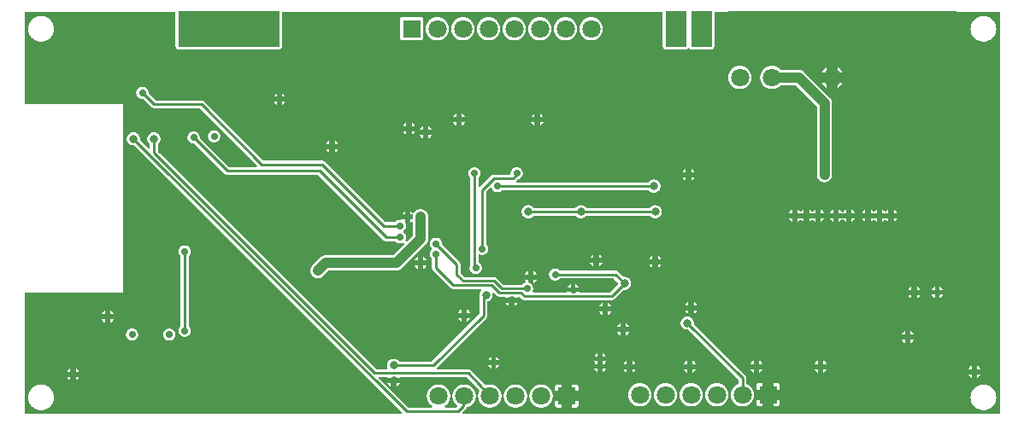
<source format=gbl>
G04 Layer: BottomLayer*
G04 EasyEDA v6.3.43, 2020-05-26T13:53:52+10:00*
G04 dfe334f236054c1482959114e70a1c8d,8629367194b24dd88a5c18b2f13758b0,10*
G04 Gerber Generator version 0.2*
G04 Scale: 100 percent, Rotated: No, Reflected: No *
G04 Dimensions in millimeters *
G04 leading zeros omitted , absolute positions ,3 integer and 3 decimal *
%FSLAX33Y33*%
%MOMM*%
G90*
G71D02*

%ADD10C,0.254000*%
%ADD11C,0.999998*%
%ADD14C,0.799998*%
%ADD31C,0.699999*%
%ADD32C,1.799996*%
%ADD33R,1.799996X1.799996*%

%LPD*%
G36*
G01X15135Y40129D02*
G01X358Y40129D01*
G01X343Y40128D01*
G01X329Y40125D01*
G01X315Y40120D01*
G01X303Y40113D01*
G01X291Y40104D01*
G01X281Y40094D01*
G01X272Y40082D01*
G01X265Y40070D01*
G01X260Y40056D01*
G01X257Y40042D01*
G01X256Y40027D01*
G01X256Y31089D01*
G01X257Y31075D01*
G01X260Y31060D01*
G01X265Y31047D01*
G01X272Y31034D01*
G01X281Y31023D01*
G01X291Y31012D01*
G01X303Y31004D01*
G01X315Y30997D01*
G01X329Y30992D01*
G01X343Y30989D01*
G01X358Y30988D01*
G01X10033Y30988D01*
G01X10033Y12319D01*
G01X358Y12319D01*
G01X343Y12317D01*
G01X329Y12314D01*
G01X315Y12309D01*
G01X303Y12302D01*
G01X291Y12294D01*
G01X281Y12283D01*
G01X272Y12272D01*
G01X265Y12259D01*
G01X260Y12246D01*
G01X257Y12231D01*
G01X256Y12217D01*
G01X256Y358D01*
G01X257Y343D01*
G01X260Y329D01*
G01X265Y315D01*
G01X272Y303D01*
G01X281Y291D01*
G01X291Y281D01*
G01X303Y272D01*
G01X315Y265D01*
G01X329Y260D01*
G01X343Y257D01*
G01X358Y256D01*
G01X37563Y256D01*
G01X37578Y257D01*
G01X37592Y260D01*
G01X37605Y265D01*
G01X37618Y272D01*
G01X37630Y281D01*
G01X37640Y291D01*
G01X37649Y303D01*
G01X37656Y315D01*
G01X37661Y329D01*
G01X37664Y343D01*
G01X37665Y358D01*
G01X37664Y374D01*
G01X37660Y389D01*
G01X37654Y404D01*
G01X37645Y417D01*
G01X37635Y429D01*
G01X11189Y26875D01*
G01X11177Y26886D01*
G01X11164Y26894D01*
G01X11149Y26900D01*
G01X11133Y26904D01*
G01X11117Y26905D01*
G01X11108Y26905D01*
G01X11048Y26902D01*
G01X11012Y26903D01*
G01X10975Y26906D01*
G01X10938Y26911D01*
G01X10902Y26918D01*
G01X10867Y26928D01*
G01X10832Y26939D01*
G01X10797Y26952D01*
G01X10764Y26967D01*
G01X10731Y26984D01*
G01X10699Y27003D01*
G01X10669Y27023D01*
G01X10639Y27045D01*
G01X10611Y27069D01*
G01X10584Y27094D01*
G01X10559Y27121D01*
G01X10535Y27149D01*
G01X10513Y27179D01*
G01X10493Y27209D01*
G01X10474Y27241D01*
G01X10457Y27274D01*
G01X10442Y27307D01*
G01X10429Y27342D01*
G01X10418Y27377D01*
G01X10408Y27412D01*
G01X10401Y27448D01*
G01X10396Y27485D01*
G01X10393Y27522D01*
G01X10392Y27558D01*
G01X10393Y27595D01*
G01X10396Y27632D01*
G01X10401Y27668D01*
G01X10408Y27705D01*
G01X10418Y27740D01*
G01X10429Y27775D01*
G01X10442Y27810D01*
G01X10457Y27843D01*
G01X10474Y27876D01*
G01X10493Y27908D01*
G01X10513Y27938D01*
G01X10535Y27968D01*
G01X10559Y27996D01*
G01X10584Y28023D01*
G01X10611Y28048D01*
G01X10639Y28072D01*
G01X10669Y28094D01*
G01X10699Y28114D01*
G01X10731Y28133D01*
G01X10764Y28150D01*
G01X10797Y28165D01*
G01X10832Y28178D01*
G01X10867Y28189D01*
G01X10902Y28199D01*
G01X10938Y28206D01*
G01X10975Y28211D01*
G01X11012Y28214D01*
G01X11048Y28215D01*
G01X11085Y28214D01*
G01X11122Y28211D01*
G01X11158Y28206D01*
G01X11195Y28199D01*
G01X11230Y28189D01*
G01X11265Y28178D01*
G01X11300Y28165D01*
G01X11333Y28150D01*
G01X11366Y28133D01*
G01X11398Y28114D01*
G01X11428Y28094D01*
G01X11458Y28072D01*
G01X11486Y28048D01*
G01X11513Y28023D01*
G01X11538Y27996D01*
G01X11562Y27968D01*
G01X11584Y27938D01*
G01X11604Y27908D01*
G01X11623Y27876D01*
G01X11640Y27843D01*
G01X11655Y27810D01*
G01X11668Y27775D01*
G01X11679Y27740D01*
G01X11689Y27705D01*
G01X11696Y27668D01*
G01X11701Y27632D01*
G01X11704Y27595D01*
G01X11705Y27558D01*
G01X11702Y27499D01*
G01X11702Y27490D01*
G01X11703Y27474D01*
G01X11707Y27458D01*
G01X11713Y27444D01*
G01X11721Y27430D01*
G01X11732Y27418D01*
G01X12524Y26626D01*
G01X12536Y26616D01*
G01X12549Y26607D01*
G01X12564Y26601D01*
G01X12579Y26597D01*
G01X12595Y26596D01*
G01X12610Y26597D01*
G01X12624Y26600D01*
G01X12638Y26605D01*
G01X12650Y26612D01*
G01X12662Y26621D01*
G01X12672Y26631D01*
G01X12681Y26643D01*
G01X12688Y26656D01*
G01X12693Y26669D01*
G01X12696Y26683D01*
G01X12697Y26698D01*
G01X12697Y26976D01*
G01X12696Y26991D01*
G01X12693Y27005D01*
G01X12687Y27019D01*
G01X12680Y27032D01*
G01X12671Y27044D01*
G01X12660Y27054D01*
G01X12632Y27079D01*
G01X12604Y27106D01*
G01X12579Y27135D01*
G01X12555Y27165D01*
G01X12533Y27196D01*
G01X12513Y27229D01*
G01X12494Y27263D01*
G01X12478Y27297D01*
G01X12464Y27333D01*
G01X12452Y27369D01*
G01X12442Y27406D01*
G01X12434Y27444D01*
G01X12428Y27482D01*
G01X12425Y27520D01*
G01X12424Y27558D01*
G01X12425Y27595D01*
G01X12428Y27632D01*
G01X12433Y27668D01*
G01X12440Y27705D01*
G01X12450Y27740D01*
G01X12461Y27775D01*
G01X12474Y27810D01*
G01X12489Y27843D01*
G01X12506Y27876D01*
G01X12525Y27908D01*
G01X12545Y27938D01*
G01X12567Y27968D01*
G01X12591Y27996D01*
G01X12616Y28023D01*
G01X12643Y28048D01*
G01X12671Y28072D01*
G01X12701Y28094D01*
G01X12731Y28114D01*
G01X12763Y28133D01*
G01X12796Y28150D01*
G01X12829Y28165D01*
G01X12864Y28178D01*
G01X12899Y28189D01*
G01X12934Y28199D01*
G01X12970Y28206D01*
G01X13007Y28211D01*
G01X13044Y28214D01*
G01X13080Y28215D01*
G01X13117Y28214D01*
G01X13154Y28211D01*
G01X13190Y28206D01*
G01X13227Y28199D01*
G01X13262Y28189D01*
G01X13297Y28178D01*
G01X13332Y28165D01*
G01X13365Y28150D01*
G01X13398Y28133D01*
G01X13430Y28114D01*
G01X13460Y28094D01*
G01X13490Y28072D01*
G01X13518Y28048D01*
G01X13545Y28023D01*
G01X13570Y27996D01*
G01X13594Y27968D01*
G01X13616Y27938D01*
G01X13636Y27908D01*
G01X13655Y27876D01*
G01X13672Y27843D01*
G01X13687Y27810D01*
G01X13700Y27775D01*
G01X13711Y27740D01*
G01X13721Y27705D01*
G01X13728Y27668D01*
G01X13733Y27632D01*
G01X13736Y27595D01*
G01X13737Y27558D01*
G01X13736Y27520D01*
G01X13733Y27482D01*
G01X13727Y27444D01*
G01X13719Y27406D01*
G01X13709Y27369D01*
G01X13697Y27333D01*
G01X13683Y27297D01*
G01X13667Y27263D01*
G01X13648Y27229D01*
G01X13628Y27196D01*
G01X13606Y27165D01*
G01X13582Y27135D01*
G01X13557Y27106D01*
G01X13529Y27079D01*
G01X13501Y27054D01*
G01X13490Y27044D01*
G01X13481Y27032D01*
G01X13474Y27019D01*
G01X13468Y27005D01*
G01X13465Y26991D01*
G01X13464Y26976D01*
G01X13464Y26362D01*
G01X13465Y26347D01*
G01X13469Y26331D01*
G01X13475Y26316D01*
G01X13483Y26303D01*
G01X13494Y26291D01*
G01X35054Y4731D01*
G01X35066Y4720D01*
G01X35079Y4712D01*
G01X35094Y4706D01*
G01X35110Y4702D01*
G01X35125Y4701D01*
G01X36124Y4701D01*
G01X36138Y4702D01*
G01X36152Y4705D01*
G01X36166Y4710D01*
G01X36179Y4717D01*
G01X36190Y4726D01*
G01X36200Y4736D01*
G01X36209Y4748D01*
G01X36216Y4760D01*
G01X36221Y4774D01*
G01X36224Y4788D01*
G01X36225Y4803D01*
G01X36223Y4822D01*
G01X36218Y4840D01*
G01X36205Y4878D01*
G01X36193Y4918D01*
G01X36184Y4957D01*
G01X36178Y4998D01*
G01X36174Y5039D01*
G01X36173Y5079D01*
G01X36174Y5116D01*
G01X36177Y5153D01*
G01X36182Y5189D01*
G01X36189Y5226D01*
G01X36199Y5261D01*
G01X36210Y5296D01*
G01X36223Y5331D01*
G01X36238Y5364D01*
G01X36255Y5397D01*
G01X36274Y5429D01*
G01X36294Y5459D01*
G01X36316Y5489D01*
G01X36340Y5517D01*
G01X36365Y5544D01*
G01X36392Y5569D01*
G01X36420Y5593D01*
G01X36450Y5615D01*
G01X36480Y5635D01*
G01X36512Y5654D01*
G01X36545Y5671D01*
G01X36578Y5686D01*
G01X36613Y5699D01*
G01X36648Y5710D01*
G01X36683Y5720D01*
G01X36719Y5727D01*
G01X36756Y5732D01*
G01X36793Y5735D01*
G01X36829Y5736D01*
G01X36868Y5735D01*
G01X36906Y5732D01*
G01X36944Y5726D01*
G01X36981Y5718D01*
G01X37019Y5708D01*
G01X37055Y5696D01*
G01X37091Y5682D01*
G01X37125Y5666D01*
G01X37159Y5647D01*
G01X37192Y5627D01*
G01X37223Y5605D01*
G01X37253Y5581D01*
G01X37282Y5556D01*
G01X37309Y5528D01*
G01X37334Y5500D01*
G01X37344Y5489D01*
G01X37356Y5480D01*
G01X37369Y5473D01*
G01X37383Y5467D01*
G01X37397Y5464D01*
G01X37412Y5463D01*
G01X40566Y5463D01*
G01X40581Y5464D01*
G01X40597Y5468D01*
G01X40612Y5474D01*
G01X40625Y5482D01*
G01X40637Y5493D01*
G01X45306Y10162D01*
G01X45317Y10174D01*
G01X45325Y10187D01*
G01X45331Y10202D01*
G01X45335Y10218D01*
G01X45336Y10233D01*
G01X45336Y11811D01*
G01X45340Y11863D01*
G01X45341Y11877D01*
G01X45337Y11902D01*
G01X45328Y11942D01*
G01X45322Y11983D01*
G01X45318Y12023D01*
G01X45317Y12064D01*
G01X45318Y12101D01*
G01X45321Y12138D01*
G01X45326Y12174D01*
G01X45333Y12210D01*
G01X45342Y12246D01*
G01X45354Y12281D01*
G01X45367Y12315D01*
G01X45382Y12349D01*
G01X45398Y12381D01*
G01X45417Y12413D01*
G01X45437Y12444D01*
G01X45460Y12473D01*
G01X45483Y12501D01*
G01X45492Y12513D01*
G01X45499Y12526D01*
G01X45505Y12540D01*
G01X45508Y12554D01*
G01X45509Y12569D01*
G01X45508Y12583D01*
G01X45505Y12597D01*
G01X45500Y12611D01*
G01X45493Y12624D01*
G01X45484Y12635D01*
G01X45474Y12645D01*
G01X45462Y12654D01*
G01X45449Y12661D01*
G01X45436Y12666D01*
G01X45422Y12669D01*
G01X45407Y12670D01*
G01X42698Y12670D01*
G01X42668Y12671D01*
G01X42638Y12675D01*
G01X42609Y12681D01*
G01X42580Y12689D01*
G01X42551Y12699D01*
G01X42524Y12712D01*
G01X42498Y12727D01*
G01X42473Y12744D01*
G01X42449Y12762D01*
G01X42427Y12783D01*
G01X40749Y14460D01*
G01X40729Y14482D01*
G01X40710Y14506D01*
G01X40693Y14531D01*
G01X40679Y14557D01*
G01X40666Y14585D01*
G01X40656Y14613D01*
G01X40648Y14642D01*
G01X40642Y14672D01*
G01X40638Y14701D01*
G01X40637Y14732D01*
G01X40637Y15613D01*
G01X40636Y15629D01*
G01X40632Y15645D01*
G01X40625Y15660D01*
G01X40616Y15674D01*
G01X40605Y15687D01*
G01X40580Y15712D01*
G01X40556Y15738D01*
G01X40534Y15766D01*
G01X40514Y15795D01*
G01X40496Y15825D01*
G01X40479Y15856D01*
G01X40464Y15888D01*
G01X40451Y15921D01*
G01X40440Y15954D01*
G01X40430Y15988D01*
G01X40423Y16023D01*
G01X40418Y16058D01*
G01X40415Y16093D01*
G01X40414Y16129D01*
G01X40415Y16166D01*
G01X40419Y16203D01*
G01X40424Y16240D01*
G01X40432Y16276D01*
G01X40442Y16312D01*
G01X40455Y16347D01*
G01X40469Y16382D01*
G01X40486Y16415D01*
G01X40505Y16448D01*
G01X40525Y16479D01*
G01X40548Y16508D01*
G01X40572Y16537D01*
G01X40598Y16564D01*
G01X40609Y16576D01*
G01X40617Y16590D01*
G01X40624Y16605D01*
G01X40627Y16620D01*
G01X40629Y16637D01*
G01X40627Y16653D01*
G01X40624Y16668D01*
G01X40617Y16683D01*
G01X40609Y16697D01*
G01X40598Y16709D01*
G01X40572Y16736D01*
G01X40548Y16765D01*
G01X40525Y16794D01*
G01X40505Y16825D01*
G01X40486Y16858D01*
G01X40469Y16891D01*
G01X40455Y16926D01*
G01X40442Y16961D01*
G01X40432Y16997D01*
G01X40424Y17033D01*
G01X40419Y17070D01*
G01X40415Y17107D01*
G01X40414Y17145D01*
G01X40415Y17180D01*
G01X40418Y17215D01*
G01X40423Y17250D01*
G01X40430Y17284D01*
G01X40439Y17318D01*
G01X40451Y17352D01*
G01X40464Y17385D01*
G01X40478Y17417D01*
G01X40495Y17448D01*
G01X40514Y17478D01*
G01X40534Y17507D01*
G01X40556Y17534D01*
G01X40579Y17561D01*
G01X40604Y17586D01*
G01X40631Y17609D01*
G01X40658Y17631D01*
G01X40687Y17651D01*
G01X40717Y17670D01*
G01X40748Y17687D01*
G01X40780Y17701D01*
G01X40813Y17714D01*
G01X40847Y17726D01*
G01X40881Y17735D01*
G01X40915Y17742D01*
G01X40950Y17747D01*
G01X40985Y17750D01*
G01X41021Y17751D01*
G01X41056Y17750D01*
G01X41091Y17747D01*
G01X41126Y17742D01*
G01X41160Y17735D01*
G01X41194Y17726D01*
G01X41228Y17714D01*
G01X41261Y17701D01*
G01X41293Y17687D01*
G01X41324Y17670D01*
G01X41354Y17651D01*
G01X41383Y17631D01*
G01X41410Y17609D01*
G01X41437Y17586D01*
G01X41462Y17561D01*
G01X41485Y17534D01*
G01X41507Y17507D01*
G01X41527Y17478D01*
G01X41546Y17448D01*
G01X41563Y17417D01*
G01X41577Y17385D01*
G01X41590Y17352D01*
G01X41602Y17318D01*
G01X41611Y17284D01*
G01X41618Y17250D01*
G01X41623Y17215D01*
G01X41626Y17180D01*
G01X41627Y17145D01*
G01X41627Y17122D01*
G01X41628Y17107D01*
G01X41632Y17091D01*
G01X41638Y17077D01*
G01X41646Y17063D01*
G01X41656Y17051D01*
G01X43324Y15384D01*
G01X43344Y15362D01*
G01X43363Y15338D01*
G01X43380Y15313D01*
G01X43394Y15287D01*
G01X43407Y15259D01*
G01X43417Y15231D01*
G01X43425Y15202D01*
G01X43431Y15172D01*
G01X43435Y15143D01*
G01X43436Y15113D01*
G01X43436Y14297D01*
G01X43437Y14282D01*
G01X43441Y14266D01*
G01X43447Y14251D01*
G01X43455Y14238D01*
G01X43466Y14226D01*
G01X43817Y13875D01*
G01X43829Y13864D01*
G01X43842Y13856D01*
G01X43857Y13850D01*
G01X43873Y13846D01*
G01X43888Y13845D01*
G01X46736Y13845D01*
G01X46766Y13844D01*
G01X46795Y13840D01*
G01X46825Y13834D01*
G01X46854Y13826D01*
G01X46882Y13816D01*
G01X46910Y13803D01*
G01X46936Y13789D01*
G01X46961Y13772D01*
G01X46985Y13753D01*
G01X47007Y13733D01*
G01X47627Y13113D01*
G01X47639Y13102D01*
G01X47652Y13094D01*
G01X47667Y13088D01*
G01X47683Y13084D01*
G01X47698Y13083D01*
G01X49522Y13083D01*
G01X49538Y13084D01*
G01X49554Y13088D01*
G01X49569Y13095D01*
G01X49583Y13104D01*
G01X49596Y13115D01*
G01X49623Y13142D01*
G01X49652Y13168D01*
G01X49682Y13191D01*
G01X49714Y13213D01*
G01X49747Y13232D01*
G01X49782Y13249D01*
G01X49817Y13265D01*
G01X49853Y13277D01*
G01X49868Y13283D01*
G01X49882Y13292D01*
G01X49894Y13302D01*
G01X49904Y13314D01*
G01X49913Y13328D01*
G01X49919Y13343D01*
G01X49923Y13358D01*
G01X49924Y13374D01*
G01X49923Y13391D01*
G01X49918Y13407D01*
G01X49912Y13423D01*
G01X49902Y13437D01*
G01X49878Y13470D01*
G01X49855Y13505D01*
G01X49835Y13542D01*
G01X49817Y13579D01*
G01X50155Y13579D01*
G01X50155Y13373D01*
G01X50156Y13357D01*
G01X50160Y13342D01*
G01X50166Y13327D01*
G01X50174Y13313D01*
G01X50185Y13301D01*
G01X50197Y13291D01*
G01X50210Y13282D01*
G01X50225Y13276D01*
G01X50261Y13264D01*
G01X50295Y13249D01*
G01X50329Y13232D01*
G01X50361Y13212D01*
G01X50392Y13191D01*
G01X50422Y13168D01*
G01X50451Y13144D01*
G01X50477Y13117D01*
G01X50502Y13089D01*
G01X50520Y13072D01*
G01X50532Y13051D01*
G01X50552Y13020D01*
G01X50571Y12988D01*
G01X50588Y12954D01*
G01X50603Y12919D01*
G01X50615Y12884D01*
G01X50626Y12848D01*
G01X50634Y12811D01*
G01X50639Y12774D01*
G01X50643Y12737D01*
G01X50644Y12700D01*
G01X50643Y12659D01*
G01X50639Y12619D01*
G01X50632Y12578D01*
G01X50622Y12539D01*
G01X50610Y12500D01*
G01X50596Y12462D01*
G01X50590Y12443D01*
G01X50588Y12423D01*
G01X50589Y12408D01*
G01X50592Y12394D01*
G01X50597Y12380D01*
G01X50604Y12368D01*
G01X50612Y12356D01*
G01X50623Y12346D01*
G01X50634Y12337D01*
G01X50647Y12330D01*
G01X50661Y12325D01*
G01X50675Y12322D01*
G01X50689Y12321D01*
G01X53917Y12321D01*
G01X53935Y12323D01*
G01X53951Y12327D01*
G01X53967Y12334D01*
G01X54423Y12334D01*
G01X54439Y12327D01*
G01X54455Y12323D01*
G01X54473Y12321D01*
G01X54746Y12321D01*
G01X54764Y12323D01*
G01X54780Y12327D01*
G01X54796Y12334D01*
G01X55252Y12334D01*
G01X55268Y12327D01*
G01X55284Y12323D01*
G01X55302Y12321D01*
G01X58219Y12321D01*
G01X58234Y12322D01*
G01X58250Y12326D01*
G01X58265Y12332D01*
G01X58278Y12340D01*
G01X58290Y12351D01*
G01X59006Y13067D01*
G01X59017Y13079D01*
G01X59025Y13092D01*
G01X59031Y13107D01*
G01X59035Y13123D01*
G01X59036Y13139D01*
G01X59036Y13148D01*
G01X59033Y13208D01*
G01X59036Y13267D01*
G01X59036Y13276D01*
G01X59035Y13292D01*
G01X59031Y13308D01*
G01X59025Y13323D01*
G01X59017Y13336D01*
G01X59006Y13348D01*
G01X58671Y13683D01*
G01X58659Y13694D01*
G01X58646Y13702D01*
G01X58631Y13708D01*
G01X58615Y13712D01*
G01X58600Y13713D01*
G01X53347Y13713D01*
G01X53331Y13712D01*
G01X53315Y13708D01*
G01X53300Y13701D01*
G01X53286Y13692D01*
G01X53273Y13681D01*
G01X53248Y13656D01*
G01X53222Y13632D01*
G01X53194Y13610D01*
G01X53165Y13590D01*
G01X53135Y13572D01*
G01X53104Y13555D01*
G01X53072Y13540D01*
G01X53039Y13527D01*
G01X53006Y13516D01*
G01X52972Y13506D01*
G01X52937Y13499D01*
G01X52902Y13494D01*
G01X52867Y13491D01*
G01X52832Y13490D01*
G01X52796Y13491D01*
G01X52761Y13494D01*
G01X52726Y13499D01*
G01X52692Y13506D01*
G01X52658Y13515D01*
G01X52624Y13527D01*
G01X52591Y13540D01*
G01X52559Y13554D01*
G01X52528Y13571D01*
G01X52498Y13590D01*
G01X52469Y13610D01*
G01X52442Y13632D01*
G01X52415Y13655D01*
G01X52390Y13680D01*
G01X52367Y13707D01*
G01X52345Y13734D01*
G01X52325Y13763D01*
G01X52306Y13793D01*
G01X52289Y13824D01*
G01X52275Y13856D01*
G01X52262Y13889D01*
G01X52250Y13923D01*
G01X52241Y13957D01*
G01X52234Y13991D01*
G01X52229Y14026D01*
G01X52226Y14061D01*
G01X52225Y14097D01*
G01X52226Y14132D01*
G01X52229Y14167D01*
G01X52234Y14202D01*
G01X52241Y14236D01*
G01X52250Y14270D01*
G01X52262Y14304D01*
G01X52275Y14337D01*
G01X52289Y14369D01*
G01X52306Y14400D01*
G01X52325Y14430D01*
G01X52345Y14459D01*
G01X52367Y14486D01*
G01X52390Y14513D01*
G01X52415Y14538D01*
G01X52442Y14561D01*
G01X52469Y14583D01*
G01X52498Y14603D01*
G01X52528Y14622D01*
G01X52559Y14639D01*
G01X52591Y14653D01*
G01X52624Y14666D01*
G01X52658Y14678D01*
G01X52692Y14687D01*
G01X52726Y14694D01*
G01X52761Y14699D01*
G01X52796Y14702D01*
G01X52832Y14703D01*
G01X52867Y14702D01*
G01X52902Y14699D01*
G01X52937Y14694D01*
G01X52972Y14687D01*
G01X53006Y14677D01*
G01X53039Y14666D01*
G01X53072Y14653D01*
G01X53104Y14638D01*
G01X53135Y14621D01*
G01X53165Y14603D01*
G01X53194Y14583D01*
G01X53222Y14561D01*
G01X53248Y14537D01*
G01X53273Y14512D01*
G01X53286Y14501D01*
G01X53300Y14492D01*
G01X53315Y14485D01*
G01X53331Y14481D01*
G01X53347Y14480D01*
G01X58801Y14480D01*
G01X58831Y14479D01*
G01X58860Y14475D01*
G01X58890Y14469D01*
G01X58919Y14461D01*
G01X58947Y14451D01*
G01X58975Y14438D01*
G01X59001Y14424D01*
G01X59026Y14407D01*
G01X59050Y14388D01*
G01X59072Y14368D01*
G01X59549Y13891D01*
G01X59561Y13880D01*
G01X59574Y13872D01*
G01X59589Y13866D01*
G01X59605Y13862D01*
G01X59621Y13861D01*
G01X59630Y13861D01*
G01X59690Y13864D01*
G01X59726Y13863D01*
G01X59763Y13860D01*
G01X59799Y13855D01*
G01X59836Y13848D01*
G01X59871Y13838D01*
G01X59906Y13827D01*
G01X59941Y13814D01*
G01X59974Y13799D01*
G01X60007Y13782D01*
G01X60039Y13763D01*
G01X60069Y13743D01*
G01X60099Y13721D01*
G01X60127Y13697D01*
G01X60154Y13672D01*
G01X60179Y13645D01*
G01X60203Y13617D01*
G01X60225Y13587D01*
G01X60245Y13557D01*
G01X60264Y13525D01*
G01X60281Y13492D01*
G01X60296Y13459D01*
G01X60309Y13424D01*
G01X60320Y13389D01*
G01X60330Y13354D01*
G01X60337Y13317D01*
G01X60342Y13281D01*
G01X60345Y13244D01*
G01X60346Y13208D01*
G01X60345Y13171D01*
G01X60342Y13134D01*
G01X60337Y13098D01*
G01X60330Y13061D01*
G01X60320Y13026D01*
G01X60309Y12991D01*
G01X60296Y12956D01*
G01X60281Y12923D01*
G01X60264Y12890D01*
G01X60245Y12858D01*
G01X60225Y12828D01*
G01X60203Y12798D01*
G01X60179Y12770D01*
G01X60154Y12743D01*
G01X60127Y12718D01*
G01X60099Y12694D01*
G01X60069Y12672D01*
G01X60039Y12652D01*
G01X60007Y12633D01*
G01X59974Y12616D01*
G01X59941Y12601D01*
G01X59906Y12588D01*
G01X59871Y12577D01*
G01X59836Y12567D01*
G01X59799Y12560D01*
G01X59763Y12555D01*
G01X59726Y12552D01*
G01X59690Y12551D01*
G01X59630Y12554D01*
G01X59621Y12554D01*
G01X59605Y12553D01*
G01X59589Y12549D01*
G01X59574Y12543D01*
G01X59561Y12535D01*
G01X59549Y12524D01*
G01X58691Y11666D01*
G01X58669Y11646D01*
G01X58645Y11627D01*
G01X58620Y11610D01*
G01X58594Y11596D01*
G01X58566Y11583D01*
G01X58538Y11573D01*
G01X58509Y11565D01*
G01X58479Y11559D01*
G01X58450Y11555D01*
G01X58420Y11554D01*
G01X49784Y11554D01*
G01X49753Y11555D01*
G01X49724Y11559D01*
G01X49694Y11565D01*
G01X49665Y11573D01*
G01X49637Y11583D01*
G01X49609Y11596D01*
G01X49583Y11610D01*
G01X49558Y11627D01*
G01X49534Y11646D01*
G01X49512Y11666D01*
G01X49302Y11877D01*
G01X49289Y11887D01*
G01X49276Y11896D01*
G01X49261Y11902D01*
G01X49246Y11906D01*
G01X49230Y11907D01*
G01X49215Y11906D01*
G01X49201Y11903D01*
G01X49188Y11898D01*
G01X49175Y11891D01*
G01X49163Y11882D01*
G01X49153Y11872D01*
G01X49144Y11860D01*
G01X49137Y11848D01*
G01X49132Y11834D01*
G01X49129Y11820D01*
G01X48776Y11820D01*
G01X48773Y11834D01*
G01X48768Y11848D01*
G01X48761Y11861D01*
G01X48753Y11873D01*
G01X48742Y11883D01*
G01X48731Y11892D01*
G01X48718Y11899D01*
G01X48704Y11904D01*
G01X48690Y11907D01*
G01X48675Y11908D01*
G01X48352Y11908D01*
G01X48337Y11907D01*
G01X48323Y11904D01*
G01X48309Y11899D01*
G01X48296Y11892D01*
G01X48285Y11883D01*
G01X48274Y11873D01*
G01X48266Y11861D01*
G01X48259Y11848D01*
G01X48254Y11834D01*
G01X48251Y11820D01*
G01X47899Y11820D01*
G01X47896Y11834D01*
G01X47891Y11848D01*
G01X47884Y11861D01*
G01X47875Y11873D01*
G01X47865Y11883D01*
G01X47853Y11892D01*
G01X47840Y11899D01*
G01X47827Y11904D01*
G01X47812Y11907D01*
G01X47798Y11908D01*
G01X47270Y11908D01*
G01X47240Y11909D01*
G01X47210Y11913D01*
G01X47181Y11919D01*
G01X47152Y11927D01*
G01X47123Y11937D01*
G01X47096Y11950D01*
G01X47070Y11965D01*
G01X47045Y11982D01*
G01X47021Y12000D01*
G01X46999Y12021D01*
G01X46799Y12221D01*
G01X46787Y12231D01*
G01X46773Y12240D01*
G01X46758Y12246D01*
G01X46743Y12249D01*
G01X46727Y12251D01*
G01X46712Y12250D01*
G01X46698Y12247D01*
G01X46672Y12235D01*
G01X46660Y12226D01*
G01X46650Y12216D01*
G01X46641Y12204D01*
G01X46634Y12191D01*
G01X46629Y12178D01*
G01X46626Y12164D01*
G01X46625Y12149D01*
G01X46626Y12138D01*
G01X46629Y12101D01*
G01X46630Y12064D01*
G01X46629Y12027D01*
G01X46626Y11989D01*
G01X46620Y11952D01*
G01X46613Y11915D01*
G01X46603Y11879D01*
G01X46592Y11843D01*
G01X46578Y11808D01*
G01X46562Y11774D01*
G01X46545Y11741D01*
G01X46525Y11708D01*
G01X46504Y11677D01*
G01X46481Y11648D01*
G01X46456Y11619D01*
G01X46430Y11592D01*
G01X46402Y11567D01*
G01X46373Y11543D01*
G01X46342Y11521D01*
G01X46311Y11501D01*
G01X46278Y11483D01*
G01X46244Y11466D01*
G01X46209Y11452D01*
G01X46174Y11439D01*
G01X46159Y11433D01*
G01X46145Y11425D01*
G01X46133Y11414D01*
G01X46123Y11402D01*
G01X46114Y11389D01*
G01X46108Y11374D01*
G01X46104Y11358D01*
G01X46103Y11342D01*
G01X46103Y10033D01*
G01X46102Y10002D01*
G01X46098Y9973D01*
G01X46092Y9943D01*
G01X46084Y9914D01*
G01X46074Y9886D01*
G01X46061Y9858D01*
G01X46047Y9832D01*
G01X46030Y9807D01*
G01X46011Y9783D01*
G01X45991Y9761D01*
G01X41104Y4874D01*
G01X41094Y4862D01*
G01X41085Y4849D01*
G01X41079Y4834D01*
G01X41075Y4819D01*
G01X41074Y4803D01*
G01X41075Y4788D01*
G01X41078Y4774D01*
G01X41083Y4760D01*
G01X41090Y4748D01*
G01X41099Y4736D01*
G01X41109Y4726D01*
G01X41121Y4717D01*
G01X41134Y4710D01*
G01X41147Y4705D01*
G01X41161Y4702D01*
G01X41176Y4701D01*
G01X44196Y4701D01*
G01X44224Y4700D01*
G01X44252Y4697D01*
G01X44280Y4692D01*
G01X44307Y4684D01*
G01X44334Y4675D01*
G01X44360Y4664D01*
G01X44385Y4651D01*
G01X44410Y4636D01*
G01X44432Y4619D01*
G01X44454Y4601D01*
G01X44474Y4581D01*
G01X45836Y3139D01*
G01X45849Y3128D01*
G01X45862Y3119D01*
G01X45878Y3112D01*
G01X45894Y3108D01*
G01X45910Y3107D01*
G01X45928Y3109D01*
G01X45946Y3113D01*
G01X45995Y3131D01*
G01X46045Y3146D01*
G01X46096Y3159D01*
G01X46147Y3169D01*
G01X46198Y3177D01*
G01X46250Y3183D01*
G01X46302Y3187D01*
G01X46355Y3188D01*
G01X46404Y3187D01*
G01X46453Y3184D01*
G01X46501Y3179D01*
G01X46550Y3171D01*
G01X46598Y3162D01*
G01X46646Y3151D01*
G01X46693Y3137D01*
G01X46740Y3122D01*
G01X46786Y3105D01*
G01X46831Y3085D01*
G01X46875Y3064D01*
G01X46919Y3041D01*
G01X46961Y3016D01*
G01X47002Y2990D01*
G01X47042Y2961D01*
G01X47081Y2931D01*
G01X47119Y2900D01*
G01X47155Y2866D01*
G01X47189Y2832D01*
G01X47223Y2796D01*
G01X47254Y2758D01*
G01X47284Y2719D01*
G01X47313Y2679D01*
G01X47339Y2638D01*
G01X47364Y2596D01*
G01X47387Y2552D01*
G01X47408Y2508D01*
G01X47428Y2463D01*
G01X47445Y2417D01*
G01X47460Y2370D01*
G01X47474Y2323D01*
G01X47485Y2275D01*
G01X47494Y2227D01*
G01X47502Y2178D01*
G01X47507Y2130D01*
G01X47510Y2081D01*
G01X47511Y2032D01*
G01X47510Y1982D01*
G01X47507Y1933D01*
G01X47502Y1885D01*
G01X47494Y1836D01*
G01X47485Y1788D01*
G01X47474Y1740D01*
G01X47460Y1693D01*
G01X47445Y1646D01*
G01X47428Y1600D01*
G01X47408Y1555D01*
G01X47387Y1511D01*
G01X47364Y1467D01*
G01X47339Y1425D01*
G01X47313Y1384D01*
G01X47284Y1344D01*
G01X47254Y1305D01*
G01X47223Y1267D01*
G01X47189Y1231D01*
G01X47155Y1197D01*
G01X47119Y1163D01*
G01X47081Y1132D01*
G01X47042Y1102D01*
G01X47002Y1073D01*
G01X46961Y1047D01*
G01X46919Y1022D01*
G01X46875Y999D01*
G01X46831Y978D01*
G01X46786Y958D01*
G01X46740Y941D01*
G01X46693Y926D01*
G01X46646Y912D01*
G01X46598Y901D01*
G01X46550Y892D01*
G01X46501Y884D01*
G01X46453Y879D01*
G01X46404Y876D01*
G01X46355Y875D01*
G01X46305Y876D01*
G01X46256Y879D01*
G01X46208Y884D01*
G01X46159Y892D01*
G01X46111Y901D01*
G01X46063Y912D01*
G01X46016Y926D01*
G01X45969Y941D01*
G01X45923Y958D01*
G01X45878Y978D01*
G01X45834Y999D01*
G01X45790Y1022D01*
G01X45748Y1047D01*
G01X45707Y1073D01*
G01X45667Y1102D01*
G01X45628Y1132D01*
G01X45590Y1163D01*
G01X45554Y1197D01*
G01X45520Y1231D01*
G01X45486Y1267D01*
G01X45455Y1305D01*
G01X45425Y1344D01*
G01X45396Y1384D01*
G01X45370Y1425D01*
G01X45345Y1467D01*
G01X45322Y1511D01*
G01X45301Y1555D01*
G01X45281Y1600D01*
G01X45264Y1646D01*
G01X45249Y1693D01*
G01X45235Y1740D01*
G01X45224Y1788D01*
G01X45215Y1836D01*
G01X45207Y1885D01*
G01X45202Y1933D01*
G01X45199Y1982D01*
G01X45198Y2032D01*
G01X45199Y2085D01*
G01X45203Y2139D01*
G01X45209Y2192D01*
G01X45218Y2245D01*
G01X45229Y2298D01*
G01X45243Y2350D01*
G01X45259Y2401D01*
G01X45277Y2451D01*
G01X45298Y2501D01*
G01X45304Y2521D01*
G01X45306Y2542D01*
G01X45305Y2558D01*
G01X45302Y2573D01*
G01X45296Y2587D01*
G01X45288Y2600D01*
G01X45279Y2612D01*
G01X44060Y3902D01*
G01X44048Y3913D01*
G01X44034Y3922D01*
G01X44019Y3929D01*
G01X44003Y3933D01*
G01X43986Y3934D01*
G01X37535Y3934D01*
G01X37521Y3933D01*
G01X37507Y3930D01*
G01X37493Y3925D01*
G01X37480Y3918D01*
G01X37469Y3909D01*
G01X37458Y3899D01*
G01X37450Y3887D01*
G01X37443Y3875D01*
G01X37438Y3861D01*
G01X37435Y3847D01*
G01X37434Y3832D01*
G01X37435Y3819D01*
G01X37093Y3819D01*
G01X37093Y3832D01*
G01X37092Y3847D01*
G01X37089Y3861D01*
G01X37084Y3875D01*
G01X37077Y3887D01*
G01X37068Y3899D01*
G01X37058Y3909D01*
G01X37046Y3918D01*
G01X37034Y3925D01*
G01X37020Y3930D01*
G01X37006Y3933D01*
G01X36991Y3934D01*
G01X36668Y3934D01*
G01X36653Y3933D01*
G01X36639Y3930D01*
G01X36625Y3925D01*
G01X36613Y3918D01*
G01X36601Y3909D01*
G01X36591Y3899D01*
G01X36582Y3887D01*
G01X36575Y3875D01*
G01X36570Y3861D01*
G01X36567Y3847D01*
G01X36566Y3832D01*
G01X36566Y3819D01*
G01X36224Y3819D01*
G01X36225Y3832D01*
G01X36224Y3847D01*
G01X36221Y3861D01*
G01X36216Y3875D01*
G01X36209Y3887D01*
G01X36200Y3899D01*
G01X36190Y3909D01*
G01X36179Y3918D01*
G01X36166Y3925D01*
G01X36152Y3930D01*
G01X36138Y3933D01*
G01X36124Y3934D01*
G01X35461Y3934D01*
G01X35446Y3933D01*
G01X35432Y3930D01*
G01X35419Y3925D01*
G01X35406Y3918D01*
G01X35394Y3909D01*
G01X35384Y3899D01*
G01X35375Y3887D01*
G01X35368Y3875D01*
G01X35363Y3861D01*
G01X35360Y3847D01*
G01X35359Y3832D01*
G01X35360Y3816D01*
G01X35364Y3801D01*
G01X35370Y3786D01*
G01X35379Y3773D01*
G01X35389Y3761D01*
G01X38229Y921D01*
G01X38241Y910D01*
G01X38254Y902D01*
G01X38269Y896D01*
G01X38285Y892D01*
G01X38300Y891D01*
G01X40565Y891D01*
G01X40579Y892D01*
G01X40593Y895D01*
G01X40607Y900D01*
G01X40620Y907D01*
G01X40631Y916D01*
G01X40642Y926D01*
G01X40650Y938D01*
G01X40657Y950D01*
G01X40662Y964D01*
G01X40665Y978D01*
G01X40666Y993D01*
G01X40665Y1009D01*
G01X40661Y1025D01*
G01X40655Y1040D01*
G01X40646Y1054D01*
G01X40635Y1066D01*
G01X40622Y1077D01*
G01X40582Y1105D01*
G01X40544Y1135D01*
G01X40507Y1167D01*
G01X40471Y1200D01*
G01X40436Y1234D01*
G01X40372Y1308D01*
G01X40342Y1347D01*
G01X40314Y1387D01*
G01X40288Y1428D01*
G01X40263Y1470D01*
G01X40241Y1513D01*
G01X40220Y1557D01*
G01X40201Y1602D01*
G01X40183Y1648D01*
G01X40168Y1695D01*
G01X40155Y1742D01*
G01X40144Y1789D01*
G01X40134Y1837D01*
G01X40127Y1885D01*
G01X40122Y1934D01*
G01X40119Y1983D01*
G01X40118Y2032D01*
G01X40119Y2081D01*
G01X40122Y2130D01*
G01X40127Y2178D01*
G01X40135Y2227D01*
G01X40144Y2275D01*
G01X40155Y2323D01*
G01X40169Y2370D01*
G01X40184Y2417D01*
G01X40201Y2463D01*
G01X40221Y2508D01*
G01X40242Y2552D01*
G01X40265Y2596D01*
G01X40290Y2638D01*
G01X40316Y2679D01*
G01X40345Y2719D01*
G01X40375Y2758D01*
G01X40406Y2796D01*
G01X40440Y2832D01*
G01X40474Y2866D01*
G01X40510Y2900D01*
G01X40548Y2931D01*
G01X40587Y2961D01*
G01X40627Y2990D01*
G01X40668Y3016D01*
G01X40710Y3041D01*
G01X40754Y3064D01*
G01X40798Y3085D01*
G01X40843Y3105D01*
G01X40889Y3122D01*
G01X40936Y3137D01*
G01X40983Y3151D01*
G01X41031Y3162D01*
G01X41079Y3171D01*
G01X41128Y3179D01*
G01X41176Y3184D01*
G01X41225Y3187D01*
G01X41275Y3188D01*
G01X41324Y3187D01*
G01X41373Y3184D01*
G01X41421Y3179D01*
G01X41470Y3171D01*
G01X41518Y3162D01*
G01X41566Y3151D01*
G01X41613Y3137D01*
G01X41660Y3122D01*
G01X41706Y3105D01*
G01X41751Y3085D01*
G01X41795Y3064D01*
G01X41839Y3041D01*
G01X41881Y3016D01*
G01X41922Y2990D01*
G01X41962Y2961D01*
G01X42001Y2931D01*
G01X42039Y2900D01*
G01X42075Y2866D01*
G01X42109Y2832D01*
G01X42143Y2796D01*
G01X42174Y2758D01*
G01X42204Y2719D01*
G01X42233Y2679D01*
G01X42259Y2638D01*
G01X42284Y2596D01*
G01X42307Y2552D01*
G01X42328Y2508D01*
G01X42348Y2463D01*
G01X42365Y2417D01*
G01X42380Y2370D01*
G01X42394Y2323D01*
G01X42405Y2275D01*
G01X42414Y2227D01*
G01X42422Y2178D01*
G01X42427Y2130D01*
G01X42430Y2081D01*
G01X42431Y2032D01*
G01X42430Y1983D01*
G01X42427Y1934D01*
G01X42422Y1885D01*
G01X42415Y1837D01*
G01X42405Y1789D01*
G01X42394Y1742D01*
G01X42381Y1695D01*
G01X42366Y1648D01*
G01X42348Y1602D01*
G01X42329Y1557D01*
G01X42308Y1513D01*
G01X42286Y1470D01*
G01X42261Y1428D01*
G01X42235Y1387D01*
G01X42207Y1347D01*
G01X42177Y1308D01*
G01X42113Y1234D01*
G01X42078Y1200D01*
G01X42042Y1167D01*
G01X42005Y1135D01*
G01X41967Y1105D01*
G01X41927Y1077D01*
G01X41914Y1066D01*
G01X41903Y1054D01*
G01X41894Y1040D01*
G01X41888Y1025D01*
G01X41884Y1009D01*
G01X41883Y993D01*
G01X41884Y978D01*
G01X41887Y964D01*
G01X41892Y950D01*
G01X41899Y938D01*
G01X41907Y926D01*
G01X41918Y916D01*
G01X41929Y907D01*
G01X41942Y900D01*
G01X41956Y895D01*
G01X41970Y892D01*
G01X41984Y891D01*
G01X42979Y891D01*
G01X42994Y892D01*
G01X43010Y896D01*
G01X43025Y902D01*
G01X43038Y910D01*
G01X43050Y921D01*
G01X43104Y974D01*
G01X43114Y986D01*
G01X43123Y1000D01*
G01X43129Y1015D01*
G01X43132Y1030D01*
G01X43134Y1046D01*
G01X43133Y1061D01*
G01X43129Y1076D01*
G01X43124Y1090D01*
G01X43116Y1104D01*
G01X43106Y1115D01*
G01X43095Y1126D01*
G01X43057Y1157D01*
G01X43020Y1191D01*
G01X42985Y1225D01*
G01X42951Y1262D01*
G01X42919Y1299D01*
G01X42889Y1338D01*
G01X42860Y1379D01*
G01X42833Y1420D01*
G01X42807Y1463D01*
G01X42784Y1506D01*
G01X42762Y1551D01*
G01X42743Y1597D01*
G01X42725Y1643D01*
G01X42710Y1690D01*
G01X42696Y1737D01*
G01X42684Y1786D01*
G01X42675Y1834D01*
G01X42668Y1883D01*
G01X42662Y1933D01*
G01X42659Y1982D01*
G01X42658Y2032D01*
G01X42659Y2081D01*
G01X42662Y2130D01*
G01X42667Y2178D01*
G01X42675Y2227D01*
G01X42684Y2275D01*
G01X42695Y2323D01*
G01X42709Y2370D01*
G01X42724Y2417D01*
G01X42741Y2463D01*
G01X42761Y2508D01*
G01X42782Y2552D01*
G01X42805Y2596D01*
G01X42830Y2638D01*
G01X42856Y2679D01*
G01X42885Y2719D01*
G01X42915Y2758D01*
G01X42946Y2796D01*
G01X42980Y2832D01*
G01X43014Y2866D01*
G01X43050Y2900D01*
G01X43088Y2931D01*
G01X43127Y2961D01*
G01X43167Y2990D01*
G01X43208Y3016D01*
G01X43250Y3041D01*
G01X43294Y3064D01*
G01X43338Y3085D01*
G01X43383Y3105D01*
G01X43429Y3122D01*
G01X43476Y3137D01*
G01X43523Y3151D01*
G01X43571Y3162D01*
G01X43619Y3171D01*
G01X43668Y3179D01*
G01X43716Y3184D01*
G01X43765Y3187D01*
G01X43815Y3188D01*
G01X43864Y3187D01*
G01X43913Y3184D01*
G01X43961Y3179D01*
G01X44010Y3171D01*
G01X44058Y3162D01*
G01X44106Y3151D01*
G01X44153Y3137D01*
G01X44200Y3122D01*
G01X44246Y3105D01*
G01X44291Y3085D01*
G01X44335Y3064D01*
G01X44379Y3041D01*
G01X44421Y3016D01*
G01X44462Y2990D01*
G01X44502Y2961D01*
G01X44541Y2931D01*
G01X44579Y2900D01*
G01X44615Y2866D01*
G01X44649Y2832D01*
G01X44683Y2796D01*
G01X44714Y2758D01*
G01X44744Y2719D01*
G01X44773Y2679D01*
G01X44799Y2638D01*
G01X44824Y2596D01*
G01X44847Y2552D01*
G01X44868Y2508D01*
G01X44888Y2463D01*
G01X44905Y2417D01*
G01X44920Y2370D01*
G01X44934Y2323D01*
G01X44945Y2275D01*
G01X44954Y2227D01*
G01X44962Y2178D01*
G01X44967Y2130D01*
G01X44970Y2081D01*
G01X44971Y2032D01*
G01X44970Y1983D01*
G01X44967Y1934D01*
G01X44962Y1886D01*
G01X44955Y1837D01*
G01X44945Y1789D01*
G01X44934Y1742D01*
G01X44921Y1695D01*
G01X44906Y1649D01*
G01X44889Y1603D01*
G01X44870Y1558D01*
G01X44849Y1514D01*
G01X44826Y1471D01*
G01X44802Y1429D01*
G01X44775Y1388D01*
G01X44747Y1348D01*
G01X44718Y1309D01*
G01X44686Y1272D01*
G01X44654Y1236D01*
G01X44619Y1201D01*
G01X44584Y1168D01*
G01X44546Y1136D01*
G01X44508Y1106D01*
G01X44468Y1078D01*
G01X44428Y1051D01*
G01X44386Y1026D01*
G01X44343Y1003D01*
G01X44299Y981D01*
G01X44254Y962D01*
G01X44209Y944D01*
G01X44163Y929D01*
G01X44116Y915D01*
G01X44100Y909D01*
G01X44085Y901D01*
G01X44072Y890D01*
G01X44061Y878D01*
G01X44037Y838D01*
G01X44021Y813D01*
G01X44002Y790D01*
G01X43982Y768D01*
G01X43644Y429D01*
G01X43634Y417D01*
G01X43625Y404D01*
G01X43619Y389D01*
G01X43615Y374D01*
G01X43614Y358D01*
G01X43615Y343D01*
G01X43618Y329D01*
G01X43623Y315D01*
G01X43630Y303D01*
G01X43639Y291D01*
G01X43649Y281D01*
G01X43661Y272D01*
G01X43674Y265D01*
G01X43687Y260D01*
G01X43701Y257D01*
G01X43716Y256D01*
G01X96796Y256D01*
G01X96811Y257D01*
G01X96825Y260D01*
G01X96839Y265D01*
G01X96851Y272D01*
G01X96863Y281D01*
G01X96873Y291D01*
G01X96882Y303D01*
G01X96889Y315D01*
G01X96894Y329D01*
G01X96897Y343D01*
G01X96898Y358D01*
G01X96898Y40027D01*
G01X96897Y40042D01*
G01X96894Y40056D01*
G01X96889Y40070D01*
G01X96882Y40082D01*
G01X96873Y40094D01*
G01X96863Y40104D01*
G01X96851Y40113D01*
G01X96839Y40120D01*
G01X96825Y40125D01*
G01X96811Y40128D01*
G01X96796Y40129D01*
G01X92208Y40129D01*
G01X92194Y40128D01*
G01X92179Y40125D01*
G01X92166Y40120D01*
G01X92153Y40113D01*
G01X92142Y40104D01*
G01X92131Y40094D01*
G01X92123Y40082D01*
G01X92116Y40070D01*
G01X92111Y40056D01*
G01X92107Y40042D01*
G01X92106Y40027D01*
G01X92108Y40008D01*
G01X92113Y39990D01*
G01X92122Y39973D01*
G01X92147Y39931D01*
G01X92168Y39887D01*
G01X91830Y39887D01*
G01X91830Y40027D01*
G01X91829Y40042D01*
G01X91826Y40056D01*
G01X91821Y40070D01*
G01X91814Y40082D01*
G01X91805Y40094D01*
G01X91795Y40104D01*
G01X91783Y40113D01*
G01X91771Y40120D01*
G01X91757Y40125D01*
G01X91743Y40128D01*
G01X91728Y40129D01*
G01X91405Y40129D01*
G01X91390Y40128D01*
G01X91376Y40125D01*
G01X91362Y40120D01*
G01X91350Y40113D01*
G01X91338Y40104D01*
G01X91328Y40094D01*
G01X91319Y40082D01*
G01X91312Y40070D01*
G01X91307Y40056D01*
G01X91304Y40042D01*
G01X91303Y40027D01*
G01X91303Y39887D01*
G01X90965Y39887D01*
G01X90986Y39931D01*
G01X91011Y39973D01*
G01X91019Y39990D01*
G01X91025Y40008D01*
G01X91026Y40027D01*
G01X91025Y40042D01*
G01X91022Y40056D01*
G01X91017Y40070D01*
G01X91010Y40082D01*
G01X91002Y40094D01*
G01X90991Y40104D01*
G01X90980Y40113D01*
G01X90967Y40120D01*
G01X90953Y40125D01*
G01X90939Y40128D01*
G01X90925Y40129D01*
G01X71380Y40129D01*
G01X71366Y40128D01*
G01X71351Y40125D01*
G01X71338Y40120D01*
G01X71325Y40113D01*
G01X71314Y40104D01*
G01X71303Y40094D01*
G01X71295Y40082D01*
G01X71288Y40070D01*
G01X71283Y40056D01*
G01X71279Y40042D01*
G01X71278Y40027D01*
G01X71280Y40008D01*
G01X71285Y39990D01*
G01X71294Y39973D01*
G01X71319Y39931D01*
G01X71340Y39887D01*
G01X71002Y39887D01*
G01X71002Y40027D01*
G01X71001Y40042D01*
G01X70998Y40056D01*
G01X70993Y40070D01*
G01X70986Y40082D01*
G01X70977Y40094D01*
G01X70967Y40104D01*
G01X70955Y40113D01*
G01X70943Y40120D01*
G01X70929Y40125D01*
G01X70915Y40128D01*
G01X70900Y40129D01*
G01X70577Y40129D01*
G01X70562Y40128D01*
G01X70548Y40125D01*
G01X70534Y40120D01*
G01X70522Y40113D01*
G01X70510Y40104D01*
G01X70500Y40094D01*
G01X70491Y40082D01*
G01X70484Y40070D01*
G01X70479Y40056D01*
G01X70476Y40042D01*
G01X70475Y40027D01*
G01X70475Y39887D01*
G01X70137Y39887D01*
G01X70158Y39931D01*
G01X70183Y39973D01*
G01X70191Y39990D01*
G01X70197Y40008D01*
G01X70198Y40027D01*
G01X70197Y40042D01*
G01X70194Y40056D01*
G01X70189Y40070D01*
G01X70182Y40082D01*
G01X70174Y40094D01*
G01X70163Y40104D01*
G01X70152Y40113D01*
G01X70139Y40120D01*
G01X70125Y40125D01*
G01X70111Y40128D01*
G01X70097Y40129D01*
G01X68684Y40129D01*
G01X68669Y40128D01*
G01X68655Y40125D01*
G01X68641Y40120D01*
G01X68629Y40113D01*
G01X68617Y40104D01*
G01X68607Y40094D01*
G01X68598Y40082D01*
G01X68591Y40070D01*
G01X68586Y40056D01*
G01X68583Y40042D01*
G01X68582Y40027D01*
G01X68582Y36703D01*
G01X68581Y36679D01*
G01X68578Y36655D01*
G01X68572Y36632D01*
G01X68565Y36610D01*
G01X68555Y36588D01*
G01X68544Y36567D01*
G01X68530Y36548D01*
G01X68515Y36530D01*
G01X68498Y36513D01*
G01X68480Y36498D01*
G01X68461Y36484D01*
G01X68440Y36473D01*
G01X68418Y36463D01*
G01X68396Y36456D01*
G01X68373Y36450D01*
G01X68349Y36447D01*
G01X68326Y36446D01*
G01X66294Y36446D01*
G01X66268Y36447D01*
G01X66243Y36451D01*
G01X66219Y36457D01*
G01X66195Y36466D01*
G01X66172Y36476D01*
G01X66150Y36490D01*
G01X66130Y36505D01*
G01X66112Y36522D01*
G01X66099Y36532D01*
G01X66086Y36540D01*
G01X66071Y36547D01*
G01X66055Y36550D01*
G01X66040Y36552D01*
G01X66024Y36550D01*
G01X66008Y36547D01*
G01X65993Y36540D01*
G01X65980Y36532D01*
G01X65967Y36522D01*
G01X65949Y36505D01*
G01X65929Y36490D01*
G01X65907Y36476D01*
G01X65884Y36466D01*
G01X65860Y36457D01*
G01X65836Y36451D01*
G01X65811Y36447D01*
G01X65786Y36446D01*
G01X63754Y36446D01*
G01X63730Y36447D01*
G01X63706Y36450D01*
G01X63683Y36456D01*
G01X63661Y36463D01*
G01X63639Y36473D01*
G01X63618Y36484D01*
G01X63599Y36498D01*
G01X63581Y36513D01*
G01X63564Y36530D01*
G01X63549Y36548D01*
G01X63535Y36567D01*
G01X63524Y36588D01*
G01X63514Y36610D01*
G01X63507Y36632D01*
G01X63501Y36655D01*
G01X63498Y36679D01*
G01X63497Y36703D01*
G01X63497Y40027D01*
G01X63496Y40042D01*
G01X63493Y40056D01*
G01X63488Y40070D01*
G01X63481Y40082D01*
G01X63472Y40094D01*
G01X63462Y40104D01*
G01X63450Y40113D01*
G01X63438Y40120D01*
G01X63424Y40125D01*
G01X63410Y40128D01*
G01X63395Y40129D01*
G01X25885Y40129D01*
G01X25870Y40128D01*
G01X25856Y40125D01*
G01X25842Y40120D01*
G01X25830Y40113D01*
G01X25818Y40104D01*
G01X25808Y40094D01*
G01X25799Y40082D01*
G01X25792Y40070D01*
G01X25787Y40056D01*
G01X25784Y40042D01*
G01X25783Y40027D01*
G01X25783Y36703D01*
G01X25782Y36679D01*
G01X25779Y36655D01*
G01X25773Y36632D01*
G01X25766Y36610D01*
G01X25756Y36588D01*
G01X25745Y36567D01*
G01X25731Y36548D01*
G01X25716Y36530D01*
G01X25699Y36513D01*
G01X25681Y36498D01*
G01X25662Y36484D01*
G01X25641Y36473D01*
G01X25619Y36463D01*
G01X25597Y36456D01*
G01X25574Y36450D01*
G01X25550Y36447D01*
G01X25527Y36446D01*
G01X15494Y36446D01*
G01X15470Y36447D01*
G01X15446Y36450D01*
G01X15423Y36456D01*
G01X15401Y36463D01*
G01X15379Y36473D01*
G01X15358Y36484D01*
G01X15339Y36498D01*
G01X15321Y36513D01*
G01X15304Y36530D01*
G01X15289Y36548D01*
G01X15275Y36567D01*
G01X15264Y36588D01*
G01X15254Y36610D01*
G01X15247Y36632D01*
G01X15241Y36655D01*
G01X15238Y36679D01*
G01X15237Y36703D01*
G01X15237Y40027D01*
G01X15236Y40042D01*
G01X15233Y40056D01*
G01X15228Y40070D01*
G01X15221Y40082D01*
G01X15212Y40094D01*
G01X15202Y40104D01*
G01X15190Y40113D01*
G01X15178Y40120D01*
G01X15164Y40125D01*
G01X15150Y40128D01*
G01X15135Y40129D01*
G37*

%LPC*%
G36*
G01X11973Y32736D02*
G01X11938Y32737D01*
G01X11902Y32736D01*
G01X11867Y32733D01*
G01X11832Y32728D01*
G01X11798Y32721D01*
G01X11764Y32712D01*
G01X11730Y32700D01*
G01X11697Y32687D01*
G01X11665Y32673D01*
G01X11634Y32656D01*
G01X11604Y32637D01*
G01X11575Y32617D01*
G01X11548Y32595D01*
G01X11521Y32572D01*
G01X11496Y32547D01*
G01X11473Y32520D01*
G01X11451Y32493D01*
G01X11431Y32464D01*
G01X11412Y32434D01*
G01X11395Y32403D01*
G01X11381Y32371D01*
G01X11368Y32338D01*
G01X11356Y32304D01*
G01X11347Y32270D01*
G01X11340Y32236D01*
G01X11335Y32201D01*
G01X11332Y32166D01*
G01X11331Y32131D01*
G01X11332Y32095D01*
G01X11335Y32060D01*
G01X11340Y32025D01*
G01X11347Y31991D01*
G01X11356Y31957D01*
G01X11368Y31923D01*
G01X11381Y31890D01*
G01X11395Y31858D01*
G01X11412Y31827D01*
G01X11431Y31797D01*
G01X11451Y31768D01*
G01X11473Y31741D01*
G01X11496Y31714D01*
G01X11521Y31689D01*
G01X11548Y31666D01*
G01X11575Y31644D01*
G01X11604Y31624D01*
G01X11634Y31605D01*
G01X11665Y31588D01*
G01X11697Y31574D01*
G01X11730Y31561D01*
G01X11764Y31549D01*
G01X11798Y31540D01*
G01X11832Y31533D01*
G01X11867Y31528D01*
G01X11902Y31525D01*
G01X11938Y31524D01*
G01X11959Y31524D01*
G01X11975Y31523D01*
G01X11991Y31519D01*
G01X12005Y31513D01*
G01X12019Y31505D01*
G01X12031Y31495D01*
G01X12809Y30716D01*
G01X12831Y30696D01*
G01X12855Y30677D01*
G01X12880Y30660D01*
G01X12906Y30646D01*
G01X12934Y30633D01*
G01X12962Y30623D01*
G01X12991Y30615D01*
G01X13021Y30609D01*
G01X13050Y30605D01*
G01X13081Y30604D01*
G01X17579Y30604D01*
G01X17594Y30603D01*
G01X17610Y30599D01*
G01X17625Y30593D01*
G01X17638Y30585D01*
G01X17650Y30574D01*
G01X23284Y24940D01*
G01X23294Y24928D01*
G01X23303Y24915D01*
G01X23309Y24900D01*
G01X23313Y24885D01*
G01X23314Y24869D01*
G01X23313Y24854D01*
G01X23310Y24840D01*
G01X23305Y24826D01*
G01X23298Y24814D01*
G01X23289Y24802D01*
G01X23279Y24792D01*
G01X23267Y24783D01*
G01X23254Y24776D01*
G01X23241Y24771D01*
G01X23227Y24768D01*
G01X23212Y24767D01*
G01X20520Y24767D01*
G01X20505Y24768D01*
G01X20489Y24772D01*
G01X20474Y24778D01*
G01X20461Y24786D01*
G01X20449Y24797D01*
G01X17653Y27592D01*
G01X17643Y27604D01*
G01X17635Y27618D01*
G01X17629Y27632D01*
G01X17625Y27648D01*
G01X17624Y27663D01*
G01X17624Y27686D01*
G01X17623Y27721D01*
G01X17620Y27756D01*
G01X17615Y27791D01*
G01X17608Y27825D01*
G01X17599Y27859D01*
G01X17587Y27893D01*
G01X17574Y27926D01*
G01X17560Y27958D01*
G01X17543Y27989D01*
G01X17524Y28019D01*
G01X17504Y28048D01*
G01X17482Y28075D01*
G01X17459Y28102D01*
G01X17434Y28127D01*
G01X17407Y28150D01*
G01X17380Y28172D01*
G01X17351Y28192D01*
G01X17321Y28211D01*
G01X17290Y28228D01*
G01X17258Y28242D01*
G01X17225Y28255D01*
G01X17191Y28267D01*
G01X17157Y28276D01*
G01X17123Y28283D01*
G01X17088Y28288D01*
G01X17053Y28291D01*
G01X17018Y28292D01*
G01X16982Y28291D01*
G01X16947Y28288D01*
G01X16912Y28283D01*
G01X16878Y28276D01*
G01X16844Y28267D01*
G01X16810Y28255D01*
G01X16777Y28242D01*
G01X16745Y28228D01*
G01X16714Y28211D01*
G01X16684Y28192D01*
G01X16655Y28172D01*
G01X16628Y28150D01*
G01X16601Y28127D01*
G01X16576Y28102D01*
G01X16553Y28075D01*
G01X16531Y28048D01*
G01X16511Y28019D01*
G01X16492Y27989D01*
G01X16475Y27958D01*
G01X16461Y27926D01*
G01X16448Y27893D01*
G01X16436Y27859D01*
G01X16427Y27825D01*
G01X16420Y27791D01*
G01X16415Y27756D01*
G01X16412Y27721D01*
G01X16411Y27686D01*
G01X16412Y27650D01*
G01X16415Y27615D01*
G01X16420Y27580D01*
G01X16427Y27546D01*
G01X16436Y27512D01*
G01X16448Y27478D01*
G01X16461Y27445D01*
G01X16475Y27413D01*
G01X16492Y27382D01*
G01X16511Y27352D01*
G01X16531Y27323D01*
G01X16553Y27296D01*
G01X16576Y27269D01*
G01X16601Y27244D01*
G01X16628Y27221D01*
G01X16655Y27199D01*
G01X16684Y27179D01*
G01X16714Y27160D01*
G01X16745Y27143D01*
G01X16777Y27129D01*
G01X16810Y27116D01*
G01X16844Y27104D01*
G01X16878Y27095D01*
G01X16912Y27088D01*
G01X16947Y27083D01*
G01X16982Y27080D01*
G01X17018Y27079D01*
G01X17039Y27079D01*
G01X17055Y27078D01*
G01X17071Y27074D01*
G01X17085Y27068D01*
G01X17099Y27060D01*
G01X17111Y27050D01*
G01X20048Y24112D01*
G01X20070Y24092D01*
G01X20094Y24073D01*
G01X20119Y24056D01*
G01X20145Y24042D01*
G01X20173Y24029D01*
G01X20201Y24019D01*
G01X20230Y24011D01*
G01X20260Y24005D01*
G01X20289Y24001D01*
G01X20320Y24000D01*
G01X29263Y24000D01*
G01X29278Y23999D01*
G01X29294Y23995D01*
G01X29309Y23989D01*
G01X29322Y23981D01*
G01X29334Y23970D01*
G01X35796Y17508D01*
G01X35818Y17488D01*
G01X35842Y17469D01*
G01X35867Y17452D01*
G01X35893Y17438D01*
G01X35921Y17425D01*
G01X35949Y17415D01*
G01X35978Y17407D01*
G01X36008Y17401D01*
G01X36037Y17397D01*
G01X36068Y17396D01*
G01X36949Y17396D01*
G01X36965Y17395D01*
G01X36981Y17391D01*
G01X36996Y17384D01*
G01X37010Y17375D01*
G01X37023Y17364D01*
G01X37048Y17339D01*
G01X37074Y17315D01*
G01X37102Y17293D01*
G01X37131Y17273D01*
G01X37161Y17255D01*
G01X37192Y17238D01*
G01X37224Y17223D01*
G01X37257Y17210D01*
G01X37290Y17199D01*
G01X37324Y17189D01*
G01X37359Y17182D01*
G01X37394Y17177D01*
G01X37429Y17174D01*
G01X37465Y17173D01*
G01X37503Y17174D01*
G01X37542Y17178D01*
G01X37581Y17184D01*
G01X37619Y17193D01*
G01X37656Y17204D01*
G01X37692Y17217D01*
G01X37728Y17233D01*
G01X37742Y17239D01*
G01X37757Y17242D01*
G01X37772Y17243D01*
G01X37786Y17242D01*
G01X37801Y17239D01*
G01X37814Y17234D01*
G01X37827Y17227D01*
G01X37839Y17218D01*
G01X37849Y17208D01*
G01X37858Y17197D01*
G01X37864Y17184D01*
G01X37870Y17170D01*
G01X37873Y17156D01*
G01X37874Y17142D01*
G01X37872Y17126D01*
G01X37869Y17110D01*
G01X37863Y17096D01*
G01X37854Y17082D01*
G01X37844Y17070D01*
G01X36800Y16026D01*
G01X36788Y16015D01*
G01X36774Y16007D01*
G01X36759Y16001D01*
G01X36744Y15997D01*
G01X36728Y15996D01*
G01X30099Y15996D01*
G01X30059Y15995D01*
G01X30019Y15992D01*
G01X29980Y15987D01*
G01X29941Y15980D01*
G01X29903Y15970D01*
G01X29865Y15959D01*
G01X29827Y15946D01*
G01X29791Y15931D01*
G01X29755Y15914D01*
G01X29720Y15895D01*
G01X29686Y15874D01*
G01X29654Y15852D01*
G01X29622Y15827D01*
G01X29592Y15802D01*
G01X28774Y14984D01*
G01X28749Y14954D01*
G01X28724Y14922D01*
G01X28702Y14890D01*
G01X28681Y14856D01*
G01X28662Y14821D01*
G01X28645Y14785D01*
G01X28630Y14749D01*
G01X28617Y14711D01*
G01X28606Y14673D01*
G01X28596Y14635D01*
G01X28589Y14596D01*
G01X28584Y14557D01*
G01X28581Y14517D01*
G01X28580Y14478D01*
G01X28581Y14438D01*
G01X28584Y14398D01*
G01X28589Y14359D01*
G01X28596Y14320D01*
G01X28606Y14282D01*
G01X28617Y14244D01*
G01X28630Y14206D01*
G01X28645Y14170D01*
G01X28662Y14134D01*
G01X28681Y14099D01*
G01X28702Y14065D01*
G01X28724Y14033D01*
G01X28749Y14001D01*
G01X28774Y13971D01*
G01X28830Y13915D01*
G01X28860Y13890D01*
G01X28892Y13865D01*
G01X28924Y13843D01*
G01X28958Y13822D01*
G01X28993Y13803D01*
G01X29029Y13786D01*
G01X29065Y13771D01*
G01X29103Y13758D01*
G01X29141Y13747D01*
G01X29179Y13737D01*
G01X29218Y13730D01*
G01X29257Y13725D01*
G01X29297Y13722D01*
G01X29337Y13721D01*
G01X29376Y13722D01*
G01X29416Y13725D01*
G01X29455Y13730D01*
G01X29494Y13737D01*
G01X29532Y13747D01*
G01X29570Y13758D01*
G01X29608Y13771D01*
G01X29644Y13786D01*
G01X29680Y13803D01*
G01X29715Y13822D01*
G01X29749Y13843D01*
G01X29781Y13865D01*
G01X29813Y13890D01*
G01X29843Y13915D01*
G01X29871Y13943D01*
G01X30382Y14453D01*
G01X30394Y14464D01*
G01X30408Y14472D01*
G01X30423Y14478D01*
G01X30438Y14482D01*
G01X30454Y14483D01*
G01X37084Y14483D01*
G01X37123Y14484D01*
G01X37163Y14487D01*
G01X37202Y14492D01*
G01X37241Y14499D01*
G01X37279Y14509D01*
G01X37317Y14520D01*
G01X37355Y14533D01*
G01X37391Y14548D01*
G01X37427Y14565D01*
G01X37462Y14584D01*
G01X37496Y14605D01*
G01X37528Y14627D01*
G01X37560Y14652D01*
G01X37590Y14677D01*
G01X40059Y17146D01*
G01X40084Y17176D01*
G01X40109Y17208D01*
G01X40131Y17240D01*
G01X40152Y17274D01*
G01X40171Y17309D01*
G01X40188Y17345D01*
G01X40203Y17381D01*
G01X40216Y17419D01*
G01X40227Y17457D01*
G01X40237Y17495D01*
G01X40244Y17534D01*
G01X40249Y17573D01*
G01X40252Y17613D01*
G01X40253Y17653D01*
G01X40253Y19812D01*
G01X40252Y19851D01*
G01X40249Y19891D01*
G01X40244Y19930D01*
G01X40237Y19969D01*
G01X40227Y20007D01*
G01X40216Y20045D01*
G01X40203Y20083D01*
G01X40188Y20119D01*
G01X40171Y20155D01*
G01X40152Y20190D01*
G01X40131Y20224D01*
G01X40109Y20256D01*
G01X40084Y20288D01*
G01X40059Y20318D01*
G01X40003Y20374D01*
G01X39973Y20399D01*
G01X39941Y20424D01*
G01X39909Y20446D01*
G01X39875Y20467D01*
G01X39840Y20486D01*
G01X39804Y20503D01*
G01X39768Y20518D01*
G01X39730Y20531D01*
G01X39692Y20542D01*
G01X39654Y20552D01*
G01X39615Y20559D01*
G01X39576Y20564D01*
G01X39536Y20567D01*
G01X39497Y20568D01*
G01X39456Y20567D01*
G01X39416Y20564D01*
G01X39376Y20558D01*
G01X39337Y20551D01*
G01X39297Y20541D01*
G01X39259Y20530D01*
G01X39221Y20516D01*
G01X39184Y20500D01*
G01X39148Y20483D01*
G01X39112Y20463D01*
G01X39078Y20442D01*
G01X39045Y20419D01*
G01X39014Y20394D01*
G01X38983Y20367D01*
G01X38954Y20339D01*
G01X38927Y20310D01*
G01X38901Y20279D01*
G01X38877Y20246D01*
G01X38855Y20213D01*
G01X38846Y20201D01*
G01X38836Y20190D01*
G01X38812Y20174D01*
G01X38798Y20169D01*
G01X38784Y20166D01*
G01X38769Y20165D01*
G01X38754Y20166D01*
G01X38740Y20169D01*
G01X38726Y20175D01*
G01X38713Y20182D01*
G01X38701Y20191D01*
G01X38691Y20201D01*
G01X38668Y20228D01*
G01X38642Y20253D01*
G01X38616Y20277D01*
G01X38588Y20299D01*
G01X38559Y20319D01*
G01X38529Y20337D01*
G01X38497Y20354D01*
G01X38465Y20369D01*
G01X38465Y20050D01*
G01X38649Y20050D01*
G01X38664Y20049D01*
G01X38678Y20046D01*
G01X38692Y20041D01*
G01X38704Y20034D01*
G01X38716Y20025D01*
G01X38726Y20015D01*
G01X38735Y20003D01*
G01X38742Y19991D01*
G01X38747Y19977D01*
G01X38750Y19963D01*
G01X38751Y19948D01*
G01X38750Y19932D01*
G01X38744Y19892D01*
G01X38741Y19852D01*
G01X38740Y19812D01*
G01X38740Y19675D01*
G01X38739Y19660D01*
G01X38736Y19646D01*
G01X38731Y19632D01*
G01X38724Y19620D01*
G01X38715Y19608D01*
G01X38705Y19598D01*
G01X38693Y19589D01*
G01X38681Y19582D01*
G01X38667Y19577D01*
G01X38653Y19574D01*
G01X38638Y19573D01*
G01X38465Y19573D01*
G01X38465Y19254D01*
G01X38505Y19272D01*
G01X38543Y19294D01*
G01X38579Y19318D01*
G01X38593Y19326D01*
G01X38607Y19332D01*
G01X38623Y19336D01*
G01X38638Y19337D01*
G01X38653Y19336D01*
G01X38667Y19333D01*
G01X38681Y19328D01*
G01X38693Y19321D01*
G01X38705Y19312D01*
G01X38715Y19302D01*
G01X38724Y19290D01*
G01X38731Y19278D01*
G01X38736Y19264D01*
G01X38739Y19250D01*
G01X38740Y19235D01*
G01X38740Y18008D01*
G01X38739Y17992D01*
G01X38735Y17977D01*
G01X38729Y17962D01*
G01X38721Y17948D01*
G01X38710Y17936D01*
G01X38174Y17400D01*
G01X38162Y17390D01*
G01X38148Y17381D01*
G01X38134Y17375D01*
G01X38118Y17372D01*
G01X38102Y17370D01*
G01X38088Y17371D01*
G01X38074Y17374D01*
G01X38060Y17380D01*
G01X38047Y17386D01*
G01X38036Y17395D01*
G01X38026Y17405D01*
G01X38017Y17417D01*
G01X38010Y17430D01*
G01X38005Y17443D01*
G01X38002Y17458D01*
G01X38001Y17472D01*
G01X38002Y17487D01*
G01X38005Y17502D01*
G01X38011Y17516D01*
G01X38027Y17552D01*
G01X38040Y17588D01*
G01X38051Y17625D01*
G01X38060Y17663D01*
G01X38066Y17702D01*
G01X38070Y17741D01*
G01X38071Y17780D01*
G01X38070Y17815D01*
G01X38067Y17851D01*
G01X38062Y17886D01*
G01X38054Y17921D01*
G01X38045Y17955D01*
G01X38034Y17989D01*
G01X38021Y18022D01*
G01X38005Y18054D01*
G01X37988Y18085D01*
G01X37970Y18115D01*
G01X37949Y18144D01*
G01X37927Y18172D01*
G01X37903Y18199D01*
G01X37878Y18224D01*
G01X37851Y18247D01*
G01X37823Y18269D01*
G01X37811Y18279D01*
G01X37800Y18291D01*
G01X37792Y18305D01*
G01X37786Y18320D01*
G01X37782Y18335D01*
G01X37781Y18351D01*
G01X37782Y18367D01*
G01X37786Y18382D01*
G01X37792Y18397D01*
G01X37800Y18411D01*
G01X37811Y18423D01*
G01X37823Y18433D01*
G01X37851Y18455D01*
G01X37878Y18478D01*
G01X37903Y18503D01*
G01X37927Y18530D01*
G01X37949Y18558D01*
G01X37970Y18587D01*
G01X37988Y18617D01*
G01X38005Y18648D01*
G01X38021Y18680D01*
G01X38034Y18713D01*
G01X38045Y18747D01*
G01X38054Y18781D01*
G01X38062Y18816D01*
G01X38067Y18851D01*
G01X38070Y18887D01*
G01X38071Y18923D01*
G01X38070Y18963D01*
G01X38066Y19003D01*
G01X38059Y19042D01*
G01X38050Y19081D01*
G01X38036Y19124D01*
G01X38020Y19167D01*
G01X38000Y19208D01*
G01X37993Y19223D01*
G01X37989Y19239D01*
G01X37988Y19255D01*
G01X37988Y19573D01*
G01X37629Y19573D01*
G01X37621Y19561D01*
G01X37611Y19550D01*
G01X37599Y19541D01*
G01X37586Y19534D01*
G01X37572Y19529D01*
G01X37558Y19526D01*
G01X37543Y19525D01*
G01X37532Y19525D01*
G01X37465Y19529D01*
G01X37429Y19528D01*
G01X37394Y19525D01*
G01X37359Y19520D01*
G01X37324Y19513D01*
G01X37290Y19503D01*
G01X37257Y19492D01*
G01X37224Y19479D01*
G01X37192Y19464D01*
G01X37161Y19447D01*
G01X37131Y19429D01*
G01X37102Y19409D01*
G01X37074Y19387D01*
G01X37048Y19363D01*
G01X37023Y19338D01*
G01X37010Y19327D01*
G01X36996Y19318D01*
G01X36981Y19311D01*
G01X36965Y19307D01*
G01X36949Y19306D01*
G01X36014Y19306D01*
G01X35999Y19307D01*
G01X35983Y19311D01*
G01X35968Y19317D01*
G01X35955Y19325D01*
G01X35943Y19336D01*
G01X29989Y25290D01*
G01X29967Y25310D01*
G01X29943Y25329D01*
G01X29918Y25346D01*
G01X29892Y25360D01*
G01X29864Y25373D01*
G01X29836Y25383D01*
G01X29807Y25391D01*
G01X29777Y25397D01*
G01X29748Y25401D01*
G01X29718Y25402D01*
G01X23949Y25402D01*
G01X23934Y25403D01*
G01X23918Y25407D01*
G01X23903Y25413D01*
G01X23890Y25421D01*
G01X23878Y25432D01*
G01X18051Y31259D01*
G01X18029Y31279D01*
G01X18005Y31298D01*
G01X17980Y31315D01*
G01X17954Y31329D01*
G01X17926Y31342D01*
G01X17898Y31352D01*
G01X17869Y31360D01*
G01X17839Y31366D01*
G01X17810Y31370D01*
G01X17780Y31371D01*
G01X13281Y31371D01*
G01X13266Y31372D01*
G01X13250Y31376D01*
G01X13235Y31382D01*
G01X13222Y31390D01*
G01X13210Y31401D01*
G01X12573Y32037D01*
G01X12563Y32049D01*
G01X12555Y32063D01*
G01X12549Y32077D01*
G01X12545Y32093D01*
G01X12544Y32108D01*
G01X12544Y32131D01*
G01X12543Y32166D01*
G01X12540Y32201D01*
G01X12535Y32236D01*
G01X12528Y32270D01*
G01X12519Y32304D01*
G01X12507Y32338D01*
G01X12494Y32371D01*
G01X12480Y32403D01*
G01X12463Y32434D01*
G01X12444Y32464D01*
G01X12424Y32493D01*
G01X12402Y32520D01*
G01X12379Y32547D01*
G01X12354Y32572D01*
G01X12327Y32595D01*
G01X12300Y32617D01*
G01X12271Y32637D01*
G01X12241Y32656D01*
G01X12210Y32673D01*
G01X12178Y32687D01*
G01X12145Y32700D01*
G01X12111Y32712D01*
G01X12077Y32721D01*
G01X12043Y32728D01*
G01X12008Y32733D01*
G01X11973Y32736D01*
G37*
G36*
G01X44866Y24735D02*
G01X44830Y24736D01*
G01X44795Y24735D01*
G01X44760Y24732D01*
G01X44725Y24727D01*
G01X44691Y24720D01*
G01X44656Y24711D01*
G01X44623Y24699D01*
G01X44590Y24686D01*
G01X44558Y24672D01*
G01X44527Y24655D01*
G01X44497Y24636D01*
G01X44468Y24616D01*
G01X44441Y24594D01*
G01X44414Y24571D01*
G01X44389Y24546D01*
G01X44366Y24519D01*
G01X44344Y24492D01*
G01X44324Y24463D01*
G01X44305Y24433D01*
G01X44288Y24402D01*
G01X44274Y24370D01*
G01X44260Y24337D01*
G01X44249Y24303D01*
G01X44240Y24269D01*
G01X44233Y24235D01*
G01X44228Y24200D01*
G01X44225Y24165D01*
G01X44224Y24129D01*
G01X44225Y24094D01*
G01X44228Y24059D01*
G01X44233Y24024D01*
G01X44240Y23989D01*
G01X44250Y23955D01*
G01X44261Y23922D01*
G01X44274Y23889D01*
G01X44289Y23857D01*
G01X44306Y23826D01*
G01X44324Y23796D01*
G01X44344Y23767D01*
G01X44366Y23739D01*
G01X44390Y23713D01*
G01X44415Y23688D01*
G01X44426Y23675D01*
G01X44435Y23661D01*
G01X44442Y23646D01*
G01X44446Y23630D01*
G01X44447Y23614D01*
G01X44447Y15088D01*
G01X44445Y15070D01*
G01X44441Y15053D01*
G01X44433Y15036D01*
G01X44416Y15005D01*
G01X44401Y14973D01*
G01X44388Y14940D01*
G01X44377Y14907D01*
G01X44367Y14872D01*
G01X44360Y14837D01*
G01X44355Y14802D01*
G01X44352Y14767D01*
G01X44351Y14731D01*
G01X44352Y14696D01*
G01X44355Y14661D01*
G01X44360Y14626D01*
G01X44367Y14592D01*
G01X44376Y14558D01*
G01X44387Y14524D01*
G01X44401Y14491D01*
G01X44415Y14459D01*
G01X44432Y14428D01*
G01X44451Y14398D01*
G01X44471Y14369D01*
G01X44493Y14342D01*
G01X44516Y14315D01*
G01X44541Y14290D01*
G01X44568Y14267D01*
G01X44595Y14245D01*
G01X44624Y14225D01*
G01X44654Y14206D01*
G01X44685Y14189D01*
G01X44717Y14175D01*
G01X44750Y14162D01*
G01X44783Y14150D01*
G01X44818Y14141D01*
G01X44852Y14134D01*
G01X44887Y14129D01*
G01X44922Y14126D01*
G01X44957Y14125D01*
G01X44993Y14126D01*
G01X45028Y14129D01*
G01X45063Y14134D01*
G01X45097Y14141D01*
G01X45131Y14150D01*
G01X45165Y14162D01*
G01X45198Y14175D01*
G01X45230Y14189D01*
G01X45261Y14206D01*
G01X45291Y14225D01*
G01X45320Y14245D01*
G01X45347Y14267D01*
G01X45374Y14290D01*
G01X45399Y14315D01*
G01X45422Y14342D01*
G01X45444Y14369D01*
G01X45464Y14398D01*
G01X45483Y14428D01*
G01X45499Y14459D01*
G01X45514Y14491D01*
G01X45527Y14524D01*
G01X45538Y14558D01*
G01X45548Y14592D01*
G01X45555Y14626D01*
G01X45560Y14661D01*
G01X45563Y14696D01*
G01X45564Y14731D01*
G01X45563Y14769D01*
G01X45559Y14806D01*
G01X45554Y14842D01*
G01X45546Y14878D01*
G01X45536Y14914D01*
G01X45524Y14949D01*
G01X45509Y14983D01*
G01X45493Y15017D01*
G01X45474Y15049D01*
G01X45454Y15080D01*
G01X45432Y15110D01*
G01X45408Y15138D01*
G01X45382Y15165D01*
G01X45355Y15190D01*
G01X45326Y15213D01*
G01X45296Y15235D01*
G01X45264Y15255D01*
G01X45252Y15263D01*
G01X45241Y15274D01*
G01X45231Y15285D01*
G01X45224Y15299D01*
G01X45218Y15313D01*
G01X45215Y15327D01*
G01X45214Y15342D01*
G01X45214Y15985D01*
G01X45215Y15999D01*
G01X45218Y16013D01*
G01X45223Y16027D01*
G01X45230Y16040D01*
G01X45239Y16051D01*
G01X45249Y16061D01*
G01X45261Y16070D01*
G01X45273Y16077D01*
G01X45287Y16082D01*
G01X45301Y16085D01*
G01X45316Y16086D01*
G01X45336Y16084D01*
G01X45355Y16078D01*
G01X45393Y16064D01*
G01X45432Y16052D01*
G01X45471Y16042D01*
G01X45511Y16035D01*
G01X45552Y16031D01*
G01X45592Y16030D01*
G01X45628Y16031D01*
G01X45663Y16034D01*
G01X45698Y16039D01*
G01X45732Y16046D01*
G01X45766Y16055D01*
G01X45800Y16067D01*
G01X45833Y16080D01*
G01X45865Y16094D01*
G01X45896Y16111D01*
G01X45926Y16130D01*
G01X45955Y16150D01*
G01X45982Y16172D01*
G01X46009Y16195D01*
G01X46034Y16220D01*
G01X46057Y16247D01*
G01X46079Y16274D01*
G01X46099Y16303D01*
G01X46118Y16333D01*
G01X46134Y16364D01*
G01X46149Y16396D01*
G01X46162Y16429D01*
G01X46173Y16463D01*
G01X46183Y16497D01*
G01X46190Y16531D01*
G01X46195Y16566D01*
G01X46198Y16601D01*
G01X46199Y16636D01*
G01X46198Y16672D01*
G01X46195Y16707D01*
G01X46190Y16742D01*
G01X46183Y16777D01*
G01X46173Y16811D01*
G01X46162Y16844D01*
G01X46149Y16877D01*
G01X46134Y16909D01*
G01X46117Y16940D01*
G01X46099Y16970D01*
G01X46079Y16999D01*
G01X46057Y17027D01*
G01X46033Y17053D01*
G01X46008Y17078D01*
G01X45997Y17091D01*
G01X45988Y17104D01*
G01X45981Y17120D01*
G01X45977Y17136D01*
G01X45976Y17152D01*
G01X45976Y22278D01*
G01X45977Y22293D01*
G01X45981Y22309D01*
G01X45987Y22324D01*
G01X45995Y22337D01*
G01X46006Y22349D01*
G01X46371Y22714D01*
G01X46383Y22725D01*
G01X46396Y22733D01*
G01X46411Y22739D01*
G01X46427Y22743D01*
G01X46442Y22744D01*
G01X46458Y22743D01*
G01X46474Y22739D01*
G01X46489Y22733D01*
G01X46502Y22724D01*
G01X46514Y22714D01*
G01X46525Y22702D01*
G01X46533Y22688D01*
G01X46539Y22674D01*
G01X46551Y22639D01*
G01X46566Y22606D01*
G01X46582Y22573D01*
G01X46600Y22542D01*
G01X46620Y22511D01*
G01X46642Y22482D01*
G01X46665Y22454D01*
G01X46690Y22428D01*
G01X46717Y22403D01*
G01X46745Y22380D01*
G01X46774Y22359D01*
G01X46805Y22339D01*
G01X46837Y22321D01*
G01X46869Y22306D01*
G01X46903Y22292D01*
G01X46937Y22280D01*
G01X46972Y22270D01*
G01X47008Y22263D01*
G01X47044Y22257D01*
G01X47080Y22254D01*
G01X47117Y22253D01*
G01X47152Y22254D01*
G01X47187Y22257D01*
G01X47222Y22262D01*
G01X47257Y22269D01*
G01X47291Y22279D01*
G01X47324Y22290D01*
G01X47357Y22303D01*
G01X47389Y22318D01*
G01X47420Y22335D01*
G01X47450Y22353D01*
G01X47479Y22373D01*
G01X47507Y22395D01*
G01X47533Y22419D01*
G01X47558Y22444D01*
G01X47571Y22455D01*
G01X47585Y22464D01*
G01X47600Y22471D01*
G01X47616Y22475D01*
G01X47632Y22476D01*
G01X62028Y22476D01*
G01X62043Y22475D01*
G01X62057Y22472D01*
G01X62071Y22466D01*
G01X62084Y22459D01*
G01X62096Y22450D01*
G01X62106Y22439D01*
G01X62131Y22411D01*
G01X62158Y22383D01*
G01X62187Y22358D01*
G01X62217Y22334D01*
G01X62248Y22312D01*
G01X62281Y22292D01*
G01X62315Y22273D01*
G01X62349Y22257D01*
G01X62385Y22243D01*
G01X62421Y22231D01*
G01X62458Y22221D01*
G01X62496Y22213D01*
G01X62534Y22207D01*
G01X62572Y22204D01*
G01X62611Y22203D01*
G01X62647Y22204D01*
G01X62684Y22207D01*
G01X62720Y22212D01*
G01X62757Y22219D01*
G01X62792Y22229D01*
G01X62827Y22240D01*
G01X62862Y22253D01*
G01X62895Y22268D01*
G01X62928Y22285D01*
G01X62960Y22304D01*
G01X62990Y22324D01*
G01X63020Y22346D01*
G01X63048Y22370D01*
G01X63075Y22395D01*
G01X63100Y22422D01*
G01X63124Y22450D01*
G01X63146Y22480D01*
G01X63166Y22510D01*
G01X63185Y22542D01*
G01X63202Y22575D01*
G01X63217Y22608D01*
G01X63230Y22643D01*
G01X63241Y22678D01*
G01X63251Y22713D01*
G01X63258Y22750D01*
G01X63263Y22786D01*
G01X63266Y22823D01*
G01X63267Y22860D01*
G01X63266Y22896D01*
G01X63263Y22933D01*
G01X63258Y22969D01*
G01X63251Y23006D01*
G01X63241Y23041D01*
G01X63230Y23076D01*
G01X63217Y23111D01*
G01X63202Y23144D01*
G01X63185Y23177D01*
G01X63166Y23209D01*
G01X63146Y23239D01*
G01X63124Y23269D01*
G01X63100Y23297D01*
G01X63075Y23324D01*
G01X63048Y23349D01*
G01X63020Y23373D01*
G01X62990Y23395D01*
G01X62960Y23415D01*
G01X62928Y23434D01*
G01X62895Y23451D01*
G01X62862Y23466D01*
G01X62827Y23479D01*
G01X62792Y23490D01*
G01X62757Y23500D01*
G01X62720Y23507D01*
G01X62684Y23512D01*
G01X62647Y23515D01*
G01X62611Y23516D01*
G01X62572Y23515D01*
G01X62534Y23512D01*
G01X62496Y23506D01*
G01X62458Y23498D01*
G01X62421Y23488D01*
G01X62385Y23476D01*
G01X62349Y23462D01*
G01X62315Y23446D01*
G01X62281Y23427D01*
G01X62248Y23407D01*
G01X62217Y23385D01*
G01X62187Y23361D01*
G01X62158Y23336D01*
G01X62131Y23308D01*
G01X62106Y23280D01*
G01X62096Y23269D01*
G01X62084Y23260D01*
G01X62071Y23253D01*
G01X62057Y23247D01*
G01X62043Y23244D01*
G01X62028Y23243D01*
G01X49050Y23243D01*
G01X49035Y23244D01*
G01X49021Y23247D01*
G01X49008Y23252D01*
G01X48995Y23259D01*
G01X48983Y23268D01*
G01X48973Y23278D01*
G01X48964Y23290D01*
G01X48957Y23302D01*
G01X48952Y23316D01*
G01X48949Y23330D01*
G01X48948Y23345D01*
G01X48949Y23361D01*
G01X48953Y23376D01*
G01X48959Y23391D01*
G01X48968Y23404D01*
G01X48978Y23416D01*
G01X49064Y23502D01*
G01X49076Y23513D01*
G01X49089Y23521D01*
G01X49104Y23527D01*
G01X49119Y23531D01*
G01X49154Y23538D01*
G01X49189Y23546D01*
G01X49223Y23557D01*
G01X49256Y23570D01*
G01X49288Y23585D01*
G01X49320Y23601D01*
G01X49350Y23620D01*
G01X49380Y23640D01*
G01X49408Y23662D01*
G01X49434Y23685D01*
G01X49460Y23710D01*
G01X49484Y23737D01*
G01X49506Y23765D01*
G01X49526Y23794D01*
G01X49545Y23824D01*
G01X49562Y23855D01*
G01X49578Y23887D01*
G01X49591Y23920D01*
G01X49602Y23954D01*
G01X49611Y23988D01*
G01X49619Y24023D01*
G01X49624Y24058D01*
G01X49627Y24094D01*
G01X49628Y24129D01*
G01X49627Y24165D01*
G01X49624Y24200D01*
G01X49619Y24235D01*
G01X49612Y24269D01*
G01X49602Y24303D01*
G01X49591Y24337D01*
G01X49578Y24370D01*
G01X49563Y24402D01*
G01X49547Y24433D01*
G01X49528Y24463D01*
G01X49508Y24492D01*
G01X49486Y24519D01*
G01X49463Y24546D01*
G01X49438Y24571D01*
G01X49411Y24594D01*
G01X49384Y24616D01*
G01X49355Y24636D01*
G01X49325Y24655D01*
G01X49294Y24672D01*
G01X49262Y24686D01*
G01X49229Y24699D01*
G01X49195Y24711D01*
G01X49161Y24720D01*
G01X49127Y24727D01*
G01X49092Y24732D01*
G01X49057Y24735D01*
G01X49021Y24736D01*
G01X48986Y24735D01*
G01X48951Y24732D01*
G01X48916Y24727D01*
G01X48882Y24720D01*
G01X48847Y24711D01*
G01X48814Y24699D01*
G01X48781Y24686D01*
G01X48749Y24672D01*
G01X48718Y24655D01*
G01X48688Y24636D01*
G01X48659Y24616D01*
G01X48632Y24594D01*
G01X48605Y24571D01*
G01X48580Y24546D01*
G01X48557Y24519D01*
G01X48535Y24492D01*
G01X48515Y24463D01*
G01X48496Y24433D01*
G01X48479Y24402D01*
G01X48465Y24370D01*
G01X48451Y24337D01*
G01X48440Y24303D01*
G01X48431Y24269D01*
G01X48424Y24235D01*
G01X48419Y24200D01*
G01X48416Y24165D01*
G01X48415Y24129D01*
G01X48415Y24107D01*
G01X48414Y24092D01*
G01X48411Y24078D01*
G01X48406Y24064D01*
G01X48399Y24052D01*
G01X48390Y24040D01*
G01X48380Y24030D01*
G01X48369Y24021D01*
G01X48356Y24014D01*
G01X48342Y24009D01*
G01X48328Y24006D01*
G01X48314Y24005D01*
G01X46736Y24005D01*
G01X46705Y24004D01*
G01X46676Y24000D01*
G01X46646Y23994D01*
G01X46617Y23986D01*
G01X46589Y23976D01*
G01X46561Y23963D01*
G01X46535Y23949D01*
G01X46510Y23932D01*
G01X46486Y23913D01*
G01X46464Y23893D01*
G01X45387Y22816D01*
G01X45375Y22806D01*
G01X45362Y22797D01*
G01X45347Y22791D01*
G01X45332Y22787D01*
G01X45316Y22786D01*
G01X45301Y22787D01*
G01X45287Y22790D01*
G01X45273Y22795D01*
G01X45261Y22802D01*
G01X45249Y22811D01*
G01X45239Y22821D01*
G01X45230Y22833D01*
G01X45223Y22846D01*
G01X45218Y22859D01*
G01X45215Y22873D01*
G01X45214Y22888D01*
G01X45214Y23614D01*
G01X45215Y23630D01*
G01X45219Y23646D01*
G01X45226Y23661D01*
G01X45235Y23675D01*
G01X45246Y23688D01*
G01X45271Y23713D01*
G01X45295Y23739D01*
G01X45317Y23767D01*
G01X45337Y23796D01*
G01X45355Y23826D01*
G01X45372Y23857D01*
G01X45387Y23889D01*
G01X45400Y23922D01*
G01X45411Y23955D01*
G01X45421Y23989D01*
G01X45428Y24024D01*
G01X45433Y24059D01*
G01X45436Y24094D01*
G01X45437Y24129D01*
G01X45436Y24165D01*
G01X45433Y24200D01*
G01X45428Y24235D01*
G01X45421Y24269D01*
G01X45411Y24303D01*
G01X45400Y24337D01*
G01X45387Y24370D01*
G01X45372Y24402D01*
G01X45356Y24433D01*
G01X45337Y24463D01*
G01X45317Y24492D01*
G01X45295Y24519D01*
G01X45272Y24546D01*
G01X45247Y24571D01*
G01X45220Y24594D01*
G01X45193Y24616D01*
G01X45164Y24636D01*
G01X45134Y24655D01*
G01X45103Y24672D01*
G01X45071Y24686D01*
G01X45038Y24699D01*
G01X45004Y24711D01*
G01X44970Y24720D01*
G01X44936Y24727D01*
G01X44901Y24732D01*
G01X44866Y24735D01*
G37*
G36*
G01X74344Y34810D02*
G01X74294Y34811D01*
G01X74245Y34810D01*
G01X74196Y34807D01*
G01X74148Y34802D01*
G01X74099Y34794D01*
G01X74051Y34785D01*
G01X74003Y34774D01*
G01X73956Y34760D01*
G01X73909Y34745D01*
G01X73863Y34728D01*
G01X73818Y34708D01*
G01X73774Y34687D01*
G01X73730Y34664D01*
G01X73688Y34639D01*
G01X73647Y34613D01*
G01X73607Y34584D01*
G01X73568Y34554D01*
G01X73530Y34523D01*
G01X73494Y34489D01*
G01X73459Y34455D01*
G01X73426Y34419D01*
G01X73395Y34381D01*
G01X73365Y34342D01*
G01X73336Y34302D01*
G01X73310Y34261D01*
G01X73285Y34219D01*
G01X73262Y34175D01*
G01X73241Y34131D01*
G01X73221Y34086D01*
G01X73204Y34040D01*
G01X73189Y33993D01*
G01X73175Y33946D01*
G01X73164Y33898D01*
G01X73155Y33850D01*
G01X73147Y33801D01*
G01X73142Y33753D01*
G01X73139Y33704D01*
G01X73138Y33654D01*
G01X73139Y33605D01*
G01X73142Y33556D01*
G01X73147Y33508D01*
G01X73155Y33459D01*
G01X73164Y33411D01*
G01X73175Y33363D01*
G01X73189Y33316D01*
G01X73204Y33269D01*
G01X73221Y33223D01*
G01X73241Y33178D01*
G01X73262Y33134D01*
G01X73285Y33090D01*
G01X73310Y33048D01*
G01X73336Y33007D01*
G01X73365Y32967D01*
G01X73395Y32928D01*
G01X73426Y32890D01*
G01X73459Y32854D01*
G01X73494Y32820D01*
G01X73530Y32786D01*
G01X73568Y32755D01*
G01X73607Y32725D01*
G01X73647Y32696D01*
G01X73688Y32670D01*
G01X73730Y32645D01*
G01X73774Y32622D01*
G01X73818Y32601D01*
G01X73863Y32581D01*
G01X73909Y32564D01*
G01X73956Y32549D01*
G01X74003Y32535D01*
G01X74051Y32524D01*
G01X74099Y32515D01*
G01X74148Y32507D01*
G01X74196Y32502D01*
G01X74245Y32499D01*
G01X74294Y32498D01*
G01X74344Y32499D01*
G01X74394Y32502D01*
G01X74444Y32508D01*
G01X74493Y32515D01*
G01X74542Y32525D01*
G01X74591Y32537D01*
G01X74639Y32550D01*
G01X74686Y32566D01*
G01X74733Y32584D01*
G01X74778Y32604D01*
G01X74823Y32626D01*
G01X74867Y32650D01*
G01X74910Y32675D01*
G01X74952Y32703D01*
G01X74992Y32732D01*
G01X75031Y32763D01*
G01X75069Y32796D01*
G01X75105Y32830D01*
G01X75140Y32866D01*
G01X75153Y32877D01*
G01X75167Y32886D01*
G01X75182Y32893D01*
G01X75198Y32897D01*
G01X75215Y32898D01*
G01X76606Y32898D01*
G01X76622Y32897D01*
G01X76637Y32893D01*
G01X76652Y32887D01*
G01X76666Y32879D01*
G01X76678Y32868D01*
G01X78715Y30831D01*
G01X78726Y30819D01*
G01X78734Y30805D01*
G01X78740Y30790D01*
G01X78744Y30775D01*
G01X78745Y30759D01*
G01X78745Y24003D01*
G01X78746Y23963D01*
G01X78749Y23923D01*
G01X78754Y23884D01*
G01X78761Y23845D01*
G01X78771Y23807D01*
G01X78782Y23769D01*
G01X78795Y23731D01*
G01X78810Y23695D01*
G01X78827Y23659D01*
G01X78846Y23624D01*
G01X78867Y23590D01*
G01X78889Y23558D01*
G01X78914Y23526D01*
G01X78939Y23496D01*
G01X78995Y23440D01*
G01X79025Y23415D01*
G01X79057Y23390D01*
G01X79089Y23368D01*
G01X79123Y23347D01*
G01X79158Y23328D01*
G01X79194Y23311D01*
G01X79230Y23296D01*
G01X79268Y23283D01*
G01X79306Y23272D01*
G01X79344Y23262D01*
G01X79383Y23255D01*
G01X79422Y23250D01*
G01X79462Y23247D01*
G01X79502Y23246D01*
G01X79541Y23247D01*
G01X79581Y23250D01*
G01X79620Y23255D01*
G01X79659Y23262D01*
G01X79697Y23272D01*
G01X79735Y23283D01*
G01X79773Y23296D01*
G01X79809Y23311D01*
G01X79845Y23328D01*
G01X79880Y23347D01*
G01X79914Y23368D01*
G01X79946Y23390D01*
G01X79978Y23415D01*
G01X80008Y23440D01*
G01X80064Y23496D01*
G01X80089Y23526D01*
G01X80114Y23558D01*
G01X80136Y23590D01*
G01X80157Y23624D01*
G01X80176Y23659D01*
G01X80193Y23695D01*
G01X80208Y23731D01*
G01X80221Y23769D01*
G01X80232Y23807D01*
G01X80242Y23845D01*
G01X80249Y23884D01*
G01X80254Y23923D01*
G01X80257Y23963D01*
G01X80258Y24003D01*
G01X80258Y31115D01*
G01X80257Y31154D01*
G01X80254Y31194D01*
G01X80249Y31233D01*
G01X80242Y31272D01*
G01X80232Y31310D01*
G01X80221Y31348D01*
G01X80208Y31386D01*
G01X80193Y31422D01*
G01X80176Y31458D01*
G01X80157Y31493D01*
G01X80136Y31527D01*
G01X80114Y31559D01*
G01X80089Y31591D01*
G01X80064Y31621D01*
G01X77468Y34217D01*
G01X77438Y34242D01*
G01X77406Y34267D01*
G01X77374Y34289D01*
G01X77340Y34310D01*
G01X77305Y34329D01*
G01X77269Y34346D01*
G01X77233Y34361D01*
G01X77195Y34374D01*
G01X77157Y34385D01*
G01X77119Y34395D01*
G01X77080Y34402D01*
G01X77041Y34407D01*
G01X77001Y34410D01*
G01X76962Y34411D01*
G01X75214Y34411D01*
G01X75198Y34412D01*
G01X75182Y34416D01*
G01X75166Y34423D01*
G01X75153Y34432D01*
G01X75140Y34443D01*
G01X75105Y34479D01*
G01X75069Y34513D01*
G01X75031Y34546D01*
G01X74992Y34577D01*
G01X74952Y34606D01*
G01X74910Y34634D01*
G01X74867Y34659D01*
G01X74823Y34683D01*
G01X74778Y34705D01*
G01X74733Y34725D01*
G01X74686Y34743D01*
G01X74639Y34759D01*
G01X74591Y34772D01*
G01X74542Y34784D01*
G01X74493Y34794D01*
G01X74444Y34801D01*
G01X74394Y34807D01*
G01X74344Y34810D01*
G37*
G36*
G01X65949Y9926D02*
G01X65913Y9927D01*
G01X65876Y9926D01*
G01X65839Y9923D01*
G01X65803Y9918D01*
G01X65766Y9911D01*
G01X65731Y9901D01*
G01X65696Y9890D01*
G01X65661Y9877D01*
G01X65628Y9862D01*
G01X65595Y9845D01*
G01X65563Y9826D01*
G01X65533Y9806D01*
G01X65503Y9784D01*
G01X65475Y9760D01*
G01X65448Y9735D01*
G01X65423Y9708D01*
G01X65399Y9680D01*
G01X65377Y9650D01*
G01X65357Y9620D01*
G01X65338Y9588D01*
G01X65321Y9555D01*
G01X65306Y9522D01*
G01X65293Y9487D01*
G01X65282Y9452D01*
G01X65272Y9417D01*
G01X65265Y9380D01*
G01X65260Y9344D01*
G01X65257Y9307D01*
G01X65256Y9271D01*
G01X65257Y9234D01*
G01X65260Y9197D01*
G01X65265Y9161D01*
G01X65272Y9124D01*
G01X65282Y9089D01*
G01X65293Y9054D01*
G01X65306Y9019D01*
G01X65321Y8986D01*
G01X65338Y8953D01*
G01X65357Y8921D01*
G01X65377Y8891D01*
G01X65399Y8861D01*
G01X65423Y8833D01*
G01X65448Y8806D01*
G01X65475Y8781D01*
G01X65503Y8757D01*
G01X65533Y8735D01*
G01X65563Y8715D01*
G01X65595Y8696D01*
G01X65628Y8679D01*
G01X65661Y8664D01*
G01X65696Y8651D01*
G01X65731Y8640D01*
G01X65766Y8630D01*
G01X65803Y8623D01*
G01X65839Y8618D01*
G01X65876Y8615D01*
G01X65913Y8614D01*
G01X65972Y8617D01*
G01X65981Y8617D01*
G01X65997Y8616D01*
G01X66013Y8612D01*
G01X66028Y8606D01*
G01X66041Y8598D01*
G01X66053Y8587D01*
G01X70960Y3680D01*
G01X70971Y3668D01*
G01X70979Y3655D01*
G01X70985Y3640D01*
G01X70989Y3624D01*
G01X70990Y3609D01*
G01X70990Y3319D01*
G01X70989Y3304D01*
G01X70986Y3290D01*
G01X70980Y3276D01*
G01X70973Y3263D01*
G01X70964Y3251D01*
G01X70953Y3241D01*
G01X70941Y3232D01*
G01X70928Y3226D01*
G01X70883Y3206D01*
G01X70840Y3184D01*
G01X70797Y3161D01*
G01X70756Y3136D01*
G01X70715Y3109D01*
G01X70676Y3081D01*
G01X70638Y3051D01*
G01X70601Y3019D01*
G01X70565Y2986D01*
G01X70531Y2951D01*
G01X70499Y2915D01*
G01X70468Y2878D01*
G01X70439Y2839D01*
G01X70411Y2800D01*
G01X70385Y2759D01*
G01X70361Y2717D01*
G01X70338Y2674D01*
G01X70317Y2630D01*
G01X70298Y2585D01*
G01X70282Y2540D01*
G01X70266Y2493D01*
G01X70253Y2447D01*
G01X70242Y2399D01*
G01X70233Y2352D01*
G01X70226Y2304D01*
G01X70221Y2255D01*
G01X70218Y2207D01*
G01X70217Y2159D01*
G01X70218Y2109D01*
G01X70221Y2060D01*
G01X70226Y2012D01*
G01X70234Y1963D01*
G01X70243Y1915D01*
G01X70254Y1867D01*
G01X70268Y1820D01*
G01X70283Y1773D01*
G01X70300Y1727D01*
G01X70320Y1682D01*
G01X70341Y1638D01*
G01X70364Y1594D01*
G01X70389Y1552D01*
G01X70415Y1511D01*
G01X70444Y1471D01*
G01X70474Y1432D01*
G01X70505Y1394D01*
G01X70539Y1358D01*
G01X70573Y1324D01*
G01X70609Y1290D01*
G01X70647Y1259D01*
G01X70686Y1229D01*
G01X70726Y1200D01*
G01X70767Y1174D01*
G01X70809Y1149D01*
G01X70853Y1126D01*
G01X70897Y1105D01*
G01X70942Y1085D01*
G01X70988Y1068D01*
G01X71035Y1053D01*
G01X71082Y1039D01*
G01X71130Y1028D01*
G01X71178Y1019D01*
G01X71227Y1011D01*
G01X71275Y1006D01*
G01X71324Y1003D01*
G01X71374Y1002D01*
G01X71423Y1003D01*
G01X71472Y1006D01*
G01X71520Y1011D01*
G01X71569Y1019D01*
G01X71617Y1028D01*
G01X71665Y1039D01*
G01X71712Y1053D01*
G01X71759Y1068D01*
G01X71805Y1085D01*
G01X71850Y1105D01*
G01X71894Y1126D01*
G01X71938Y1149D01*
G01X71980Y1174D01*
G01X72021Y1200D01*
G01X72061Y1229D01*
G01X72100Y1259D01*
G01X72138Y1290D01*
G01X72174Y1324D01*
G01X72208Y1358D01*
G01X72242Y1394D01*
G01X72273Y1432D01*
G01X72303Y1471D01*
G01X72332Y1511D01*
G01X72358Y1552D01*
G01X72383Y1594D01*
G01X72406Y1638D01*
G01X72427Y1682D01*
G01X72447Y1727D01*
G01X72464Y1773D01*
G01X72479Y1820D01*
G01X72493Y1867D01*
G01X72504Y1915D01*
G01X72513Y1963D01*
G01X72521Y2012D01*
G01X72526Y2060D01*
G01X72529Y2109D01*
G01X72530Y2159D01*
G01X72529Y2207D01*
G01X72526Y2255D01*
G01X72521Y2304D01*
G01X72514Y2352D01*
G01X72505Y2399D01*
G01X72494Y2447D01*
G01X72481Y2493D01*
G01X72465Y2540D01*
G01X72449Y2585D01*
G01X72430Y2630D01*
G01X72409Y2674D01*
G01X72386Y2717D01*
G01X72362Y2759D01*
G01X72336Y2800D01*
G01X72308Y2839D01*
G01X72279Y2878D01*
G01X72248Y2915D01*
G01X72216Y2951D01*
G01X72182Y2986D01*
G01X72146Y3019D01*
G01X72109Y3051D01*
G01X72071Y3081D01*
G01X72032Y3109D01*
G01X71991Y3136D01*
G01X71950Y3161D01*
G01X71907Y3184D01*
G01X71864Y3206D01*
G01X71819Y3226D01*
G01X71806Y3232D01*
G01X71794Y3241D01*
G01X71783Y3251D01*
G01X71774Y3263D01*
G01X71767Y3276D01*
G01X71761Y3290D01*
G01X71758Y3304D01*
G01X71757Y3319D01*
G01X71757Y3810D01*
G01X71756Y3840D01*
G01X71752Y3869D01*
G01X71746Y3899D01*
G01X71738Y3928D01*
G01X71728Y3956D01*
G01X71715Y3984D01*
G01X71701Y4010D01*
G01X71684Y4035D01*
G01X71665Y4059D01*
G01X71645Y4081D01*
G01X66596Y9130D01*
G01X66585Y9142D01*
G01X66577Y9155D01*
G01X66571Y9170D01*
G01X66567Y9186D01*
G01X66566Y9202D01*
G01X66566Y9211D01*
G01X66569Y9271D01*
G01X66568Y9307D01*
G01X66565Y9344D01*
G01X66560Y9380D01*
G01X66553Y9417D01*
G01X66543Y9452D01*
G01X66532Y9487D01*
G01X66519Y9522D01*
G01X66504Y9555D01*
G01X66487Y9588D01*
G01X66468Y9620D01*
G01X66448Y9650D01*
G01X66426Y9680D01*
G01X66402Y9708D01*
G01X66377Y9735D01*
G01X66350Y9760D01*
G01X66322Y9784D01*
G01X66292Y9806D01*
G01X66262Y9826D01*
G01X66230Y9845D01*
G01X66197Y9862D01*
G01X66164Y9877D01*
G01X66129Y9890D01*
G01X66094Y9901D01*
G01X66059Y9911D01*
G01X66022Y9918D01*
G01X65986Y9923D01*
G01X65949Y9926D01*
G37*
G36*
G01X50203Y20975D02*
G01X50165Y20976D01*
G01X50128Y20975D01*
G01X50091Y20972D01*
G01X50055Y20967D01*
G01X50018Y20960D01*
G01X49983Y20950D01*
G01X49948Y20939D01*
G01X49913Y20926D01*
G01X49880Y20911D01*
G01X49847Y20894D01*
G01X49815Y20875D01*
G01X49785Y20855D01*
G01X49755Y20833D01*
G01X49727Y20809D01*
G01X49700Y20784D01*
G01X49675Y20757D01*
G01X49651Y20729D01*
G01X49629Y20699D01*
G01X49609Y20669D01*
G01X49590Y20637D01*
G01X49573Y20604D01*
G01X49558Y20571D01*
G01X49545Y20536D01*
G01X49534Y20501D01*
G01X49524Y20466D01*
G01X49517Y20429D01*
G01X49512Y20393D01*
G01X49509Y20356D01*
G01X49508Y20320D01*
G01X49509Y20283D01*
G01X49512Y20246D01*
G01X49517Y20210D01*
G01X49524Y20173D01*
G01X49534Y20138D01*
G01X49545Y20103D01*
G01X49558Y20068D01*
G01X49573Y20035D01*
G01X49590Y20002D01*
G01X49609Y19970D01*
G01X49629Y19940D01*
G01X49651Y19910D01*
G01X49675Y19882D01*
G01X49700Y19855D01*
G01X49727Y19830D01*
G01X49755Y19806D01*
G01X49785Y19784D01*
G01X49815Y19764D01*
G01X49847Y19745D01*
G01X49880Y19728D01*
G01X49913Y19713D01*
G01X49948Y19700D01*
G01X49983Y19689D01*
G01X50018Y19679D01*
G01X50055Y19672D01*
G01X50091Y19667D01*
G01X50128Y19664D01*
G01X50165Y19663D01*
G01X50203Y19664D01*
G01X50241Y19667D01*
G01X50279Y19673D01*
G01X50317Y19681D01*
G01X50354Y19691D01*
G01X50390Y19703D01*
G01X50426Y19717D01*
G01X50460Y19733D01*
G01X50494Y19752D01*
G01X50527Y19772D01*
G01X50558Y19794D01*
G01X50588Y19818D01*
G01X50617Y19843D01*
G01X50644Y19871D01*
G01X50669Y19899D01*
G01X50679Y19910D01*
G01X50691Y19919D01*
G01X50704Y19926D01*
G01X50718Y19932D01*
G01X50732Y19935D01*
G01X50747Y19936D01*
G01X54789Y19936D01*
G01X54804Y19935D01*
G01X54818Y19932D01*
G01X54832Y19926D01*
G01X54845Y19919D01*
G01X54857Y19910D01*
G01X54867Y19899D01*
G01X54892Y19871D01*
G01X54919Y19843D01*
G01X54948Y19818D01*
G01X54978Y19794D01*
G01X55009Y19772D01*
G01X55042Y19752D01*
G01X55076Y19733D01*
G01X55110Y19717D01*
G01X55146Y19703D01*
G01X55182Y19691D01*
G01X55219Y19681D01*
G01X55257Y19673D01*
G01X55295Y19667D01*
G01X55333Y19664D01*
G01X55372Y19663D01*
G01X55410Y19664D01*
G01X55448Y19667D01*
G01X55486Y19673D01*
G01X55524Y19681D01*
G01X55561Y19691D01*
G01X55597Y19703D01*
G01X55633Y19717D01*
G01X55667Y19733D01*
G01X55701Y19752D01*
G01X55734Y19772D01*
G01X55765Y19794D01*
G01X55795Y19818D01*
G01X55824Y19843D01*
G01X55851Y19871D01*
G01X55876Y19899D01*
G01X55886Y19910D01*
G01X55898Y19919D01*
G01X55911Y19926D01*
G01X55925Y19932D01*
G01X55939Y19935D01*
G01X55954Y19936D01*
G01X62155Y19936D01*
G01X62170Y19935D01*
G01X62184Y19932D01*
G01X62198Y19926D01*
G01X62211Y19919D01*
G01X62223Y19910D01*
G01X62233Y19899D01*
G01X62258Y19871D01*
G01X62285Y19843D01*
G01X62314Y19818D01*
G01X62344Y19794D01*
G01X62375Y19772D01*
G01X62408Y19752D01*
G01X62442Y19733D01*
G01X62476Y19717D01*
G01X62512Y19703D01*
G01X62548Y19691D01*
G01X62585Y19681D01*
G01X62623Y19673D01*
G01X62661Y19667D01*
G01X62699Y19664D01*
G01X62738Y19663D01*
G01X62774Y19664D01*
G01X62811Y19667D01*
G01X62847Y19672D01*
G01X62884Y19679D01*
G01X62919Y19689D01*
G01X62954Y19700D01*
G01X62989Y19713D01*
G01X63022Y19728D01*
G01X63055Y19745D01*
G01X63087Y19764D01*
G01X63117Y19784D01*
G01X63147Y19806D01*
G01X63175Y19830D01*
G01X63202Y19855D01*
G01X63227Y19882D01*
G01X63251Y19910D01*
G01X63273Y19940D01*
G01X63293Y19970D01*
G01X63312Y20002D01*
G01X63329Y20035D01*
G01X63344Y20068D01*
G01X63357Y20103D01*
G01X63368Y20138D01*
G01X63378Y20173D01*
G01X63385Y20210D01*
G01X63390Y20246D01*
G01X63393Y20283D01*
G01X63394Y20320D01*
G01X63393Y20356D01*
G01X63390Y20393D01*
G01X63385Y20429D01*
G01X63378Y20466D01*
G01X63368Y20501D01*
G01X63357Y20536D01*
G01X63344Y20571D01*
G01X63329Y20604D01*
G01X63312Y20637D01*
G01X63293Y20669D01*
G01X63273Y20699D01*
G01X63251Y20729D01*
G01X63227Y20757D01*
G01X63202Y20784D01*
G01X63175Y20809D01*
G01X63147Y20833D01*
G01X63117Y20855D01*
G01X63087Y20875D01*
G01X63055Y20894D01*
G01X63022Y20911D01*
G01X62989Y20926D01*
G01X62954Y20939D01*
G01X62919Y20950D01*
G01X62884Y20960D01*
G01X62847Y20967D01*
G01X62811Y20972D01*
G01X62774Y20975D01*
G01X62738Y20976D01*
G01X62699Y20975D01*
G01X62661Y20972D01*
G01X62623Y20966D01*
G01X62585Y20958D01*
G01X62548Y20948D01*
G01X62512Y20936D01*
G01X62476Y20922D01*
G01X62442Y20906D01*
G01X62408Y20887D01*
G01X62375Y20867D01*
G01X62344Y20845D01*
G01X62314Y20821D01*
G01X62285Y20796D01*
G01X62258Y20768D01*
G01X62233Y20740D01*
G01X62223Y20729D01*
G01X62211Y20720D01*
G01X62198Y20713D01*
G01X62184Y20707D01*
G01X62170Y20704D01*
G01X62155Y20703D01*
G01X55954Y20703D01*
G01X55939Y20704D01*
G01X55925Y20707D01*
G01X55911Y20713D01*
G01X55898Y20720D01*
G01X55886Y20729D01*
G01X55876Y20740D01*
G01X55851Y20768D01*
G01X55824Y20796D01*
G01X55795Y20821D01*
G01X55765Y20845D01*
G01X55734Y20867D01*
G01X55701Y20887D01*
G01X55667Y20906D01*
G01X55633Y20922D01*
G01X55597Y20936D01*
G01X55561Y20948D01*
G01X55524Y20958D01*
G01X55486Y20966D01*
G01X55448Y20972D01*
G01X55410Y20975D01*
G01X55372Y20976D01*
G01X55333Y20975D01*
G01X55295Y20972D01*
G01X55257Y20966D01*
G01X55219Y20958D01*
G01X55182Y20948D01*
G01X55146Y20936D01*
G01X55110Y20922D01*
G01X55076Y20906D01*
G01X55042Y20887D01*
G01X55009Y20867D01*
G01X54978Y20845D01*
G01X54948Y20821D01*
G01X54919Y20796D01*
G01X54892Y20768D01*
G01X54867Y20740D01*
G01X54857Y20729D01*
G01X54845Y20720D01*
G01X54832Y20713D01*
G01X54818Y20707D01*
G01X54804Y20704D01*
G01X54789Y20703D01*
G01X50747Y20703D01*
G01X50732Y20704D01*
G01X50718Y20707D01*
G01X50704Y20713D01*
G01X50691Y20720D01*
G01X50679Y20729D01*
G01X50669Y20740D01*
G01X50644Y20768D01*
G01X50617Y20796D01*
G01X50588Y20821D01*
G01X50558Y20845D01*
G01X50527Y20867D01*
G01X50494Y20887D01*
G01X50460Y20906D01*
G01X50426Y20922D01*
G01X50390Y20936D01*
G01X50354Y20948D01*
G01X50317Y20958D01*
G01X50279Y20966D01*
G01X50241Y20972D01*
G01X50203Y20975D01*
G37*
G36*
G01X16164Y16988D02*
G01X16128Y16989D01*
G01X16093Y16988D01*
G01X16058Y16985D01*
G01X16023Y16980D01*
G01X15989Y16973D01*
G01X15954Y16964D01*
G01X15921Y16952D01*
G01X15888Y16939D01*
G01X15856Y16925D01*
G01X15825Y16908D01*
G01X15795Y16889D01*
G01X15766Y16869D01*
G01X15739Y16847D01*
G01X15712Y16824D01*
G01X15687Y16799D01*
G01X15664Y16772D01*
G01X15642Y16745D01*
G01X15622Y16716D01*
G01X15603Y16686D01*
G01X15586Y16655D01*
G01X15572Y16623D01*
G01X15558Y16590D01*
G01X15547Y16556D01*
G01X15538Y16522D01*
G01X15531Y16488D01*
G01X15526Y16453D01*
G01X15523Y16418D01*
G01X15522Y16382D01*
G01X15523Y16347D01*
G01X15526Y16312D01*
G01X15531Y16277D01*
G01X15538Y16242D01*
G01X15548Y16208D01*
G01X15559Y16175D01*
G01X15572Y16142D01*
G01X15587Y16110D01*
G01X15604Y16079D01*
G01X15622Y16049D01*
G01X15642Y16020D01*
G01X15664Y15992D01*
G01X15688Y15966D01*
G01X15713Y15941D01*
G01X15724Y15928D01*
G01X15733Y15914D01*
G01X15740Y15899D01*
G01X15744Y15883D01*
G01X15745Y15867D01*
G01X15745Y9024D01*
G01X15744Y9008D01*
G01X15740Y8992D01*
G01X15733Y8977D01*
G01X15724Y8963D01*
G01X15713Y8950D01*
G01X15688Y8925D01*
G01X15664Y8899D01*
G01X15642Y8871D01*
G01X15622Y8842D01*
G01X15604Y8812D01*
G01X15587Y8781D01*
G01X15572Y8749D01*
G01X15559Y8716D01*
G01X15548Y8683D01*
G01X15538Y8649D01*
G01X15531Y8614D01*
G01X15526Y8579D01*
G01X15523Y8544D01*
G01X15522Y8508D01*
G01X15523Y8473D01*
G01X15526Y8438D01*
G01X15531Y8403D01*
G01X15538Y8369D01*
G01X15547Y8335D01*
G01X15558Y8301D01*
G01X15572Y8268D01*
G01X15586Y8236D01*
G01X15603Y8205D01*
G01X15622Y8175D01*
G01X15642Y8146D01*
G01X15664Y8119D01*
G01X15687Y8092D01*
G01X15712Y8067D01*
G01X15739Y8044D01*
G01X15766Y8022D01*
G01X15795Y8002D01*
G01X15825Y7983D01*
G01X15856Y7966D01*
G01X15888Y7952D01*
G01X15921Y7939D01*
G01X15954Y7927D01*
G01X15989Y7918D01*
G01X16023Y7911D01*
G01X16058Y7906D01*
G01X16093Y7903D01*
G01X16128Y7902D01*
G01X16164Y7903D01*
G01X16199Y7906D01*
G01X16234Y7911D01*
G01X16268Y7918D01*
G01X16302Y7927D01*
G01X16336Y7939D01*
G01X16369Y7952D01*
G01X16401Y7966D01*
G01X16432Y7983D01*
G01X16462Y8002D01*
G01X16491Y8022D01*
G01X16518Y8044D01*
G01X16545Y8067D01*
G01X16570Y8092D01*
G01X16593Y8119D01*
G01X16615Y8146D01*
G01X16635Y8175D01*
G01X16654Y8205D01*
G01X16670Y8236D01*
G01X16685Y8268D01*
G01X16698Y8301D01*
G01X16709Y8335D01*
G01X16719Y8369D01*
G01X16726Y8403D01*
G01X16731Y8438D01*
G01X16734Y8473D01*
G01X16735Y8508D01*
G01X16734Y8544D01*
G01X16731Y8579D01*
G01X16726Y8614D01*
G01X16719Y8649D01*
G01X16709Y8683D01*
G01X16698Y8716D01*
G01X16685Y8749D01*
G01X16670Y8781D01*
G01X16653Y8812D01*
G01X16635Y8842D01*
G01X16615Y8871D01*
G01X16593Y8899D01*
G01X16569Y8925D01*
G01X16544Y8950D01*
G01X16533Y8963D01*
G01X16524Y8976D01*
G01X16517Y8992D01*
G01X16513Y9008D01*
G01X16512Y9024D01*
G01X16512Y15867D01*
G01X16513Y15883D01*
G01X16517Y15899D01*
G01X16524Y15914D01*
G01X16533Y15928D01*
G01X16544Y15941D01*
G01X16569Y15966D01*
G01X16593Y15992D01*
G01X16615Y16020D01*
G01X16635Y16049D01*
G01X16653Y16079D01*
G01X16670Y16110D01*
G01X16685Y16142D01*
G01X16698Y16175D01*
G01X16709Y16208D01*
G01X16719Y16242D01*
G01X16726Y16277D01*
G01X16731Y16312D01*
G01X16734Y16347D01*
G01X16735Y16382D01*
G01X16734Y16418D01*
G01X16731Y16453D01*
G01X16726Y16488D01*
G01X16719Y16522D01*
G01X16709Y16556D01*
G01X16698Y16590D01*
G01X16685Y16623D01*
G01X16670Y16655D01*
G01X16654Y16686D01*
G01X16635Y16716D01*
G01X16615Y16745D01*
G01X16593Y16772D01*
G01X16570Y16799D01*
G01X16545Y16824D01*
G01X16518Y16847D01*
G01X16491Y16869D01*
G01X16462Y16889D01*
G01X16432Y16908D01*
G01X16401Y16925D01*
G01X16369Y16939D01*
G01X16336Y16952D01*
G01X16302Y16964D01*
G01X16268Y16973D01*
G01X16234Y16980D01*
G01X16199Y16985D01*
G01X16164Y16988D01*
G37*
G36*
G01X95301Y3176D02*
G01X95250Y3177D01*
G01X95198Y3176D01*
G01X95147Y3173D01*
G01X95096Y3168D01*
G01X95045Y3161D01*
G01X94995Y3151D01*
G01X94945Y3140D01*
G01X94895Y3127D01*
G01X94847Y3112D01*
G01X94798Y3094D01*
G01X94751Y3075D01*
G01X94704Y3054D01*
G01X94658Y3031D01*
G01X94613Y3007D01*
G01X94569Y2980D01*
G01X94527Y2952D01*
G01X94485Y2922D01*
G01X94445Y2890D01*
G01X94406Y2857D01*
G01X94368Y2822D01*
G01X94332Y2786D01*
G01X94297Y2748D01*
G01X94264Y2709D01*
G01X94232Y2669D01*
G01X94202Y2627D01*
G01X94174Y2585D01*
G01X94147Y2541D01*
G01X94123Y2496D01*
G01X94100Y2450D01*
G01X94079Y2403D01*
G01X94060Y2356D01*
G01X94042Y2307D01*
G01X94027Y2259D01*
G01X94014Y2209D01*
G01X94003Y2159D01*
G01X93993Y2109D01*
G01X93986Y2058D01*
G01X93981Y2007D01*
G01X93978Y1956D01*
G01X93977Y1905D01*
G01X93978Y1853D01*
G01X93981Y1802D01*
G01X93986Y1751D01*
G01X93993Y1700D01*
G01X94003Y1650D01*
G01X94014Y1600D01*
G01X94027Y1550D01*
G01X94042Y1502D01*
G01X94060Y1453D01*
G01X94079Y1406D01*
G01X94100Y1359D01*
G01X94123Y1313D01*
G01X94147Y1268D01*
G01X94174Y1224D01*
G01X94202Y1182D01*
G01X94232Y1140D01*
G01X94264Y1100D01*
G01X94297Y1061D01*
G01X94332Y1023D01*
G01X94368Y987D01*
G01X94406Y952D01*
G01X94445Y919D01*
G01X94485Y887D01*
G01X94527Y857D01*
G01X94569Y829D01*
G01X94613Y802D01*
G01X94658Y778D01*
G01X94704Y755D01*
G01X94751Y734D01*
G01X94798Y715D01*
G01X94847Y697D01*
G01X94895Y682D01*
G01X94945Y669D01*
G01X94995Y658D01*
G01X95045Y648D01*
G01X95096Y641D01*
G01X95147Y636D01*
G01X95198Y633D01*
G01X95250Y632D01*
G01X95301Y633D01*
G01X95352Y636D01*
G01X95403Y641D01*
G01X95454Y648D01*
G01X95504Y658D01*
G01X95554Y669D01*
G01X95604Y682D01*
G01X95652Y697D01*
G01X95701Y715D01*
G01X95748Y734D01*
G01X95795Y755D01*
G01X95841Y778D01*
G01X95886Y802D01*
G01X95930Y829D01*
G01X95972Y857D01*
G01X96014Y887D01*
G01X96054Y919D01*
G01X96093Y952D01*
G01X96131Y987D01*
G01X96167Y1023D01*
G01X96202Y1061D01*
G01X96235Y1100D01*
G01X96267Y1140D01*
G01X96297Y1182D01*
G01X96325Y1224D01*
G01X96352Y1268D01*
G01X96376Y1313D01*
G01X96399Y1359D01*
G01X96420Y1406D01*
G01X96439Y1453D01*
G01X96457Y1502D01*
G01X96472Y1550D01*
G01X96485Y1600D01*
G01X96496Y1650D01*
G01X96506Y1700D01*
G01X96513Y1751D01*
G01X96518Y1802D01*
G01X96521Y1853D01*
G01X96522Y1905D01*
G01X96521Y1956D01*
G01X96518Y2007D01*
G01X96513Y2058D01*
G01X96506Y2109D01*
G01X96496Y2159D01*
G01X96485Y2209D01*
G01X96472Y2259D01*
G01X96457Y2307D01*
G01X96439Y2356D01*
G01X96420Y2403D01*
G01X96399Y2450D01*
G01X96376Y2496D01*
G01X96352Y2541D01*
G01X96325Y2585D01*
G01X96297Y2627D01*
G01X96267Y2669D01*
G01X96235Y2709D01*
G01X96202Y2748D01*
G01X96167Y2786D01*
G01X96131Y2822D01*
G01X96093Y2857D01*
G01X96054Y2890D01*
G01X96014Y2922D01*
G01X95972Y2952D01*
G01X95930Y2980D01*
G01X95886Y3007D01*
G01X95841Y3031D01*
G01X95795Y3054D01*
G01X95748Y3075D01*
G01X95701Y3094D01*
G01X95652Y3112D01*
G01X95604Y3127D01*
G01X95554Y3140D01*
G01X95504Y3151D01*
G01X95454Y3161D01*
G01X95403Y3168D01*
G01X95352Y3173D01*
G01X95301Y3176D01*
G37*
G36*
G01X95301Y39752D02*
G01X95250Y39753D01*
G01X95198Y39752D01*
G01X95147Y39749D01*
G01X95096Y39744D01*
G01X95045Y39737D01*
G01X94995Y39727D01*
G01X94945Y39716D01*
G01X94895Y39703D01*
G01X94847Y39688D01*
G01X94798Y39670D01*
G01X94751Y39651D01*
G01X94704Y39630D01*
G01X94658Y39607D01*
G01X94613Y39583D01*
G01X94569Y39556D01*
G01X94527Y39528D01*
G01X94485Y39498D01*
G01X94445Y39466D01*
G01X94406Y39433D01*
G01X94368Y39398D01*
G01X94332Y39362D01*
G01X94297Y39324D01*
G01X94264Y39285D01*
G01X94232Y39245D01*
G01X94202Y39203D01*
G01X94174Y39161D01*
G01X94147Y39117D01*
G01X94123Y39072D01*
G01X94100Y39026D01*
G01X94079Y38979D01*
G01X94060Y38932D01*
G01X94042Y38883D01*
G01X94027Y38835D01*
G01X94014Y38785D01*
G01X94003Y38735D01*
G01X93993Y38685D01*
G01X93986Y38634D01*
G01X93981Y38583D01*
G01X93978Y38532D01*
G01X93977Y38481D01*
G01X93978Y38429D01*
G01X93981Y38378D01*
G01X93986Y38327D01*
G01X93993Y38276D01*
G01X94003Y38226D01*
G01X94014Y38176D01*
G01X94027Y38126D01*
G01X94042Y38078D01*
G01X94060Y38029D01*
G01X94079Y37982D01*
G01X94100Y37935D01*
G01X94123Y37889D01*
G01X94147Y37844D01*
G01X94174Y37800D01*
G01X94202Y37758D01*
G01X94232Y37716D01*
G01X94264Y37676D01*
G01X94297Y37637D01*
G01X94332Y37599D01*
G01X94368Y37563D01*
G01X94406Y37528D01*
G01X94445Y37495D01*
G01X94485Y37463D01*
G01X94527Y37433D01*
G01X94569Y37405D01*
G01X94613Y37378D01*
G01X94658Y37354D01*
G01X94704Y37331D01*
G01X94751Y37310D01*
G01X94798Y37291D01*
G01X94847Y37273D01*
G01X94895Y37258D01*
G01X94945Y37245D01*
G01X94995Y37234D01*
G01X95045Y37224D01*
G01X95096Y37217D01*
G01X95147Y37212D01*
G01X95198Y37209D01*
G01X95250Y37208D01*
G01X95301Y37209D01*
G01X95352Y37212D01*
G01X95403Y37217D01*
G01X95454Y37224D01*
G01X95504Y37234D01*
G01X95554Y37245D01*
G01X95604Y37258D01*
G01X95652Y37273D01*
G01X95701Y37291D01*
G01X95748Y37310D01*
G01X95795Y37331D01*
G01X95841Y37354D01*
G01X95886Y37378D01*
G01X95930Y37405D01*
G01X95972Y37433D01*
G01X96014Y37463D01*
G01X96054Y37495D01*
G01X96093Y37528D01*
G01X96131Y37563D01*
G01X96167Y37599D01*
G01X96202Y37637D01*
G01X96235Y37676D01*
G01X96267Y37716D01*
G01X96297Y37758D01*
G01X96325Y37800D01*
G01X96352Y37844D01*
G01X96376Y37889D01*
G01X96399Y37935D01*
G01X96420Y37982D01*
G01X96439Y38029D01*
G01X96457Y38078D01*
G01X96472Y38126D01*
G01X96485Y38176D01*
G01X96496Y38226D01*
G01X96506Y38276D01*
G01X96513Y38327D01*
G01X96518Y38378D01*
G01X96521Y38429D01*
G01X96522Y38481D01*
G01X96521Y38532D01*
G01X96518Y38583D01*
G01X96513Y38634D01*
G01X96506Y38685D01*
G01X96496Y38735D01*
G01X96485Y38785D01*
G01X96472Y38835D01*
G01X96457Y38883D01*
G01X96439Y38932D01*
G01X96420Y38979D01*
G01X96399Y39026D01*
G01X96376Y39072D01*
G01X96352Y39117D01*
G01X96325Y39161D01*
G01X96297Y39203D01*
G01X96267Y39245D01*
G01X96235Y39285D01*
G01X96202Y39324D01*
G01X96167Y39362D01*
G01X96131Y39398D01*
G01X96093Y39433D01*
G01X96054Y39466D01*
G01X96014Y39498D01*
G01X95972Y39528D01*
G01X95930Y39556D01*
G01X95886Y39583D01*
G01X95841Y39607D01*
G01X95795Y39630D01*
G01X95748Y39651D01*
G01X95701Y39670D01*
G01X95652Y39688D01*
G01X95604Y39703D01*
G01X95554Y39716D01*
G01X95504Y39727D01*
G01X95454Y39737D01*
G01X95403Y39744D01*
G01X95352Y39749D01*
G01X95301Y39752D01*
G37*
G36*
G01X1956Y3176D02*
G01X1905Y3177D01*
G01X1853Y3176D01*
G01X1802Y3173D01*
G01X1751Y3168D01*
G01X1700Y3161D01*
G01X1650Y3151D01*
G01X1600Y3140D01*
G01X1550Y3127D01*
G01X1502Y3112D01*
G01X1453Y3094D01*
G01X1406Y3075D01*
G01X1359Y3054D01*
G01X1313Y3031D01*
G01X1268Y3007D01*
G01X1224Y2980D01*
G01X1182Y2952D01*
G01X1140Y2922D01*
G01X1100Y2890D01*
G01X1061Y2857D01*
G01X1023Y2822D01*
G01X987Y2786D01*
G01X952Y2748D01*
G01X919Y2709D01*
G01X887Y2669D01*
G01X857Y2627D01*
G01X829Y2585D01*
G01X802Y2541D01*
G01X778Y2496D01*
G01X755Y2450D01*
G01X734Y2403D01*
G01X715Y2356D01*
G01X697Y2307D01*
G01X682Y2259D01*
G01X669Y2209D01*
G01X658Y2159D01*
G01X648Y2109D01*
G01X641Y2058D01*
G01X636Y2007D01*
G01X633Y1956D01*
G01X632Y1905D01*
G01X633Y1853D01*
G01X636Y1802D01*
G01X641Y1751D01*
G01X648Y1700D01*
G01X658Y1650D01*
G01X669Y1600D01*
G01X682Y1550D01*
G01X697Y1502D01*
G01X715Y1453D01*
G01X734Y1406D01*
G01X755Y1359D01*
G01X778Y1313D01*
G01X802Y1268D01*
G01X829Y1224D01*
G01X857Y1182D01*
G01X887Y1140D01*
G01X919Y1100D01*
G01X952Y1061D01*
G01X987Y1023D01*
G01X1023Y987D01*
G01X1061Y952D01*
G01X1100Y919D01*
G01X1140Y887D01*
G01X1182Y857D01*
G01X1224Y829D01*
G01X1268Y802D01*
G01X1313Y778D01*
G01X1359Y755D01*
G01X1406Y734D01*
G01X1453Y715D01*
G01X1502Y697D01*
G01X1550Y682D01*
G01X1600Y669D01*
G01X1650Y658D01*
G01X1700Y648D01*
G01X1751Y641D01*
G01X1802Y636D01*
G01X1853Y633D01*
G01X1905Y632D01*
G01X1956Y633D01*
G01X2007Y636D01*
G01X2058Y641D01*
G01X2109Y648D01*
G01X2159Y658D01*
G01X2209Y669D01*
G01X2259Y682D01*
G01X2307Y697D01*
G01X2356Y715D01*
G01X2403Y734D01*
G01X2450Y755D01*
G01X2496Y778D01*
G01X2541Y802D01*
G01X2585Y829D01*
G01X2627Y857D01*
G01X2669Y887D01*
G01X2709Y919D01*
G01X2748Y952D01*
G01X2786Y987D01*
G01X2822Y1023D01*
G01X2857Y1061D01*
G01X2890Y1100D01*
G01X2922Y1140D01*
G01X2952Y1182D01*
G01X2980Y1224D01*
G01X3007Y1268D01*
G01X3031Y1313D01*
G01X3054Y1359D01*
G01X3075Y1406D01*
G01X3094Y1453D01*
G01X3112Y1502D01*
G01X3127Y1550D01*
G01X3140Y1600D01*
G01X3151Y1650D01*
G01X3161Y1700D01*
G01X3168Y1751D01*
G01X3173Y1802D01*
G01X3176Y1853D01*
G01X3177Y1905D01*
G01X3176Y1956D01*
G01X3173Y2007D01*
G01X3168Y2058D01*
G01X3161Y2109D01*
G01X3151Y2159D01*
G01X3140Y2209D01*
G01X3127Y2259D01*
G01X3112Y2307D01*
G01X3094Y2356D01*
G01X3075Y2403D01*
G01X3054Y2450D01*
G01X3031Y2496D01*
G01X3007Y2541D01*
G01X2980Y2585D01*
G01X2952Y2627D01*
G01X2922Y2669D01*
G01X2890Y2709D01*
G01X2857Y2748D01*
G01X2822Y2786D01*
G01X2786Y2822D01*
G01X2748Y2857D01*
G01X2709Y2890D01*
G01X2669Y2922D01*
G01X2627Y2952D01*
G01X2585Y2980D01*
G01X2541Y3007D01*
G01X2496Y3031D01*
G01X2450Y3054D01*
G01X2403Y3075D01*
G01X2356Y3094D01*
G01X2307Y3112D01*
G01X2259Y3127D01*
G01X2209Y3140D01*
G01X2159Y3151D01*
G01X2109Y3161D01*
G01X2058Y3168D01*
G01X2007Y3173D01*
G01X1956Y3176D01*
G37*
G36*
G01X1956Y39752D02*
G01X1905Y39753D01*
G01X1853Y39752D01*
G01X1802Y39749D01*
G01X1751Y39744D01*
G01X1700Y39737D01*
G01X1650Y39727D01*
G01X1600Y39716D01*
G01X1550Y39703D01*
G01X1502Y39688D01*
G01X1453Y39670D01*
G01X1406Y39651D01*
G01X1359Y39630D01*
G01X1313Y39607D01*
G01X1268Y39583D01*
G01X1224Y39556D01*
G01X1182Y39528D01*
G01X1140Y39498D01*
G01X1100Y39466D01*
G01X1061Y39433D01*
G01X1023Y39398D01*
G01X987Y39362D01*
G01X952Y39324D01*
G01X919Y39285D01*
G01X887Y39245D01*
G01X857Y39203D01*
G01X829Y39161D01*
G01X802Y39117D01*
G01X778Y39072D01*
G01X755Y39026D01*
G01X734Y38979D01*
G01X715Y38932D01*
G01X697Y38883D01*
G01X682Y38835D01*
G01X669Y38785D01*
G01X658Y38735D01*
G01X648Y38685D01*
G01X641Y38634D01*
G01X636Y38583D01*
G01X633Y38532D01*
G01X632Y38481D01*
G01X633Y38429D01*
G01X636Y38378D01*
G01X641Y38327D01*
G01X648Y38276D01*
G01X658Y38226D01*
G01X669Y38176D01*
G01X682Y38126D01*
G01X697Y38078D01*
G01X715Y38029D01*
G01X734Y37982D01*
G01X755Y37935D01*
G01X778Y37889D01*
G01X802Y37844D01*
G01X829Y37800D01*
G01X857Y37758D01*
G01X887Y37716D01*
G01X919Y37676D01*
G01X952Y37637D01*
G01X987Y37599D01*
G01X1023Y37563D01*
G01X1061Y37528D01*
G01X1100Y37495D01*
G01X1140Y37463D01*
G01X1182Y37433D01*
G01X1224Y37405D01*
G01X1268Y37378D01*
G01X1313Y37354D01*
G01X1359Y37331D01*
G01X1406Y37310D01*
G01X1453Y37291D01*
G01X1502Y37273D01*
G01X1550Y37258D01*
G01X1600Y37245D01*
G01X1650Y37234D01*
G01X1700Y37224D01*
G01X1751Y37217D01*
G01X1802Y37212D01*
G01X1853Y37209D01*
G01X1905Y37208D01*
G01X1956Y37209D01*
G01X2007Y37212D01*
G01X2058Y37217D01*
G01X2109Y37224D01*
G01X2159Y37234D01*
G01X2209Y37245D01*
G01X2259Y37258D01*
G01X2307Y37273D01*
G01X2356Y37291D01*
G01X2403Y37310D01*
G01X2450Y37331D01*
G01X2496Y37354D01*
G01X2541Y37378D01*
G01X2585Y37405D01*
G01X2627Y37433D01*
G01X2669Y37463D01*
G01X2709Y37495D01*
G01X2748Y37528D01*
G01X2786Y37563D01*
G01X2822Y37599D01*
G01X2857Y37637D01*
G01X2890Y37676D01*
G01X2922Y37716D01*
G01X2952Y37758D01*
G01X2980Y37800D01*
G01X3007Y37844D01*
G01X3031Y37889D01*
G01X3054Y37935D01*
G01X3075Y37982D01*
G01X3094Y38029D01*
G01X3112Y38078D01*
G01X3127Y38126D01*
G01X3140Y38176D01*
G01X3151Y38226D01*
G01X3161Y38276D01*
G01X3168Y38327D01*
G01X3173Y38378D01*
G01X3176Y38429D01*
G01X3177Y38481D01*
G01X3176Y38532D01*
G01X3173Y38583D01*
G01X3168Y38634D01*
G01X3161Y38685D01*
G01X3151Y38735D01*
G01X3140Y38785D01*
G01X3127Y38835D01*
G01X3112Y38883D01*
G01X3094Y38932D01*
G01X3075Y38979D01*
G01X3054Y39026D01*
G01X3031Y39072D01*
G01X3007Y39117D01*
G01X2980Y39161D01*
G01X2952Y39203D01*
G01X2922Y39245D01*
G01X2890Y39285D01*
G01X2857Y39324D01*
G01X2822Y39362D01*
G01X2786Y39398D01*
G01X2748Y39433D01*
G01X2709Y39466D01*
G01X2669Y39498D01*
G01X2627Y39528D01*
G01X2585Y39556D01*
G01X2541Y39583D01*
G01X2496Y39607D01*
G01X2450Y39630D01*
G01X2403Y39651D01*
G01X2356Y39670D01*
G01X2307Y39688D01*
G01X2259Y39703D01*
G01X2209Y39716D01*
G01X2159Y39727D01*
G01X2109Y39737D01*
G01X2058Y39744D01*
G01X2007Y39749D01*
G01X1956Y39752D01*
G37*
G36*
G01X61263Y3314D02*
G01X61214Y3315D01*
G01X61164Y3314D01*
G01X61115Y3311D01*
G01X61067Y3306D01*
G01X61018Y3298D01*
G01X60970Y3289D01*
G01X60922Y3278D01*
G01X60875Y3264D01*
G01X60828Y3249D01*
G01X60782Y3232D01*
G01X60737Y3212D01*
G01X60693Y3191D01*
G01X60649Y3168D01*
G01X60607Y3143D01*
G01X60566Y3117D01*
G01X60526Y3088D01*
G01X60487Y3058D01*
G01X60449Y3027D01*
G01X60413Y2993D01*
G01X60379Y2959D01*
G01X60345Y2923D01*
G01X60314Y2885D01*
G01X60284Y2846D01*
G01X60255Y2806D01*
G01X60229Y2765D01*
G01X60204Y2723D01*
G01X60181Y2679D01*
G01X60160Y2635D01*
G01X60140Y2590D01*
G01X60123Y2544D01*
G01X60108Y2497D01*
G01X60094Y2450D01*
G01X60083Y2402D01*
G01X60074Y2354D01*
G01X60066Y2305D01*
G01X60061Y2257D01*
G01X60058Y2208D01*
G01X60057Y2159D01*
G01X60058Y2109D01*
G01X60061Y2060D01*
G01X60066Y2012D01*
G01X60074Y1963D01*
G01X60083Y1915D01*
G01X60094Y1867D01*
G01X60108Y1820D01*
G01X60123Y1773D01*
G01X60140Y1727D01*
G01X60160Y1682D01*
G01X60181Y1638D01*
G01X60204Y1594D01*
G01X60229Y1552D01*
G01X60255Y1511D01*
G01X60284Y1471D01*
G01X60314Y1432D01*
G01X60345Y1394D01*
G01X60379Y1358D01*
G01X60413Y1324D01*
G01X60449Y1290D01*
G01X60487Y1259D01*
G01X60526Y1229D01*
G01X60566Y1200D01*
G01X60607Y1174D01*
G01X60649Y1149D01*
G01X60693Y1126D01*
G01X60737Y1105D01*
G01X60782Y1085D01*
G01X60828Y1068D01*
G01X60875Y1053D01*
G01X60922Y1039D01*
G01X60970Y1028D01*
G01X61018Y1019D01*
G01X61067Y1011D01*
G01X61115Y1006D01*
G01X61164Y1003D01*
G01X61214Y1002D01*
G01X61263Y1003D01*
G01X61312Y1006D01*
G01X61360Y1011D01*
G01X61409Y1019D01*
G01X61457Y1028D01*
G01X61505Y1039D01*
G01X61552Y1053D01*
G01X61599Y1068D01*
G01X61645Y1085D01*
G01X61690Y1105D01*
G01X61734Y1126D01*
G01X61778Y1149D01*
G01X61820Y1174D01*
G01X61861Y1200D01*
G01X61901Y1229D01*
G01X61940Y1259D01*
G01X61978Y1290D01*
G01X62014Y1324D01*
G01X62048Y1358D01*
G01X62082Y1394D01*
G01X62113Y1432D01*
G01X62143Y1471D01*
G01X62172Y1511D01*
G01X62198Y1552D01*
G01X62223Y1594D01*
G01X62246Y1638D01*
G01X62267Y1682D01*
G01X62287Y1727D01*
G01X62304Y1773D01*
G01X62319Y1820D01*
G01X62333Y1867D01*
G01X62344Y1915D01*
G01X62353Y1963D01*
G01X62361Y2012D01*
G01X62366Y2060D01*
G01X62369Y2109D01*
G01X62370Y2159D01*
G01X62369Y2208D01*
G01X62366Y2257D01*
G01X62361Y2305D01*
G01X62353Y2354D01*
G01X62344Y2402D01*
G01X62333Y2450D01*
G01X62319Y2497D01*
G01X62304Y2544D01*
G01X62287Y2590D01*
G01X62267Y2635D01*
G01X62246Y2679D01*
G01X62223Y2723D01*
G01X62198Y2765D01*
G01X62172Y2806D01*
G01X62143Y2846D01*
G01X62113Y2885D01*
G01X62082Y2923D01*
G01X62048Y2959D01*
G01X62014Y2993D01*
G01X61978Y3027D01*
G01X61940Y3058D01*
G01X61901Y3088D01*
G01X61861Y3117D01*
G01X61820Y3143D01*
G01X61778Y3168D01*
G01X61734Y3191D01*
G01X61690Y3212D01*
G01X61645Y3232D01*
G01X61599Y3249D01*
G01X61552Y3264D01*
G01X61505Y3278D01*
G01X61457Y3289D01*
G01X61409Y3298D01*
G01X61360Y3306D01*
G01X61312Y3311D01*
G01X61263Y3314D01*
G37*
G36*
G01X63803Y3314D02*
G01X63754Y3315D01*
G01X63704Y3314D01*
G01X63655Y3311D01*
G01X63607Y3306D01*
G01X63558Y3298D01*
G01X63510Y3289D01*
G01X63462Y3278D01*
G01X63415Y3264D01*
G01X63368Y3249D01*
G01X63322Y3232D01*
G01X63277Y3212D01*
G01X63233Y3191D01*
G01X63189Y3168D01*
G01X63147Y3143D01*
G01X63106Y3117D01*
G01X63066Y3088D01*
G01X63027Y3058D01*
G01X62989Y3027D01*
G01X62953Y2993D01*
G01X62919Y2959D01*
G01X62885Y2923D01*
G01X62854Y2885D01*
G01X62824Y2846D01*
G01X62795Y2806D01*
G01X62769Y2765D01*
G01X62744Y2723D01*
G01X62721Y2679D01*
G01X62700Y2635D01*
G01X62680Y2590D01*
G01X62663Y2544D01*
G01X62648Y2497D01*
G01X62634Y2450D01*
G01X62623Y2402D01*
G01X62614Y2354D01*
G01X62606Y2305D01*
G01X62601Y2257D01*
G01X62598Y2208D01*
G01X62597Y2159D01*
G01X62598Y2109D01*
G01X62601Y2060D01*
G01X62606Y2012D01*
G01X62614Y1963D01*
G01X62623Y1915D01*
G01X62634Y1867D01*
G01X62648Y1820D01*
G01X62663Y1773D01*
G01X62680Y1727D01*
G01X62700Y1682D01*
G01X62721Y1638D01*
G01X62744Y1594D01*
G01X62769Y1552D01*
G01X62795Y1511D01*
G01X62824Y1471D01*
G01X62854Y1432D01*
G01X62885Y1394D01*
G01X62919Y1358D01*
G01X62953Y1324D01*
G01X62989Y1290D01*
G01X63027Y1259D01*
G01X63066Y1229D01*
G01X63106Y1200D01*
G01X63147Y1174D01*
G01X63189Y1149D01*
G01X63233Y1126D01*
G01X63277Y1105D01*
G01X63322Y1085D01*
G01X63368Y1068D01*
G01X63415Y1053D01*
G01X63462Y1039D01*
G01X63510Y1028D01*
G01X63558Y1019D01*
G01X63607Y1011D01*
G01X63655Y1006D01*
G01X63704Y1003D01*
G01X63754Y1002D01*
G01X63803Y1003D01*
G01X63852Y1006D01*
G01X63900Y1011D01*
G01X63949Y1019D01*
G01X63997Y1028D01*
G01X64045Y1039D01*
G01X64092Y1053D01*
G01X64139Y1068D01*
G01X64185Y1085D01*
G01X64230Y1105D01*
G01X64274Y1126D01*
G01X64318Y1149D01*
G01X64360Y1174D01*
G01X64401Y1200D01*
G01X64441Y1229D01*
G01X64480Y1259D01*
G01X64518Y1290D01*
G01X64554Y1324D01*
G01X64588Y1358D01*
G01X64622Y1394D01*
G01X64653Y1432D01*
G01X64683Y1471D01*
G01X64712Y1511D01*
G01X64738Y1552D01*
G01X64763Y1594D01*
G01X64786Y1638D01*
G01X64807Y1682D01*
G01X64827Y1727D01*
G01X64844Y1773D01*
G01X64859Y1820D01*
G01X64873Y1867D01*
G01X64884Y1915D01*
G01X64893Y1963D01*
G01X64901Y2012D01*
G01X64906Y2060D01*
G01X64909Y2109D01*
G01X64910Y2159D01*
G01X64909Y2208D01*
G01X64906Y2257D01*
G01X64901Y2305D01*
G01X64893Y2354D01*
G01X64884Y2402D01*
G01X64873Y2450D01*
G01X64859Y2497D01*
G01X64844Y2544D01*
G01X64827Y2590D01*
G01X64807Y2635D01*
G01X64786Y2679D01*
G01X64763Y2723D01*
G01X64738Y2765D01*
G01X64712Y2806D01*
G01X64683Y2846D01*
G01X64653Y2885D01*
G01X64622Y2923D01*
G01X64588Y2959D01*
G01X64554Y2993D01*
G01X64518Y3027D01*
G01X64480Y3058D01*
G01X64441Y3088D01*
G01X64401Y3117D01*
G01X64360Y3143D01*
G01X64318Y3168D01*
G01X64274Y3191D01*
G01X64230Y3212D01*
G01X64185Y3232D01*
G01X64139Y3249D01*
G01X64092Y3264D01*
G01X64045Y3278D01*
G01X63997Y3289D01*
G01X63949Y3298D01*
G01X63900Y3306D01*
G01X63852Y3311D01*
G01X63803Y3314D01*
G37*
G36*
G01X71169Y34810D02*
G01X71119Y34811D01*
G01X71070Y34810D01*
G01X71021Y34807D01*
G01X70973Y34802D01*
G01X70924Y34794D01*
G01X70876Y34785D01*
G01X70828Y34774D01*
G01X70781Y34760D01*
G01X70734Y34745D01*
G01X70688Y34728D01*
G01X70643Y34708D01*
G01X70599Y34687D01*
G01X70555Y34664D01*
G01X70513Y34639D01*
G01X70472Y34613D01*
G01X70432Y34584D01*
G01X70393Y34554D01*
G01X70355Y34523D01*
G01X70319Y34489D01*
G01X70284Y34455D01*
G01X70251Y34419D01*
G01X70220Y34381D01*
G01X70190Y34342D01*
G01X70161Y34302D01*
G01X70135Y34261D01*
G01X70110Y34219D01*
G01X70087Y34175D01*
G01X70066Y34131D01*
G01X70046Y34086D01*
G01X70029Y34040D01*
G01X70014Y33993D01*
G01X70000Y33946D01*
G01X69989Y33898D01*
G01X69980Y33850D01*
G01X69972Y33801D01*
G01X69967Y33753D01*
G01X69964Y33704D01*
G01X69963Y33654D01*
G01X69964Y33605D01*
G01X69967Y33556D01*
G01X69972Y33508D01*
G01X69980Y33459D01*
G01X69989Y33411D01*
G01X70000Y33363D01*
G01X70014Y33316D01*
G01X70029Y33269D01*
G01X70046Y33223D01*
G01X70066Y33178D01*
G01X70087Y33134D01*
G01X70110Y33090D01*
G01X70135Y33048D01*
G01X70161Y33007D01*
G01X70190Y32967D01*
G01X70220Y32928D01*
G01X70251Y32890D01*
G01X70284Y32854D01*
G01X70319Y32820D01*
G01X70355Y32786D01*
G01X70393Y32755D01*
G01X70432Y32725D01*
G01X70472Y32696D01*
G01X70513Y32670D01*
G01X70555Y32645D01*
G01X70599Y32622D01*
G01X70643Y32601D01*
G01X70688Y32581D01*
G01X70734Y32564D01*
G01X70781Y32549D01*
G01X70828Y32535D01*
G01X70876Y32524D01*
G01X70924Y32515D01*
G01X70973Y32507D01*
G01X71021Y32502D01*
G01X71070Y32499D01*
G01X71119Y32498D01*
G01X71169Y32499D01*
G01X71218Y32502D01*
G01X71266Y32507D01*
G01X71315Y32515D01*
G01X71363Y32524D01*
G01X71411Y32535D01*
G01X71458Y32549D01*
G01X71505Y32564D01*
G01X71551Y32581D01*
G01X71596Y32601D01*
G01X71640Y32622D01*
G01X71683Y32645D01*
G01X71726Y32670D01*
G01X71767Y32696D01*
G01X71807Y32725D01*
G01X71846Y32755D01*
G01X71884Y32786D01*
G01X71920Y32820D01*
G01X71954Y32854D01*
G01X71988Y32890D01*
G01X72019Y32928D01*
G01X72049Y32967D01*
G01X72078Y33007D01*
G01X72104Y33048D01*
G01X72129Y33090D01*
G01X72152Y33134D01*
G01X72173Y33178D01*
G01X72193Y33223D01*
G01X72210Y33269D01*
G01X72225Y33316D01*
G01X72239Y33363D01*
G01X72250Y33411D01*
G01X72259Y33459D01*
G01X72267Y33508D01*
G01X72272Y33556D01*
G01X72275Y33605D01*
G01X72276Y33654D01*
G01X72275Y33704D01*
G01X72272Y33753D01*
G01X72267Y33801D01*
G01X72259Y33850D01*
G01X72250Y33898D01*
G01X72239Y33946D01*
G01X72225Y33993D01*
G01X72210Y34040D01*
G01X72193Y34086D01*
G01X72173Y34131D01*
G01X72152Y34175D01*
G01X72129Y34219D01*
G01X72104Y34261D01*
G01X72078Y34302D01*
G01X72049Y34342D01*
G01X72019Y34381D01*
G01X71988Y34419D01*
G01X71954Y34455D01*
G01X71920Y34489D01*
G01X71884Y34523D01*
G01X71846Y34554D01*
G01X71807Y34584D01*
G01X71767Y34613D01*
G01X71726Y34639D01*
G01X71683Y34664D01*
G01X71640Y34687D01*
G01X71596Y34708D01*
G01X71551Y34728D01*
G01X71505Y34745D01*
G01X71458Y34760D01*
G01X71411Y34774D01*
G01X71363Y34785D01*
G01X71315Y34794D01*
G01X71266Y34802D01*
G01X71218Y34807D01*
G01X71169Y34810D01*
G37*
G36*
G01X46277Y39636D02*
G01X46228Y39637D01*
G01X46178Y39636D01*
G01X46129Y39633D01*
G01X46081Y39628D01*
G01X46032Y39620D01*
G01X45984Y39611D01*
G01X45936Y39600D01*
G01X45889Y39586D01*
G01X45842Y39571D01*
G01X45796Y39554D01*
G01X45751Y39534D01*
G01X45707Y39513D01*
G01X45663Y39490D01*
G01X45621Y39465D01*
G01X45580Y39439D01*
G01X45540Y39410D01*
G01X45501Y39380D01*
G01X45463Y39349D01*
G01X45427Y39315D01*
G01X45393Y39281D01*
G01X45359Y39245D01*
G01X45328Y39207D01*
G01X45298Y39168D01*
G01X45269Y39128D01*
G01X45243Y39087D01*
G01X45218Y39045D01*
G01X45195Y39001D01*
G01X45174Y38957D01*
G01X45154Y38912D01*
G01X45137Y38866D01*
G01X45122Y38819D01*
G01X45108Y38772D01*
G01X45097Y38724D01*
G01X45088Y38676D01*
G01X45080Y38627D01*
G01X45075Y38579D01*
G01X45072Y38530D01*
G01X45071Y38481D01*
G01X45072Y38431D01*
G01X45075Y38382D01*
G01X45080Y38334D01*
G01X45088Y38285D01*
G01X45097Y38237D01*
G01X45108Y38189D01*
G01X45122Y38142D01*
G01X45137Y38095D01*
G01X45154Y38049D01*
G01X45174Y38004D01*
G01X45195Y37960D01*
G01X45218Y37916D01*
G01X45243Y37874D01*
G01X45269Y37833D01*
G01X45298Y37793D01*
G01X45328Y37754D01*
G01X45359Y37716D01*
G01X45393Y37680D01*
G01X45427Y37646D01*
G01X45463Y37612D01*
G01X45501Y37581D01*
G01X45540Y37551D01*
G01X45580Y37522D01*
G01X45621Y37496D01*
G01X45663Y37471D01*
G01X45707Y37448D01*
G01X45751Y37427D01*
G01X45796Y37407D01*
G01X45842Y37390D01*
G01X45889Y37375D01*
G01X45936Y37361D01*
G01X45984Y37350D01*
G01X46032Y37341D01*
G01X46081Y37333D01*
G01X46129Y37328D01*
G01X46178Y37325D01*
G01X46228Y37324D01*
G01X46277Y37325D01*
G01X46326Y37328D01*
G01X46374Y37333D01*
G01X46423Y37341D01*
G01X46471Y37350D01*
G01X46519Y37361D01*
G01X46566Y37375D01*
G01X46613Y37390D01*
G01X46659Y37407D01*
G01X46704Y37427D01*
G01X46748Y37448D01*
G01X46792Y37471D01*
G01X46834Y37496D01*
G01X46875Y37522D01*
G01X46915Y37551D01*
G01X46954Y37581D01*
G01X46992Y37612D01*
G01X47028Y37646D01*
G01X47062Y37680D01*
G01X47096Y37716D01*
G01X47127Y37754D01*
G01X47157Y37793D01*
G01X47186Y37833D01*
G01X47212Y37874D01*
G01X47237Y37916D01*
G01X47260Y37960D01*
G01X47281Y38004D01*
G01X47301Y38049D01*
G01X47318Y38095D01*
G01X47333Y38142D01*
G01X47347Y38189D01*
G01X47358Y38237D01*
G01X47367Y38285D01*
G01X47375Y38334D01*
G01X47380Y38382D01*
G01X47383Y38431D01*
G01X47384Y38481D01*
G01X47383Y38530D01*
G01X47380Y38579D01*
G01X47375Y38627D01*
G01X47367Y38676D01*
G01X47358Y38724D01*
G01X47347Y38772D01*
G01X47333Y38819D01*
G01X47318Y38866D01*
G01X47301Y38912D01*
G01X47281Y38957D01*
G01X47260Y39001D01*
G01X47237Y39045D01*
G01X47212Y39087D01*
G01X47186Y39128D01*
G01X47157Y39168D01*
G01X47127Y39207D01*
G01X47096Y39245D01*
G01X47062Y39281D01*
G01X47028Y39315D01*
G01X46992Y39349D01*
G01X46954Y39380D01*
G01X46915Y39410D01*
G01X46875Y39439D01*
G01X46834Y39465D01*
G01X46792Y39490D01*
G01X46748Y39513D01*
G01X46704Y39534D01*
G01X46659Y39554D01*
G01X46613Y39571D01*
G01X46566Y39586D01*
G01X46519Y39600D01*
G01X46471Y39611D01*
G01X46423Y39620D01*
G01X46374Y39628D01*
G01X46326Y39633D01*
G01X46277Y39636D01*
G37*
G36*
G01X48944Y3187D02*
G01X48895Y3188D01*
G01X48845Y3187D01*
G01X48796Y3184D01*
G01X48748Y3179D01*
G01X48699Y3171D01*
G01X48651Y3162D01*
G01X48603Y3151D01*
G01X48556Y3137D01*
G01X48509Y3122D01*
G01X48463Y3105D01*
G01X48418Y3085D01*
G01X48374Y3064D01*
G01X48330Y3041D01*
G01X48288Y3016D01*
G01X48247Y2990D01*
G01X48207Y2961D01*
G01X48168Y2931D01*
G01X48130Y2900D01*
G01X48094Y2866D01*
G01X48060Y2832D01*
G01X48026Y2796D01*
G01X47995Y2758D01*
G01X47965Y2719D01*
G01X47936Y2679D01*
G01X47910Y2638D01*
G01X47885Y2596D01*
G01X47862Y2552D01*
G01X47841Y2508D01*
G01X47821Y2463D01*
G01X47804Y2417D01*
G01X47789Y2370D01*
G01X47775Y2323D01*
G01X47764Y2275D01*
G01X47755Y2227D01*
G01X47747Y2178D01*
G01X47742Y2130D01*
G01X47739Y2081D01*
G01X47738Y2032D01*
G01X47739Y1982D01*
G01X47742Y1933D01*
G01X47747Y1885D01*
G01X47755Y1836D01*
G01X47764Y1788D01*
G01X47775Y1740D01*
G01X47789Y1693D01*
G01X47804Y1646D01*
G01X47821Y1600D01*
G01X47841Y1555D01*
G01X47862Y1511D01*
G01X47885Y1467D01*
G01X47910Y1425D01*
G01X47936Y1384D01*
G01X47965Y1344D01*
G01X47995Y1305D01*
G01X48026Y1267D01*
G01X48060Y1231D01*
G01X48094Y1197D01*
G01X48130Y1163D01*
G01X48168Y1132D01*
G01X48207Y1102D01*
G01X48247Y1073D01*
G01X48288Y1047D01*
G01X48330Y1022D01*
G01X48374Y999D01*
G01X48418Y978D01*
G01X48463Y958D01*
G01X48509Y941D01*
G01X48556Y926D01*
G01X48603Y912D01*
G01X48651Y901D01*
G01X48699Y892D01*
G01X48748Y884D01*
G01X48796Y879D01*
G01X48845Y876D01*
G01X48895Y875D01*
G01X48944Y876D01*
G01X48993Y879D01*
G01X49041Y884D01*
G01X49090Y892D01*
G01X49138Y901D01*
G01X49186Y912D01*
G01X49233Y926D01*
G01X49280Y941D01*
G01X49326Y958D01*
G01X49371Y978D01*
G01X49415Y999D01*
G01X49459Y1022D01*
G01X49501Y1047D01*
G01X49542Y1073D01*
G01X49582Y1102D01*
G01X49621Y1132D01*
G01X49659Y1163D01*
G01X49695Y1197D01*
G01X49729Y1231D01*
G01X49763Y1267D01*
G01X49794Y1305D01*
G01X49824Y1344D01*
G01X49853Y1384D01*
G01X49879Y1425D01*
G01X49904Y1467D01*
G01X49927Y1511D01*
G01X49948Y1555D01*
G01X49968Y1600D01*
G01X49985Y1646D01*
G01X50000Y1693D01*
G01X50014Y1740D01*
G01X50025Y1788D01*
G01X50034Y1836D01*
G01X50042Y1885D01*
G01X50047Y1933D01*
G01X50050Y1982D01*
G01X50051Y2032D01*
G01X50050Y2081D01*
G01X50047Y2130D01*
G01X50042Y2178D01*
G01X50034Y2227D01*
G01X50025Y2275D01*
G01X50014Y2323D01*
G01X50000Y2370D01*
G01X49985Y2417D01*
G01X49968Y2463D01*
G01X49948Y2508D01*
G01X49927Y2552D01*
G01X49904Y2596D01*
G01X49879Y2638D01*
G01X49853Y2679D01*
G01X49824Y2719D01*
G01X49794Y2758D01*
G01X49763Y2796D01*
G01X49729Y2832D01*
G01X49695Y2866D01*
G01X49659Y2900D01*
G01X49621Y2931D01*
G01X49582Y2961D01*
G01X49542Y2990D01*
G01X49501Y3016D01*
G01X49459Y3041D01*
G01X49415Y3064D01*
G01X49371Y3085D01*
G01X49326Y3105D01*
G01X49280Y3122D01*
G01X49233Y3137D01*
G01X49186Y3151D01*
G01X49138Y3162D01*
G01X49090Y3171D01*
G01X49041Y3179D01*
G01X48993Y3184D01*
G01X48944Y3187D01*
G37*
G36*
G01X51357Y39636D02*
G01X51308Y39637D01*
G01X51258Y39636D01*
G01X51209Y39633D01*
G01X51161Y39628D01*
G01X51112Y39620D01*
G01X51064Y39611D01*
G01X51016Y39600D01*
G01X50969Y39586D01*
G01X50922Y39571D01*
G01X50876Y39554D01*
G01X50831Y39534D01*
G01X50787Y39513D01*
G01X50743Y39490D01*
G01X50701Y39465D01*
G01X50660Y39439D01*
G01X50620Y39410D01*
G01X50581Y39380D01*
G01X50543Y39349D01*
G01X50507Y39315D01*
G01X50473Y39281D01*
G01X50439Y39245D01*
G01X50408Y39207D01*
G01X50378Y39168D01*
G01X50349Y39128D01*
G01X50323Y39087D01*
G01X50298Y39045D01*
G01X50275Y39001D01*
G01X50254Y38957D01*
G01X50234Y38912D01*
G01X50217Y38866D01*
G01X50202Y38819D01*
G01X50188Y38772D01*
G01X50177Y38724D01*
G01X50168Y38676D01*
G01X50160Y38627D01*
G01X50155Y38579D01*
G01X50152Y38530D01*
G01X50151Y38481D01*
G01X50152Y38431D01*
G01X50155Y38382D01*
G01X50160Y38334D01*
G01X50168Y38285D01*
G01X50177Y38237D01*
G01X50188Y38189D01*
G01X50202Y38142D01*
G01X50217Y38095D01*
G01X50234Y38049D01*
G01X50254Y38004D01*
G01X50275Y37960D01*
G01X50298Y37916D01*
G01X50323Y37874D01*
G01X50349Y37833D01*
G01X50378Y37793D01*
G01X50408Y37754D01*
G01X50439Y37716D01*
G01X50473Y37680D01*
G01X50507Y37646D01*
G01X50543Y37612D01*
G01X50581Y37581D01*
G01X50620Y37551D01*
G01X50660Y37522D01*
G01X50701Y37496D01*
G01X50743Y37471D01*
G01X50787Y37448D01*
G01X50831Y37427D01*
G01X50876Y37407D01*
G01X50922Y37390D01*
G01X50969Y37375D01*
G01X51016Y37361D01*
G01X51064Y37350D01*
G01X51112Y37341D01*
G01X51161Y37333D01*
G01X51209Y37328D01*
G01X51258Y37325D01*
G01X51308Y37324D01*
G01X51357Y37325D01*
G01X51406Y37328D01*
G01X51454Y37333D01*
G01X51503Y37341D01*
G01X51551Y37350D01*
G01X51599Y37361D01*
G01X51646Y37375D01*
G01X51693Y37390D01*
G01X51739Y37407D01*
G01X51784Y37427D01*
G01X51828Y37448D01*
G01X51872Y37471D01*
G01X51914Y37496D01*
G01X51955Y37522D01*
G01X51995Y37551D01*
G01X52034Y37581D01*
G01X52072Y37612D01*
G01X52108Y37646D01*
G01X52142Y37680D01*
G01X52176Y37716D01*
G01X52207Y37754D01*
G01X52237Y37793D01*
G01X52266Y37833D01*
G01X52292Y37874D01*
G01X52317Y37916D01*
G01X52340Y37960D01*
G01X52361Y38004D01*
G01X52381Y38049D01*
G01X52398Y38095D01*
G01X52413Y38142D01*
G01X52427Y38189D01*
G01X52438Y38237D01*
G01X52447Y38285D01*
G01X52455Y38334D01*
G01X52460Y38382D01*
G01X52463Y38431D01*
G01X52464Y38481D01*
G01X52463Y38530D01*
G01X52460Y38579D01*
G01X52455Y38627D01*
G01X52447Y38676D01*
G01X52438Y38724D01*
G01X52427Y38772D01*
G01X52413Y38819D01*
G01X52398Y38866D01*
G01X52381Y38912D01*
G01X52361Y38957D01*
G01X52340Y39001D01*
G01X52317Y39045D01*
G01X52292Y39087D01*
G01X52266Y39128D01*
G01X52237Y39168D01*
G01X52207Y39207D01*
G01X52176Y39245D01*
G01X52142Y39281D01*
G01X52108Y39315D01*
G01X52072Y39349D01*
G01X52034Y39380D01*
G01X51995Y39410D01*
G01X51955Y39439D01*
G01X51914Y39465D01*
G01X51872Y39490D01*
G01X51828Y39513D01*
G01X51784Y39534D01*
G01X51739Y39554D01*
G01X51693Y39571D01*
G01X51646Y39586D01*
G01X51599Y39600D01*
G01X51551Y39611D01*
G01X51503Y39620D01*
G01X51454Y39628D01*
G01X51406Y39633D01*
G01X51357Y39636D01*
G37*
G36*
G01X51484Y3187D02*
G01X51435Y3188D01*
G01X51385Y3187D01*
G01X51336Y3184D01*
G01X51288Y3179D01*
G01X51239Y3171D01*
G01X51191Y3162D01*
G01X51143Y3151D01*
G01X51096Y3137D01*
G01X51049Y3122D01*
G01X51003Y3105D01*
G01X50958Y3085D01*
G01X50914Y3064D01*
G01X50870Y3041D01*
G01X50828Y3016D01*
G01X50787Y2990D01*
G01X50747Y2961D01*
G01X50708Y2931D01*
G01X50670Y2900D01*
G01X50634Y2866D01*
G01X50600Y2832D01*
G01X50566Y2796D01*
G01X50535Y2758D01*
G01X50505Y2719D01*
G01X50476Y2679D01*
G01X50450Y2638D01*
G01X50425Y2596D01*
G01X50402Y2552D01*
G01X50381Y2508D01*
G01X50361Y2463D01*
G01X50344Y2417D01*
G01X50329Y2370D01*
G01X50315Y2323D01*
G01X50304Y2275D01*
G01X50295Y2227D01*
G01X50287Y2178D01*
G01X50282Y2130D01*
G01X50279Y2081D01*
G01X50278Y2032D01*
G01X50279Y1982D01*
G01X50282Y1933D01*
G01X50287Y1885D01*
G01X50295Y1836D01*
G01X50304Y1788D01*
G01X50315Y1740D01*
G01X50329Y1693D01*
G01X50344Y1646D01*
G01X50361Y1600D01*
G01X50381Y1555D01*
G01X50402Y1511D01*
G01X50425Y1467D01*
G01X50450Y1425D01*
G01X50476Y1384D01*
G01X50505Y1344D01*
G01X50535Y1305D01*
G01X50566Y1267D01*
G01X50600Y1231D01*
G01X50634Y1197D01*
G01X50670Y1163D01*
G01X50708Y1132D01*
G01X50747Y1102D01*
G01X50787Y1073D01*
G01X50828Y1047D01*
G01X50870Y1022D01*
G01X50914Y999D01*
G01X50958Y978D01*
G01X51003Y958D01*
G01X51049Y941D01*
G01X51096Y926D01*
G01X51143Y912D01*
G01X51191Y901D01*
G01X51239Y892D01*
G01X51288Y884D01*
G01X51336Y879D01*
G01X51385Y876D01*
G01X51435Y875D01*
G01X51484Y876D01*
G01X51533Y879D01*
G01X51581Y884D01*
G01X51630Y892D01*
G01X51678Y901D01*
G01X51726Y912D01*
G01X51773Y926D01*
G01X51820Y941D01*
G01X51866Y958D01*
G01X51911Y978D01*
G01X51955Y999D01*
G01X51999Y1022D01*
G01X52041Y1047D01*
G01X52082Y1073D01*
G01X52122Y1102D01*
G01X52161Y1132D01*
G01X52199Y1163D01*
G01X52235Y1197D01*
G01X52269Y1231D01*
G01X52303Y1267D01*
G01X52334Y1305D01*
G01X52364Y1344D01*
G01X52393Y1384D01*
G01X52419Y1425D01*
G01X52444Y1467D01*
G01X52467Y1511D01*
G01X52488Y1555D01*
G01X52508Y1600D01*
G01X52525Y1646D01*
G01X52540Y1693D01*
G01X52554Y1740D01*
G01X52565Y1788D01*
G01X52574Y1836D01*
G01X52582Y1885D01*
G01X52587Y1933D01*
G01X52590Y1982D01*
G01X52591Y2032D01*
G01X52590Y2081D01*
G01X52587Y2130D01*
G01X52582Y2178D01*
G01X52574Y2227D01*
G01X52565Y2275D01*
G01X52554Y2323D01*
G01X52540Y2370D01*
G01X52525Y2417D01*
G01X52508Y2463D01*
G01X52488Y2508D01*
G01X52467Y2552D01*
G01X52444Y2596D01*
G01X52419Y2638D01*
G01X52393Y2679D01*
G01X52364Y2719D01*
G01X52334Y2758D01*
G01X52303Y2796D01*
G01X52269Y2832D01*
G01X52235Y2866D01*
G01X52199Y2900D01*
G01X52161Y2931D01*
G01X52122Y2961D01*
G01X52082Y2990D01*
G01X52041Y3016D01*
G01X51999Y3041D01*
G01X51955Y3064D01*
G01X51911Y3085D01*
G01X51866Y3105D01*
G01X51820Y3122D01*
G01X51773Y3137D01*
G01X51726Y3151D01*
G01X51678Y3162D01*
G01X51630Y3171D01*
G01X51581Y3179D01*
G01X51533Y3184D01*
G01X51484Y3187D01*
G37*
G36*
G01X43737Y39636D02*
G01X43688Y39637D01*
G01X43638Y39636D01*
G01X43589Y39633D01*
G01X43541Y39628D01*
G01X43492Y39620D01*
G01X43444Y39611D01*
G01X43396Y39600D01*
G01X43349Y39586D01*
G01X43302Y39571D01*
G01X43256Y39554D01*
G01X43211Y39534D01*
G01X43167Y39513D01*
G01X43123Y39490D01*
G01X43081Y39465D01*
G01X43040Y39439D01*
G01X43000Y39410D01*
G01X42961Y39380D01*
G01X42923Y39349D01*
G01X42887Y39315D01*
G01X42853Y39281D01*
G01X42819Y39245D01*
G01X42788Y39207D01*
G01X42758Y39168D01*
G01X42729Y39128D01*
G01X42703Y39087D01*
G01X42678Y39045D01*
G01X42655Y39001D01*
G01X42634Y38957D01*
G01X42614Y38912D01*
G01X42597Y38866D01*
G01X42582Y38819D01*
G01X42568Y38772D01*
G01X42557Y38724D01*
G01X42548Y38676D01*
G01X42540Y38627D01*
G01X42535Y38579D01*
G01X42532Y38530D01*
G01X42531Y38481D01*
G01X42532Y38431D01*
G01X42535Y38382D01*
G01X42540Y38334D01*
G01X42548Y38285D01*
G01X42557Y38237D01*
G01X42568Y38189D01*
G01X42582Y38142D01*
G01X42597Y38095D01*
G01X42614Y38049D01*
G01X42634Y38004D01*
G01X42655Y37960D01*
G01X42678Y37916D01*
G01X42703Y37874D01*
G01X42729Y37833D01*
G01X42758Y37793D01*
G01X42788Y37754D01*
G01X42819Y37716D01*
G01X42853Y37680D01*
G01X42887Y37646D01*
G01X42923Y37612D01*
G01X42961Y37581D01*
G01X43000Y37551D01*
G01X43040Y37522D01*
G01X43081Y37496D01*
G01X43123Y37471D01*
G01X43167Y37448D01*
G01X43211Y37427D01*
G01X43256Y37407D01*
G01X43302Y37390D01*
G01X43349Y37375D01*
G01X43396Y37361D01*
G01X43444Y37350D01*
G01X43492Y37341D01*
G01X43541Y37333D01*
G01X43589Y37328D01*
G01X43638Y37325D01*
G01X43688Y37324D01*
G01X43737Y37325D01*
G01X43786Y37328D01*
G01X43834Y37333D01*
G01X43883Y37341D01*
G01X43931Y37350D01*
G01X43979Y37361D01*
G01X44026Y37375D01*
G01X44073Y37390D01*
G01X44119Y37407D01*
G01X44164Y37427D01*
G01X44208Y37448D01*
G01X44252Y37471D01*
G01X44294Y37496D01*
G01X44335Y37522D01*
G01X44375Y37551D01*
G01X44414Y37581D01*
G01X44452Y37612D01*
G01X44488Y37646D01*
G01X44522Y37680D01*
G01X44556Y37716D01*
G01X44587Y37754D01*
G01X44617Y37793D01*
G01X44646Y37833D01*
G01X44672Y37874D01*
G01X44697Y37916D01*
G01X44720Y37960D01*
G01X44741Y38004D01*
G01X44761Y38049D01*
G01X44778Y38095D01*
G01X44793Y38142D01*
G01X44807Y38189D01*
G01X44818Y38237D01*
G01X44827Y38285D01*
G01X44835Y38334D01*
G01X44840Y38382D01*
G01X44843Y38431D01*
G01X44844Y38481D01*
G01X44843Y38530D01*
G01X44840Y38579D01*
G01X44835Y38627D01*
G01X44827Y38676D01*
G01X44818Y38724D01*
G01X44807Y38772D01*
G01X44793Y38819D01*
G01X44778Y38866D01*
G01X44761Y38912D01*
G01X44741Y38957D01*
G01X44720Y39001D01*
G01X44697Y39045D01*
G01X44672Y39087D01*
G01X44646Y39128D01*
G01X44617Y39168D01*
G01X44587Y39207D01*
G01X44556Y39245D01*
G01X44522Y39281D01*
G01X44488Y39315D01*
G01X44452Y39349D01*
G01X44414Y39380D01*
G01X44375Y39410D01*
G01X44335Y39439D01*
G01X44294Y39465D01*
G01X44252Y39490D01*
G01X44208Y39513D01*
G01X44164Y39534D01*
G01X44119Y39554D01*
G01X44073Y39571D01*
G01X44026Y39586D01*
G01X43979Y39600D01*
G01X43931Y39611D01*
G01X43883Y39620D01*
G01X43834Y39628D01*
G01X43786Y39633D01*
G01X43737Y39636D01*
G37*
G36*
G01X56437Y39636D02*
G01X56388Y39637D01*
G01X56338Y39636D01*
G01X56289Y39633D01*
G01X56241Y39628D01*
G01X56192Y39620D01*
G01X56144Y39611D01*
G01X56096Y39600D01*
G01X56049Y39586D01*
G01X56002Y39571D01*
G01X55956Y39554D01*
G01X55911Y39534D01*
G01X55867Y39513D01*
G01X55823Y39490D01*
G01X55781Y39465D01*
G01X55740Y39439D01*
G01X55700Y39410D01*
G01X55661Y39380D01*
G01X55623Y39349D01*
G01X55587Y39315D01*
G01X55553Y39281D01*
G01X55519Y39245D01*
G01X55488Y39207D01*
G01X55458Y39168D01*
G01X55429Y39128D01*
G01X55403Y39087D01*
G01X55378Y39045D01*
G01X55355Y39001D01*
G01X55334Y38957D01*
G01X55314Y38912D01*
G01X55297Y38866D01*
G01X55282Y38819D01*
G01X55268Y38772D01*
G01X55257Y38724D01*
G01X55248Y38676D01*
G01X55240Y38627D01*
G01X55235Y38579D01*
G01X55232Y38530D01*
G01X55231Y38481D01*
G01X55232Y38431D01*
G01X55235Y38382D01*
G01X55240Y38334D01*
G01X55248Y38285D01*
G01X55257Y38237D01*
G01X55268Y38189D01*
G01X55282Y38142D01*
G01X55297Y38095D01*
G01X55314Y38049D01*
G01X55334Y38004D01*
G01X55355Y37960D01*
G01X55378Y37916D01*
G01X55403Y37874D01*
G01X55429Y37833D01*
G01X55458Y37793D01*
G01X55488Y37754D01*
G01X55519Y37716D01*
G01X55553Y37680D01*
G01X55587Y37646D01*
G01X55623Y37612D01*
G01X55661Y37581D01*
G01X55700Y37551D01*
G01X55740Y37522D01*
G01X55781Y37496D01*
G01X55823Y37471D01*
G01X55867Y37448D01*
G01X55911Y37427D01*
G01X55956Y37407D01*
G01X56002Y37390D01*
G01X56049Y37375D01*
G01X56096Y37361D01*
G01X56144Y37350D01*
G01X56192Y37341D01*
G01X56241Y37333D01*
G01X56289Y37328D01*
G01X56338Y37325D01*
G01X56388Y37324D01*
G01X56437Y37325D01*
G01X56486Y37328D01*
G01X56534Y37333D01*
G01X56583Y37341D01*
G01X56631Y37350D01*
G01X56679Y37361D01*
G01X56726Y37375D01*
G01X56773Y37390D01*
G01X56819Y37407D01*
G01X56864Y37427D01*
G01X56908Y37448D01*
G01X56952Y37471D01*
G01X56994Y37496D01*
G01X57035Y37522D01*
G01X57075Y37551D01*
G01X57114Y37581D01*
G01X57152Y37612D01*
G01X57188Y37646D01*
G01X57222Y37680D01*
G01X57256Y37716D01*
G01X57287Y37754D01*
G01X57317Y37793D01*
G01X57346Y37833D01*
G01X57372Y37874D01*
G01X57397Y37916D01*
G01X57420Y37960D01*
G01X57441Y38004D01*
G01X57461Y38049D01*
G01X57478Y38095D01*
G01X57493Y38142D01*
G01X57507Y38189D01*
G01X57518Y38237D01*
G01X57527Y38285D01*
G01X57535Y38334D01*
G01X57540Y38382D01*
G01X57543Y38431D01*
G01X57544Y38481D01*
G01X57543Y38530D01*
G01X57540Y38579D01*
G01X57535Y38627D01*
G01X57527Y38676D01*
G01X57518Y38724D01*
G01X57507Y38772D01*
G01X57493Y38819D01*
G01X57478Y38866D01*
G01X57461Y38912D01*
G01X57441Y38957D01*
G01X57420Y39001D01*
G01X57397Y39045D01*
G01X57372Y39087D01*
G01X57346Y39128D01*
G01X57317Y39168D01*
G01X57287Y39207D01*
G01X57256Y39245D01*
G01X57222Y39281D01*
G01X57188Y39315D01*
G01X57152Y39349D01*
G01X57114Y39380D01*
G01X57075Y39410D01*
G01X57035Y39439D01*
G01X56994Y39465D01*
G01X56952Y39490D01*
G01X56908Y39513D01*
G01X56864Y39534D01*
G01X56819Y39554D01*
G01X56773Y39571D01*
G01X56726Y39586D01*
G01X56679Y39600D01*
G01X56631Y39611D01*
G01X56583Y39620D01*
G01X56534Y39628D01*
G01X56486Y39633D01*
G01X56437Y39636D01*
G37*
G36*
G01X66343Y3314D02*
G01X66294Y3315D01*
G01X66244Y3314D01*
G01X66195Y3311D01*
G01X66147Y3306D01*
G01X66098Y3298D01*
G01X66050Y3289D01*
G01X66002Y3278D01*
G01X65955Y3264D01*
G01X65908Y3249D01*
G01X65862Y3232D01*
G01X65817Y3212D01*
G01X65773Y3191D01*
G01X65729Y3168D01*
G01X65687Y3143D01*
G01X65646Y3117D01*
G01X65606Y3088D01*
G01X65567Y3058D01*
G01X65529Y3027D01*
G01X65493Y2993D01*
G01X65459Y2959D01*
G01X65425Y2923D01*
G01X65394Y2885D01*
G01X65364Y2846D01*
G01X65335Y2806D01*
G01X65309Y2765D01*
G01X65284Y2723D01*
G01X65261Y2679D01*
G01X65240Y2635D01*
G01X65220Y2590D01*
G01X65203Y2544D01*
G01X65188Y2497D01*
G01X65174Y2450D01*
G01X65163Y2402D01*
G01X65154Y2354D01*
G01X65146Y2305D01*
G01X65141Y2257D01*
G01X65138Y2208D01*
G01X65137Y2159D01*
G01X65138Y2109D01*
G01X65141Y2060D01*
G01X65146Y2012D01*
G01X65154Y1963D01*
G01X65163Y1915D01*
G01X65174Y1867D01*
G01X65188Y1820D01*
G01X65203Y1773D01*
G01X65220Y1727D01*
G01X65240Y1682D01*
G01X65261Y1638D01*
G01X65284Y1594D01*
G01X65309Y1552D01*
G01X65335Y1511D01*
G01X65364Y1471D01*
G01X65394Y1432D01*
G01X65425Y1394D01*
G01X65459Y1358D01*
G01X65493Y1324D01*
G01X65529Y1290D01*
G01X65567Y1259D01*
G01X65606Y1229D01*
G01X65646Y1200D01*
G01X65687Y1174D01*
G01X65729Y1149D01*
G01X65773Y1126D01*
G01X65817Y1105D01*
G01X65862Y1085D01*
G01X65908Y1068D01*
G01X65955Y1053D01*
G01X66002Y1039D01*
G01X66050Y1028D01*
G01X66098Y1019D01*
G01X66147Y1011D01*
G01X66195Y1006D01*
G01X66244Y1003D01*
G01X66294Y1002D01*
G01X66343Y1003D01*
G01X66392Y1006D01*
G01X66440Y1011D01*
G01X66489Y1019D01*
G01X66537Y1028D01*
G01X66585Y1039D01*
G01X66632Y1053D01*
G01X66679Y1068D01*
G01X66725Y1085D01*
G01X66770Y1105D01*
G01X66814Y1126D01*
G01X66858Y1149D01*
G01X66900Y1174D01*
G01X66941Y1200D01*
G01X66981Y1229D01*
G01X67020Y1259D01*
G01X67058Y1290D01*
G01X67094Y1324D01*
G01X67128Y1358D01*
G01X67162Y1394D01*
G01X67193Y1432D01*
G01X67223Y1471D01*
G01X67252Y1511D01*
G01X67278Y1552D01*
G01X67303Y1594D01*
G01X67326Y1638D01*
G01X67347Y1682D01*
G01X67367Y1727D01*
G01X67384Y1773D01*
G01X67399Y1820D01*
G01X67413Y1867D01*
G01X67424Y1915D01*
G01X67433Y1963D01*
G01X67441Y2012D01*
G01X67446Y2060D01*
G01X67449Y2109D01*
G01X67450Y2159D01*
G01X67449Y2208D01*
G01X67446Y2257D01*
G01X67441Y2305D01*
G01X67433Y2354D01*
G01X67424Y2402D01*
G01X67413Y2450D01*
G01X67399Y2497D01*
G01X67384Y2544D01*
G01X67367Y2590D01*
G01X67347Y2635D01*
G01X67326Y2679D01*
G01X67303Y2723D01*
G01X67278Y2765D01*
G01X67252Y2806D01*
G01X67223Y2846D01*
G01X67193Y2885D01*
G01X67162Y2923D01*
G01X67128Y2959D01*
G01X67094Y2993D01*
G01X67058Y3027D01*
G01X67020Y3058D01*
G01X66981Y3088D01*
G01X66941Y3117D01*
G01X66900Y3143D01*
G01X66858Y3168D01*
G01X66814Y3191D01*
G01X66770Y3212D01*
G01X66725Y3232D01*
G01X66679Y3249D01*
G01X66632Y3264D01*
G01X66585Y3278D01*
G01X66537Y3289D01*
G01X66489Y3298D01*
G01X66440Y3306D01*
G01X66392Y3311D01*
G01X66343Y3314D01*
G37*
G36*
G01X68883Y3314D02*
G01X68834Y3315D01*
G01X68784Y3314D01*
G01X68735Y3311D01*
G01X68687Y3306D01*
G01X68638Y3298D01*
G01X68590Y3289D01*
G01X68542Y3278D01*
G01X68495Y3264D01*
G01X68448Y3249D01*
G01X68402Y3232D01*
G01X68357Y3212D01*
G01X68313Y3191D01*
G01X68269Y3168D01*
G01X68227Y3143D01*
G01X68186Y3117D01*
G01X68146Y3088D01*
G01X68107Y3058D01*
G01X68069Y3027D01*
G01X68033Y2993D01*
G01X67999Y2959D01*
G01X67965Y2923D01*
G01X67934Y2885D01*
G01X67904Y2846D01*
G01X67875Y2806D01*
G01X67849Y2765D01*
G01X67824Y2723D01*
G01X67801Y2679D01*
G01X67780Y2635D01*
G01X67760Y2590D01*
G01X67743Y2544D01*
G01X67728Y2497D01*
G01X67714Y2450D01*
G01X67703Y2402D01*
G01X67694Y2354D01*
G01X67686Y2305D01*
G01X67681Y2257D01*
G01X67678Y2208D01*
G01X67677Y2159D01*
G01X67678Y2109D01*
G01X67681Y2060D01*
G01X67686Y2012D01*
G01X67694Y1963D01*
G01X67703Y1915D01*
G01X67714Y1867D01*
G01X67728Y1820D01*
G01X67743Y1773D01*
G01X67760Y1727D01*
G01X67780Y1682D01*
G01X67801Y1638D01*
G01X67824Y1594D01*
G01X67849Y1552D01*
G01X67875Y1511D01*
G01X67904Y1471D01*
G01X67934Y1432D01*
G01X67965Y1394D01*
G01X67999Y1358D01*
G01X68033Y1324D01*
G01X68069Y1290D01*
G01X68107Y1259D01*
G01X68146Y1229D01*
G01X68186Y1200D01*
G01X68227Y1174D01*
G01X68269Y1149D01*
G01X68313Y1126D01*
G01X68357Y1105D01*
G01X68402Y1085D01*
G01X68448Y1068D01*
G01X68495Y1053D01*
G01X68542Y1039D01*
G01X68590Y1028D01*
G01X68638Y1019D01*
G01X68687Y1011D01*
G01X68735Y1006D01*
G01X68784Y1003D01*
G01X68834Y1002D01*
G01X68883Y1003D01*
G01X68932Y1006D01*
G01X68980Y1011D01*
G01X69029Y1019D01*
G01X69077Y1028D01*
G01X69125Y1039D01*
G01X69172Y1053D01*
G01X69219Y1068D01*
G01X69265Y1085D01*
G01X69310Y1105D01*
G01X69354Y1126D01*
G01X69398Y1149D01*
G01X69440Y1174D01*
G01X69481Y1200D01*
G01X69521Y1229D01*
G01X69560Y1259D01*
G01X69598Y1290D01*
G01X69634Y1324D01*
G01X69668Y1358D01*
G01X69702Y1394D01*
G01X69733Y1432D01*
G01X69763Y1471D01*
G01X69792Y1511D01*
G01X69818Y1552D01*
G01X69843Y1594D01*
G01X69866Y1638D01*
G01X69887Y1682D01*
G01X69907Y1727D01*
G01X69924Y1773D01*
G01X69939Y1820D01*
G01X69953Y1867D01*
G01X69964Y1915D01*
G01X69973Y1963D01*
G01X69981Y2012D01*
G01X69986Y2060D01*
G01X69989Y2109D01*
G01X69990Y2159D01*
G01X69989Y2208D01*
G01X69986Y2257D01*
G01X69981Y2305D01*
G01X69973Y2354D01*
G01X69964Y2402D01*
G01X69953Y2450D01*
G01X69939Y2497D01*
G01X69924Y2544D01*
G01X69907Y2590D01*
G01X69887Y2635D01*
G01X69866Y2679D01*
G01X69843Y2723D01*
G01X69818Y2765D01*
G01X69792Y2806D01*
G01X69763Y2846D01*
G01X69733Y2885D01*
G01X69702Y2923D01*
G01X69668Y2959D01*
G01X69634Y2993D01*
G01X69598Y3027D01*
G01X69560Y3058D01*
G01X69521Y3088D01*
G01X69481Y3117D01*
G01X69440Y3143D01*
G01X69398Y3168D01*
G01X69354Y3191D01*
G01X69310Y3212D01*
G01X69265Y3232D01*
G01X69219Y3249D01*
G01X69172Y3264D01*
G01X69125Y3278D01*
G01X69077Y3289D01*
G01X69029Y3298D01*
G01X68980Y3306D01*
G01X68932Y3311D01*
G01X68883Y3314D01*
G37*
G36*
G01X41197Y39636D02*
G01X41148Y39637D01*
G01X41098Y39636D01*
G01X41049Y39633D01*
G01X41001Y39628D01*
G01X40952Y39620D01*
G01X40904Y39611D01*
G01X40856Y39600D01*
G01X40809Y39586D01*
G01X40762Y39571D01*
G01X40716Y39554D01*
G01X40671Y39534D01*
G01X40627Y39513D01*
G01X40583Y39490D01*
G01X40541Y39465D01*
G01X40500Y39439D01*
G01X40460Y39410D01*
G01X40421Y39380D01*
G01X40383Y39349D01*
G01X40347Y39315D01*
G01X40313Y39281D01*
G01X40279Y39245D01*
G01X40248Y39207D01*
G01X40218Y39168D01*
G01X40189Y39128D01*
G01X40163Y39087D01*
G01X40138Y39045D01*
G01X40115Y39001D01*
G01X40094Y38957D01*
G01X40074Y38912D01*
G01X40057Y38866D01*
G01X40042Y38819D01*
G01X40028Y38772D01*
G01X40017Y38724D01*
G01X40008Y38676D01*
G01X40000Y38627D01*
G01X39995Y38579D01*
G01X39992Y38530D01*
G01X39991Y38481D01*
G01X39992Y38431D01*
G01X39995Y38382D01*
G01X40000Y38334D01*
G01X40008Y38285D01*
G01X40017Y38237D01*
G01X40028Y38189D01*
G01X40042Y38142D01*
G01X40057Y38095D01*
G01X40074Y38049D01*
G01X40094Y38004D01*
G01X40115Y37960D01*
G01X40138Y37916D01*
G01X40163Y37874D01*
G01X40189Y37833D01*
G01X40218Y37793D01*
G01X40248Y37754D01*
G01X40279Y37716D01*
G01X40313Y37680D01*
G01X40347Y37646D01*
G01X40383Y37612D01*
G01X40421Y37581D01*
G01X40460Y37551D01*
G01X40500Y37522D01*
G01X40541Y37496D01*
G01X40583Y37471D01*
G01X40627Y37448D01*
G01X40671Y37427D01*
G01X40716Y37407D01*
G01X40762Y37390D01*
G01X40809Y37375D01*
G01X40856Y37361D01*
G01X40904Y37350D01*
G01X40952Y37341D01*
G01X41001Y37333D01*
G01X41049Y37328D01*
G01X41098Y37325D01*
G01X41148Y37324D01*
G01X41197Y37325D01*
G01X41246Y37328D01*
G01X41294Y37333D01*
G01X41343Y37341D01*
G01X41391Y37350D01*
G01X41439Y37361D01*
G01X41486Y37375D01*
G01X41533Y37390D01*
G01X41579Y37407D01*
G01X41624Y37427D01*
G01X41668Y37448D01*
G01X41712Y37471D01*
G01X41754Y37496D01*
G01X41795Y37522D01*
G01X41835Y37551D01*
G01X41874Y37581D01*
G01X41912Y37612D01*
G01X41948Y37646D01*
G01X41982Y37680D01*
G01X42016Y37716D01*
G01X42047Y37754D01*
G01X42077Y37793D01*
G01X42106Y37833D01*
G01X42132Y37874D01*
G01X42157Y37916D01*
G01X42180Y37960D01*
G01X42201Y38004D01*
G01X42221Y38049D01*
G01X42238Y38095D01*
G01X42253Y38142D01*
G01X42267Y38189D01*
G01X42278Y38237D01*
G01X42287Y38285D01*
G01X42295Y38334D01*
G01X42300Y38382D01*
G01X42303Y38431D01*
G01X42304Y38481D01*
G01X42303Y38530D01*
G01X42300Y38579D01*
G01X42295Y38627D01*
G01X42287Y38676D01*
G01X42278Y38724D01*
G01X42267Y38772D01*
G01X42253Y38819D01*
G01X42238Y38866D01*
G01X42221Y38912D01*
G01X42201Y38957D01*
G01X42180Y39001D01*
G01X42157Y39045D01*
G01X42132Y39087D01*
G01X42106Y39128D01*
G01X42077Y39168D01*
G01X42047Y39207D01*
G01X42016Y39245D01*
G01X41982Y39281D01*
G01X41948Y39315D01*
G01X41912Y39349D01*
G01X41874Y39380D01*
G01X41835Y39410D01*
G01X41795Y39439D01*
G01X41754Y39465D01*
G01X41712Y39490D01*
G01X41668Y39513D01*
G01X41624Y39534D01*
G01X41579Y39554D01*
G01X41533Y39571D01*
G01X41486Y39586D01*
G01X41439Y39600D01*
G01X41391Y39611D01*
G01X41343Y39620D01*
G01X41294Y39628D01*
G01X41246Y39633D01*
G01X41197Y39636D01*
G37*
G36*
G01X39507Y39637D02*
G01X37708Y39637D01*
G01X37684Y39636D01*
G01X37660Y39633D01*
G01X37637Y39627D01*
G01X37615Y39620D01*
G01X37593Y39610D01*
G01X37572Y39599D01*
G01X37553Y39585D01*
G01X37535Y39570D01*
G01X37518Y39553D01*
G01X37503Y39535D01*
G01X37489Y39516D01*
G01X37478Y39495D01*
G01X37468Y39473D01*
G01X37461Y39451D01*
G01X37455Y39428D01*
G01X37452Y39404D01*
G01X37451Y39380D01*
G01X37451Y37581D01*
G01X37452Y37557D01*
G01X37455Y37533D01*
G01X37461Y37510D01*
G01X37468Y37488D01*
G01X37478Y37466D01*
G01X37489Y37445D01*
G01X37503Y37426D01*
G01X37518Y37408D01*
G01X37535Y37391D01*
G01X37553Y37376D01*
G01X37572Y37362D01*
G01X37593Y37351D01*
G01X37615Y37341D01*
G01X37637Y37334D01*
G01X37660Y37328D01*
G01X37684Y37325D01*
G01X37708Y37324D01*
G01X39507Y37324D01*
G01X39531Y37325D01*
G01X39555Y37328D01*
G01X39578Y37334D01*
G01X39600Y37341D01*
G01X39622Y37351D01*
G01X39643Y37362D01*
G01X39662Y37376D01*
G01X39680Y37391D01*
G01X39697Y37408D01*
G01X39712Y37426D01*
G01X39726Y37445D01*
G01X39737Y37466D01*
G01X39747Y37488D01*
G01X39754Y37510D01*
G01X39760Y37533D01*
G01X39763Y37557D01*
G01X39764Y37581D01*
G01X39764Y39380D01*
G01X39763Y39404D01*
G01X39760Y39428D01*
G01X39754Y39451D01*
G01X39747Y39473D01*
G01X39737Y39495D01*
G01X39726Y39516D01*
G01X39712Y39535D01*
G01X39697Y39553D01*
G01X39680Y39570D01*
G01X39662Y39585D01*
G01X39643Y39599D01*
G01X39622Y39610D01*
G01X39600Y39620D01*
G01X39578Y39627D01*
G01X39555Y39633D01*
G01X39531Y39636D01*
G01X39507Y39637D01*
G37*
G36*
G01X53897Y39636D02*
G01X53848Y39637D01*
G01X53798Y39636D01*
G01X53749Y39633D01*
G01X53701Y39628D01*
G01X53652Y39620D01*
G01X53604Y39611D01*
G01X53556Y39600D01*
G01X53509Y39586D01*
G01X53462Y39571D01*
G01X53416Y39554D01*
G01X53371Y39534D01*
G01X53327Y39513D01*
G01X53283Y39490D01*
G01X53241Y39465D01*
G01X53200Y39439D01*
G01X53160Y39410D01*
G01X53121Y39380D01*
G01X53083Y39349D01*
G01X53047Y39315D01*
G01X53013Y39281D01*
G01X52979Y39245D01*
G01X52948Y39207D01*
G01X52918Y39168D01*
G01X52889Y39128D01*
G01X52863Y39087D01*
G01X52838Y39045D01*
G01X52815Y39001D01*
G01X52794Y38957D01*
G01X52774Y38912D01*
G01X52757Y38866D01*
G01X52742Y38819D01*
G01X52728Y38772D01*
G01X52717Y38724D01*
G01X52708Y38676D01*
G01X52700Y38627D01*
G01X52695Y38579D01*
G01X52692Y38530D01*
G01X52691Y38481D01*
G01X52692Y38431D01*
G01X52695Y38382D01*
G01X52700Y38334D01*
G01X52708Y38285D01*
G01X52717Y38237D01*
G01X52728Y38189D01*
G01X52742Y38142D01*
G01X52757Y38095D01*
G01X52774Y38049D01*
G01X52794Y38004D01*
G01X52815Y37960D01*
G01X52838Y37916D01*
G01X52863Y37874D01*
G01X52889Y37833D01*
G01X52918Y37793D01*
G01X52948Y37754D01*
G01X52979Y37716D01*
G01X53013Y37680D01*
G01X53047Y37646D01*
G01X53083Y37612D01*
G01X53121Y37581D01*
G01X53160Y37551D01*
G01X53200Y37522D01*
G01X53241Y37496D01*
G01X53283Y37471D01*
G01X53327Y37448D01*
G01X53371Y37427D01*
G01X53416Y37407D01*
G01X53462Y37390D01*
G01X53509Y37375D01*
G01X53556Y37361D01*
G01X53604Y37350D01*
G01X53652Y37341D01*
G01X53701Y37333D01*
G01X53749Y37328D01*
G01X53798Y37325D01*
G01X53848Y37324D01*
G01X53897Y37325D01*
G01X53946Y37328D01*
G01X53994Y37333D01*
G01X54043Y37341D01*
G01X54091Y37350D01*
G01X54139Y37361D01*
G01X54186Y37375D01*
G01X54233Y37390D01*
G01X54279Y37407D01*
G01X54324Y37427D01*
G01X54368Y37448D01*
G01X54412Y37471D01*
G01X54454Y37496D01*
G01X54495Y37522D01*
G01X54535Y37551D01*
G01X54574Y37581D01*
G01X54612Y37612D01*
G01X54648Y37646D01*
G01X54682Y37680D01*
G01X54716Y37716D01*
G01X54747Y37754D01*
G01X54777Y37793D01*
G01X54806Y37833D01*
G01X54832Y37874D01*
G01X54857Y37916D01*
G01X54880Y37960D01*
G01X54901Y38004D01*
G01X54921Y38049D01*
G01X54938Y38095D01*
G01X54953Y38142D01*
G01X54967Y38189D01*
G01X54978Y38237D01*
G01X54987Y38285D01*
G01X54995Y38334D01*
G01X55000Y38382D01*
G01X55003Y38431D01*
G01X55004Y38481D01*
G01X55003Y38530D01*
G01X55000Y38579D01*
G01X54995Y38627D01*
G01X54987Y38676D01*
G01X54978Y38724D01*
G01X54967Y38772D01*
G01X54953Y38819D01*
G01X54938Y38866D01*
G01X54921Y38912D01*
G01X54901Y38957D01*
G01X54880Y39001D01*
G01X54857Y39045D01*
G01X54832Y39087D01*
G01X54806Y39128D01*
G01X54777Y39168D01*
G01X54747Y39207D01*
G01X54716Y39245D01*
G01X54682Y39281D01*
G01X54648Y39315D01*
G01X54612Y39349D01*
G01X54574Y39380D01*
G01X54535Y39410D01*
G01X54495Y39439D01*
G01X54454Y39465D01*
G01X54412Y39490D01*
G01X54368Y39513D01*
G01X54324Y39534D01*
G01X54279Y39554D01*
G01X54233Y39571D01*
G01X54186Y39586D01*
G01X54139Y39600D01*
G01X54091Y39611D01*
G01X54043Y39620D01*
G01X53994Y39628D01*
G01X53946Y39633D01*
G01X53897Y39636D01*
G37*
G36*
G01X48817Y39636D02*
G01X48768Y39637D01*
G01X48718Y39636D01*
G01X48669Y39633D01*
G01X48621Y39628D01*
G01X48572Y39620D01*
G01X48524Y39611D01*
G01X48476Y39600D01*
G01X48429Y39586D01*
G01X48382Y39571D01*
G01X48336Y39554D01*
G01X48291Y39534D01*
G01X48247Y39513D01*
G01X48203Y39490D01*
G01X48161Y39465D01*
G01X48120Y39439D01*
G01X48080Y39410D01*
G01X48041Y39380D01*
G01X48003Y39349D01*
G01X47967Y39315D01*
G01X47933Y39281D01*
G01X47899Y39245D01*
G01X47868Y39207D01*
G01X47838Y39168D01*
G01X47809Y39128D01*
G01X47783Y39087D01*
G01X47758Y39045D01*
G01X47735Y39001D01*
G01X47714Y38957D01*
G01X47694Y38912D01*
G01X47677Y38866D01*
G01X47662Y38819D01*
G01X47648Y38772D01*
G01X47637Y38724D01*
G01X47628Y38676D01*
G01X47620Y38627D01*
G01X47615Y38579D01*
G01X47612Y38530D01*
G01X47611Y38481D01*
G01X47612Y38431D01*
G01X47615Y38382D01*
G01X47620Y38334D01*
G01X47628Y38285D01*
G01X47637Y38237D01*
G01X47648Y38189D01*
G01X47662Y38142D01*
G01X47677Y38095D01*
G01X47694Y38049D01*
G01X47714Y38004D01*
G01X47735Y37960D01*
G01X47758Y37916D01*
G01X47783Y37874D01*
G01X47809Y37833D01*
G01X47838Y37793D01*
G01X47868Y37754D01*
G01X47899Y37716D01*
G01X47933Y37680D01*
G01X47967Y37646D01*
G01X48003Y37612D01*
G01X48041Y37581D01*
G01X48080Y37551D01*
G01X48120Y37522D01*
G01X48161Y37496D01*
G01X48203Y37471D01*
G01X48247Y37448D01*
G01X48291Y37427D01*
G01X48336Y37407D01*
G01X48382Y37390D01*
G01X48429Y37375D01*
G01X48476Y37361D01*
G01X48524Y37350D01*
G01X48572Y37341D01*
G01X48621Y37333D01*
G01X48669Y37328D01*
G01X48718Y37325D01*
G01X48768Y37324D01*
G01X48817Y37325D01*
G01X48866Y37328D01*
G01X48914Y37333D01*
G01X48963Y37341D01*
G01X49011Y37350D01*
G01X49059Y37361D01*
G01X49106Y37375D01*
G01X49153Y37390D01*
G01X49199Y37407D01*
G01X49244Y37427D01*
G01X49288Y37448D01*
G01X49332Y37471D01*
G01X49374Y37496D01*
G01X49415Y37522D01*
G01X49455Y37551D01*
G01X49494Y37581D01*
G01X49532Y37612D01*
G01X49568Y37646D01*
G01X49602Y37680D01*
G01X49636Y37716D01*
G01X49667Y37754D01*
G01X49697Y37793D01*
G01X49726Y37833D01*
G01X49752Y37874D01*
G01X49777Y37916D01*
G01X49800Y37960D01*
G01X49821Y38004D01*
G01X49841Y38049D01*
G01X49858Y38095D01*
G01X49873Y38142D01*
G01X49887Y38189D01*
G01X49898Y38237D01*
G01X49907Y38285D01*
G01X49915Y38334D01*
G01X49920Y38382D01*
G01X49923Y38431D01*
G01X49924Y38481D01*
G01X49923Y38530D01*
G01X49920Y38579D01*
G01X49915Y38627D01*
G01X49907Y38676D01*
G01X49898Y38724D01*
G01X49887Y38772D01*
G01X49873Y38819D01*
G01X49858Y38866D01*
G01X49841Y38912D01*
G01X49821Y38957D01*
G01X49800Y39001D01*
G01X49777Y39045D01*
G01X49752Y39087D01*
G01X49726Y39128D01*
G01X49697Y39168D01*
G01X49667Y39207D01*
G01X49636Y39245D01*
G01X49602Y39281D01*
G01X49568Y39315D01*
G01X49532Y39349D01*
G01X49494Y39380D01*
G01X49455Y39410D01*
G01X49415Y39439D01*
G01X49374Y39465D01*
G01X49332Y39490D01*
G01X49288Y39513D01*
G01X49244Y39534D01*
G01X49199Y39554D01*
G01X49153Y39571D01*
G01X49106Y39586D01*
G01X49059Y39600D01*
G01X49011Y39611D01*
G01X48963Y39620D01*
G01X48914Y39628D01*
G01X48866Y39633D01*
G01X48817Y39636D01*
G37*
G36*
G01X19085Y28418D02*
G01X19049Y28419D01*
G01X19014Y28418D01*
G01X18979Y28415D01*
G01X18944Y28410D01*
G01X18910Y28403D01*
G01X18875Y28394D01*
G01X18842Y28382D01*
G01X18809Y28369D01*
G01X18777Y28355D01*
G01X18746Y28338D01*
G01X18716Y28319D01*
G01X18687Y28299D01*
G01X18660Y28277D01*
G01X18633Y28254D01*
G01X18608Y28229D01*
G01X18585Y28202D01*
G01X18563Y28175D01*
G01X18543Y28146D01*
G01X18524Y28116D01*
G01X18507Y28085D01*
G01X18493Y28053D01*
G01X18479Y28020D01*
G01X18468Y27986D01*
G01X18459Y27952D01*
G01X18452Y27918D01*
G01X18447Y27883D01*
G01X18444Y27848D01*
G01X18443Y27812D01*
G01X18444Y27777D01*
G01X18447Y27742D01*
G01X18452Y27707D01*
G01X18459Y27673D01*
G01X18468Y27639D01*
G01X18479Y27605D01*
G01X18493Y27572D01*
G01X18507Y27540D01*
G01X18524Y27509D01*
G01X18543Y27479D01*
G01X18563Y27450D01*
G01X18585Y27423D01*
G01X18608Y27396D01*
G01X18633Y27371D01*
G01X18660Y27348D01*
G01X18687Y27326D01*
G01X18716Y27306D01*
G01X18746Y27287D01*
G01X18777Y27270D01*
G01X18809Y27256D01*
G01X18842Y27243D01*
G01X18875Y27231D01*
G01X18910Y27222D01*
G01X18944Y27215D01*
G01X18979Y27210D01*
G01X19014Y27207D01*
G01X19049Y27206D01*
G01X19085Y27207D01*
G01X19120Y27210D01*
G01X19155Y27215D01*
G01X19189Y27222D01*
G01X19223Y27231D01*
G01X19257Y27243D01*
G01X19290Y27256D01*
G01X19322Y27270D01*
G01X19353Y27287D01*
G01X19383Y27306D01*
G01X19412Y27326D01*
G01X19439Y27348D01*
G01X19466Y27371D01*
G01X19491Y27396D01*
G01X19514Y27423D01*
G01X19536Y27450D01*
G01X19556Y27479D01*
G01X19575Y27509D01*
G01X19591Y27540D01*
G01X19606Y27572D01*
G01X19619Y27605D01*
G01X19630Y27639D01*
G01X19640Y27673D01*
G01X19647Y27707D01*
G01X19652Y27742D01*
G01X19655Y27777D01*
G01X19656Y27812D01*
G01X19655Y27848D01*
G01X19652Y27883D01*
G01X19647Y27918D01*
G01X19640Y27952D01*
G01X19630Y27986D01*
G01X19619Y28020D01*
G01X19606Y28053D01*
G01X19591Y28085D01*
G01X19575Y28116D01*
G01X19556Y28146D01*
G01X19536Y28175D01*
G01X19514Y28202D01*
G01X19491Y28229D01*
G01X19466Y28254D01*
G01X19439Y28277D01*
G01X19412Y28299D01*
G01X19383Y28319D01*
G01X19353Y28338D01*
G01X19322Y28355D01*
G01X19290Y28369D01*
G01X19257Y28382D01*
G01X19223Y28394D01*
G01X19189Y28403D01*
G01X19155Y28410D01*
G01X19120Y28415D01*
G01X19085Y28418D01*
G37*
G36*
G01X10957Y8733D02*
G01X10921Y8734D01*
G01X10886Y8733D01*
G01X10851Y8730D01*
G01X10816Y8725D01*
G01X10782Y8718D01*
G01X10747Y8709D01*
G01X10714Y8697D01*
G01X10681Y8684D01*
G01X10649Y8670D01*
G01X10618Y8653D01*
G01X10588Y8634D01*
G01X10559Y8614D01*
G01X10532Y8592D01*
G01X10505Y8569D01*
G01X10480Y8544D01*
G01X10457Y8517D01*
G01X10435Y8490D01*
G01X10415Y8461D01*
G01X10396Y8431D01*
G01X10379Y8400D01*
G01X10365Y8368D01*
G01X10351Y8335D01*
G01X10340Y8301D01*
G01X10331Y8267D01*
G01X10324Y8233D01*
G01X10319Y8198D01*
G01X10316Y8163D01*
G01X10315Y8127D01*
G01X10316Y8092D01*
G01X10319Y8057D01*
G01X10324Y8022D01*
G01X10331Y7988D01*
G01X10340Y7954D01*
G01X10351Y7920D01*
G01X10365Y7887D01*
G01X10379Y7855D01*
G01X10396Y7824D01*
G01X10415Y7794D01*
G01X10435Y7765D01*
G01X10457Y7738D01*
G01X10480Y7711D01*
G01X10505Y7686D01*
G01X10532Y7663D01*
G01X10559Y7641D01*
G01X10588Y7621D01*
G01X10618Y7602D01*
G01X10649Y7585D01*
G01X10681Y7571D01*
G01X10714Y7558D01*
G01X10747Y7546D01*
G01X10782Y7537D01*
G01X10816Y7530D01*
G01X10851Y7525D01*
G01X10886Y7522D01*
G01X10921Y7521D01*
G01X10957Y7522D01*
G01X10992Y7525D01*
G01X11027Y7530D01*
G01X11061Y7537D01*
G01X11095Y7546D01*
G01X11129Y7558D01*
G01X11162Y7571D01*
G01X11194Y7585D01*
G01X11225Y7602D01*
G01X11255Y7621D01*
G01X11284Y7641D01*
G01X11311Y7663D01*
G01X11338Y7686D01*
G01X11363Y7711D01*
G01X11386Y7738D01*
G01X11408Y7765D01*
G01X11428Y7794D01*
G01X11447Y7824D01*
G01X11463Y7855D01*
G01X11478Y7887D01*
G01X11491Y7920D01*
G01X11502Y7954D01*
G01X11512Y7988D01*
G01X11519Y8022D01*
G01X11524Y8057D01*
G01X11527Y8092D01*
G01X11528Y8127D01*
G01X11527Y8163D01*
G01X11524Y8198D01*
G01X11519Y8233D01*
G01X11512Y8267D01*
G01X11502Y8301D01*
G01X11491Y8335D01*
G01X11478Y8368D01*
G01X11463Y8400D01*
G01X11447Y8431D01*
G01X11428Y8461D01*
G01X11408Y8490D01*
G01X11386Y8517D01*
G01X11363Y8544D01*
G01X11338Y8569D01*
G01X11311Y8592D01*
G01X11284Y8614D01*
G01X11255Y8634D01*
G01X11225Y8653D01*
G01X11194Y8670D01*
G01X11162Y8684D01*
G01X11129Y8697D01*
G01X11095Y8709D01*
G01X11061Y8718D01*
G01X11027Y8725D01*
G01X10992Y8730D01*
G01X10957Y8733D01*
G37*
G36*
G01X14640Y8733D02*
G01X14604Y8734D01*
G01X14569Y8733D01*
G01X14534Y8730D01*
G01X14499Y8725D01*
G01X14465Y8718D01*
G01X14430Y8709D01*
G01X14397Y8697D01*
G01X14364Y8684D01*
G01X14332Y8670D01*
G01X14301Y8653D01*
G01X14271Y8634D01*
G01X14242Y8614D01*
G01X14215Y8592D01*
G01X14188Y8569D01*
G01X14163Y8544D01*
G01X14140Y8517D01*
G01X14118Y8490D01*
G01X14098Y8461D01*
G01X14079Y8431D01*
G01X14062Y8400D01*
G01X14048Y8368D01*
G01X14034Y8335D01*
G01X14023Y8301D01*
G01X14014Y8267D01*
G01X14007Y8233D01*
G01X14002Y8198D01*
G01X13999Y8163D01*
G01X13998Y8127D01*
G01X13999Y8092D01*
G01X14002Y8057D01*
G01X14007Y8022D01*
G01X14014Y7988D01*
G01X14023Y7954D01*
G01X14034Y7920D01*
G01X14048Y7887D01*
G01X14062Y7855D01*
G01X14079Y7824D01*
G01X14098Y7794D01*
G01X14118Y7765D01*
G01X14140Y7738D01*
G01X14163Y7711D01*
G01X14188Y7686D01*
G01X14215Y7663D01*
G01X14242Y7641D01*
G01X14271Y7621D01*
G01X14301Y7602D01*
G01X14332Y7585D01*
G01X14364Y7571D01*
G01X14397Y7558D01*
G01X14430Y7546D01*
G01X14465Y7537D01*
G01X14499Y7530D01*
G01X14534Y7525D01*
G01X14569Y7522D01*
G01X14604Y7521D01*
G01X14640Y7522D01*
G01X14675Y7525D01*
G01X14710Y7530D01*
G01X14744Y7537D01*
G01X14778Y7546D01*
G01X14812Y7558D01*
G01X14845Y7571D01*
G01X14877Y7585D01*
G01X14908Y7602D01*
G01X14938Y7621D01*
G01X14967Y7641D01*
G01X14994Y7663D01*
G01X15021Y7686D01*
G01X15046Y7711D01*
G01X15069Y7738D01*
G01X15091Y7765D01*
G01X15111Y7794D01*
G01X15130Y7824D01*
G01X15146Y7855D01*
G01X15161Y7887D01*
G01X15174Y7920D01*
G01X15185Y7954D01*
G01X15195Y7988D01*
G01X15202Y8022D01*
G01X15207Y8057D01*
G01X15210Y8092D01*
G01X15211Y8127D01*
G01X15210Y8163D01*
G01X15207Y8198D01*
G01X15202Y8233D01*
G01X15195Y8267D01*
G01X15185Y8301D01*
G01X15174Y8335D01*
G01X15161Y8368D01*
G01X15146Y8400D01*
G01X15130Y8431D01*
G01X15111Y8461D01*
G01X15091Y8490D01*
G01X15069Y8517D01*
G01X15046Y8544D01*
G01X15021Y8569D01*
G01X14994Y8592D01*
G01X14967Y8614D01*
G01X14938Y8634D01*
G01X14908Y8653D01*
G01X14877Y8670D01*
G01X14845Y8684D01*
G01X14812Y8697D01*
G01X14778Y8709D01*
G01X14744Y8718D01*
G01X14710Y8725D01*
G01X14675Y8730D01*
G01X14640Y8733D01*
G37*
G36*
G01X73400Y3315D02*
G01X73014Y3315D01*
G01X72990Y3314D01*
G01X72966Y3311D01*
G01X72943Y3305D01*
G01X72921Y3298D01*
G01X72899Y3288D01*
G01X72878Y3277D01*
G01X72859Y3263D01*
G01X72841Y3248D01*
G01X72824Y3231D01*
G01X72809Y3213D01*
G01X72795Y3194D01*
G01X72784Y3173D01*
G01X72774Y3151D01*
G01X72767Y3129D01*
G01X72761Y3106D01*
G01X72758Y3082D01*
G01X72757Y3058D01*
G01X72757Y2672D01*
G01X73400Y2672D01*
G01X73400Y3315D01*
G37*
G36*
G01X53461Y3188D02*
G01X53075Y3188D01*
G01X53051Y3187D01*
G01X53027Y3184D01*
G01X53004Y3178D01*
G01X52982Y3171D01*
G01X52960Y3161D01*
G01X52939Y3150D01*
G01X52920Y3136D01*
G01X52902Y3121D01*
G01X52885Y3104D01*
G01X52870Y3086D01*
G01X52856Y3067D01*
G01X52845Y3046D01*
G01X52835Y3024D01*
G01X52828Y3002D01*
G01X52822Y2979D01*
G01X52819Y2955D01*
G01X52818Y2931D01*
G01X52818Y2545D01*
G01X53461Y2545D01*
G01X53461Y3188D01*
G37*
G36*
G01X74813Y3315D02*
G01X74427Y3315D01*
G01X74427Y2672D01*
G01X75070Y2672D01*
G01X75070Y3058D01*
G01X75069Y3082D01*
G01X75066Y3106D01*
G01X75060Y3129D01*
G01X75053Y3151D01*
G01X75043Y3173D01*
G01X75032Y3194D01*
G01X75018Y3213D01*
G01X75003Y3231D01*
G01X74986Y3248D01*
G01X74968Y3263D01*
G01X74949Y3277D01*
G01X74928Y3288D01*
G01X74906Y3298D01*
G01X74884Y3305D01*
G01X74861Y3311D01*
G01X74837Y3314D01*
G01X74813Y3315D01*
G37*
G36*
G01X54874Y3188D02*
G01X54488Y3188D01*
G01X54488Y2545D01*
G01X55131Y2545D01*
G01X55131Y2931D01*
G01X55130Y2955D01*
G01X55127Y2979D01*
G01X55121Y3002D01*
G01X55114Y3024D01*
G01X55104Y3046D01*
G01X55093Y3067D01*
G01X55079Y3086D01*
G01X55064Y3104D01*
G01X55047Y3121D01*
G01X55029Y3136D01*
G01X55010Y3150D01*
G01X54989Y3161D01*
G01X54967Y3171D01*
G01X54945Y3178D01*
G01X54922Y3184D01*
G01X54898Y3187D01*
G01X54874Y3188D01*
G37*
G36*
G01X73400Y1645D02*
G01X72757Y1645D01*
G01X72757Y1259D01*
G01X72758Y1235D01*
G01X72761Y1211D01*
G01X72767Y1188D01*
G01X72774Y1166D01*
G01X72784Y1144D01*
G01X72795Y1123D01*
G01X72809Y1104D01*
G01X72824Y1086D01*
G01X72841Y1069D01*
G01X72859Y1054D01*
G01X72878Y1040D01*
G01X72899Y1029D01*
G01X72921Y1019D01*
G01X72943Y1012D01*
G01X72966Y1006D01*
G01X72990Y1003D01*
G01X73014Y1002D01*
G01X73400Y1002D01*
G01X73400Y1645D01*
G37*
G36*
G01X53461Y1518D02*
G01X52818Y1518D01*
G01X52818Y1132D01*
G01X52819Y1108D01*
G01X52822Y1084D01*
G01X52828Y1061D01*
G01X52835Y1039D01*
G01X52845Y1017D01*
G01X52856Y996D01*
G01X52870Y977D01*
G01X52885Y959D01*
G01X52902Y942D01*
G01X52920Y927D01*
G01X52939Y913D01*
G01X52960Y902D01*
G01X52982Y892D01*
G01X53004Y885D01*
G01X53027Y879D01*
G01X53051Y876D01*
G01X53075Y875D01*
G01X53461Y875D01*
G01X53461Y1518D01*
G37*
G36*
G01X75070Y1645D02*
G01X74427Y1645D01*
G01X74427Y1002D01*
G01X74813Y1002D01*
G01X74837Y1003D01*
G01X74861Y1006D01*
G01X74884Y1012D01*
G01X74906Y1019D01*
G01X74928Y1029D01*
G01X74949Y1040D01*
G01X74968Y1054D01*
G01X74986Y1069D01*
G01X75003Y1086D01*
G01X75018Y1104D01*
G01X75032Y1123D01*
G01X75043Y1144D01*
G01X75053Y1166D01*
G01X75060Y1188D01*
G01X75066Y1211D01*
G01X75069Y1235D01*
G01X75070Y1259D01*
G01X75070Y1645D01*
G37*
G36*
G01X55131Y1518D02*
G01X54488Y1518D01*
G01X54488Y875D01*
G01X54874Y875D01*
G01X54898Y876D01*
G01X54922Y879D01*
G01X54945Y885D01*
G01X54967Y892D01*
G01X54989Y902D01*
G01X55010Y913D01*
G01X55029Y927D01*
G01X55047Y942D01*
G01X55064Y959D01*
G01X55079Y977D01*
G01X55093Y996D01*
G01X55104Y1017D01*
G01X55114Y1039D01*
G01X55121Y1061D01*
G01X55127Y1084D01*
G01X55130Y1108D01*
G01X55131Y1132D01*
G01X55131Y1518D01*
G37*
G36*
G01X79750Y34168D02*
G01X79750Y34691D01*
G01X79705Y34668D01*
G01X79662Y34642D01*
G01X79620Y34615D01*
G01X79579Y34587D01*
G01X79539Y34556D01*
G01X79501Y34524D01*
G01X79464Y34490D01*
G01X79428Y34454D01*
G01X79394Y34417D01*
G01X79362Y34379D01*
G01X79331Y34339D01*
G01X79303Y34298D01*
G01X79276Y34256D01*
G01X79250Y34212D01*
G01X79227Y34168D01*
G01X79750Y34168D01*
G37*
G36*
G01X79750Y33141D02*
G01X79227Y33141D01*
G01X79250Y33097D01*
G01X79276Y33053D01*
G01X79303Y33011D01*
G01X79331Y32970D01*
G01X79362Y32930D01*
G01X79394Y32892D01*
G01X79428Y32855D01*
G01X79464Y32819D01*
G01X79501Y32785D01*
G01X79539Y32753D01*
G01X79579Y32722D01*
G01X79620Y32694D01*
G01X79662Y32667D01*
G01X79705Y32641D01*
G01X79750Y32618D01*
G01X79750Y33141D01*
G37*
G36*
G01X80821Y34668D02*
G01X80777Y34691D01*
G01X80777Y34168D01*
G01X81300Y34168D01*
G01X81277Y34212D01*
G01X81251Y34256D01*
G01X81224Y34298D01*
G01X81196Y34339D01*
G01X81165Y34379D01*
G01X81133Y34417D01*
G01X81099Y34454D01*
G01X81063Y34490D01*
G01X81026Y34524D01*
G01X80988Y34556D01*
G01X80948Y34587D01*
G01X80907Y34615D01*
G01X80865Y34642D01*
G01X80821Y34668D01*
G37*
G36*
G01X81300Y33141D02*
G01X80777Y33141D01*
G01X80777Y32618D01*
G01X80821Y32641D01*
G01X80865Y32667D01*
G01X80907Y32694D01*
G01X80948Y32722D01*
G01X80988Y32753D01*
G01X81026Y32785D01*
G01X81063Y32819D01*
G01X81099Y32855D01*
G01X81133Y32892D01*
G01X81165Y32930D01*
G01X81196Y32970D01*
G01X81224Y33011D01*
G01X81251Y33053D01*
G01X81277Y33097D01*
G01X81300Y33141D01*
G37*
G36*
G01X81651Y19675D02*
G01X80908Y19675D01*
G01X80908Y19337D01*
G01X80942Y19353D01*
G01X80976Y19372D01*
G01X81008Y19392D01*
G01X81039Y19414D01*
G01X81069Y19438D01*
G01X81097Y19463D01*
G01X81124Y19490D01*
G01X81149Y19519D01*
G01X81173Y19549D01*
G01X81194Y19580D01*
G01X81203Y19591D01*
G01X81213Y19601D01*
G01X81225Y19610D01*
G01X81238Y19617D01*
G01X81251Y19622D01*
G01X81265Y19625D01*
G01X81279Y19626D01*
G01X81294Y19625D01*
G01X81308Y19622D01*
G01X81321Y19617D01*
G01X81334Y19610D01*
G01X81346Y19601D01*
G01X81356Y19591D01*
G01X81365Y19580D01*
G01X81386Y19549D01*
G01X81410Y19519D01*
G01X81435Y19490D01*
G01X81462Y19463D01*
G01X81490Y19438D01*
G01X81520Y19414D01*
G01X81551Y19392D01*
G01X81583Y19372D01*
G01X81617Y19353D01*
G01X81651Y19337D01*
G01X81651Y19675D01*
G37*
G36*
G01X80942Y20524D02*
G01X80908Y20540D01*
G01X80908Y20202D01*
G01X81651Y20202D01*
G01X81651Y20540D01*
G01X81617Y20524D01*
G01X81583Y20505D01*
G01X81551Y20485D01*
G01X81520Y20463D01*
G01X81490Y20439D01*
G01X81462Y20414D01*
G01X81435Y20387D01*
G01X81410Y20358D01*
G01X81386Y20328D01*
G01X81365Y20297D01*
G01X81356Y20286D01*
G01X81346Y20276D01*
G01X81334Y20267D01*
G01X81321Y20260D01*
G01X81308Y20255D01*
G01X81294Y20252D01*
G01X81279Y20251D01*
G01X81265Y20252D01*
G01X81251Y20255D01*
G01X81238Y20260D01*
G01X81225Y20267D01*
G01X81213Y20276D01*
G01X81203Y20286D01*
G01X81194Y20297D01*
G01X81173Y20328D01*
G01X81149Y20358D01*
G01X81124Y20387D01*
G01X81097Y20414D01*
G01X81069Y20439D01*
G01X81039Y20463D01*
G01X81008Y20485D01*
G01X80976Y20505D01*
G01X80942Y20524D01*
G37*
G36*
G01X85263Y20522D02*
G01X85226Y20540D01*
G01X85226Y20202D01*
G01X85842Y20202D01*
G01X85842Y20540D01*
G01X85805Y20522D01*
G01X85768Y20502D01*
G01X85734Y20480D01*
G01X85700Y20455D01*
G01X85669Y20429D01*
G01X85639Y20400D01*
G01X85611Y20370D01*
G01X85600Y20360D01*
G01X85589Y20351D01*
G01X85576Y20344D01*
G01X85562Y20339D01*
G01X85548Y20336D01*
G01X85534Y20335D01*
G01X85520Y20336D01*
G01X85505Y20339D01*
G01X85492Y20344D01*
G01X85479Y20351D01*
G01X85468Y20360D01*
G01X85457Y20370D01*
G01X85429Y20400D01*
G01X85399Y20429D01*
G01X85368Y20455D01*
G01X85334Y20480D01*
G01X85299Y20502D01*
G01X85263Y20522D01*
G37*
G36*
G01X78024Y20522D02*
G01X77987Y20540D01*
G01X77987Y20202D01*
G01X78603Y20202D01*
G01X78603Y20540D01*
G01X78566Y20522D01*
G01X78529Y20502D01*
G01X78495Y20480D01*
G01X78461Y20455D01*
G01X78430Y20429D01*
G01X78400Y20400D01*
G01X78372Y20370D01*
G01X78361Y20360D01*
G01X78350Y20351D01*
G01X78337Y20344D01*
G01X78323Y20339D01*
G01X78309Y20336D01*
G01X78295Y20335D01*
G01X78281Y20336D01*
G01X78266Y20339D01*
G01X78253Y20344D01*
G01X78240Y20351D01*
G01X78229Y20360D01*
G01X78218Y20370D01*
G01X78190Y20400D01*
G01X78160Y20429D01*
G01X78129Y20455D01*
G01X78095Y20480D01*
G01X78060Y20502D01*
G01X78024Y20522D01*
G37*
G36*
G01X85842Y19675D02*
G01X85226Y19675D01*
G01X85226Y19337D01*
G01X85263Y19355D01*
G01X85299Y19375D01*
G01X85334Y19397D01*
G01X85368Y19422D01*
G01X85399Y19448D01*
G01X85429Y19477D01*
G01X85457Y19507D01*
G01X85468Y19517D01*
G01X85479Y19526D01*
G01X85492Y19533D01*
G01X85505Y19538D01*
G01X85520Y19541D01*
G01X85534Y19542D01*
G01X85548Y19541D01*
G01X85562Y19538D01*
G01X85576Y19533D01*
G01X85589Y19526D01*
G01X85600Y19517D01*
G01X85611Y19507D01*
G01X85639Y19477D01*
G01X85669Y19448D01*
G01X85700Y19422D01*
G01X85734Y19397D01*
G01X85768Y19375D01*
G01X85805Y19355D01*
G01X85842Y19337D01*
G01X85842Y19675D01*
G37*
G36*
G01X78603Y19675D02*
G01X77987Y19675D01*
G01X77987Y19337D01*
G01X78024Y19355D01*
G01X78060Y19375D01*
G01X78095Y19397D01*
G01X78129Y19422D01*
G01X78160Y19448D01*
G01X78190Y19477D01*
G01X78218Y19507D01*
G01X78229Y19517D01*
G01X78240Y19526D01*
G01X78253Y19533D01*
G01X78266Y19538D01*
G01X78281Y19541D01*
G01X78295Y19542D01*
G01X78309Y19541D01*
G01X78323Y19538D01*
G01X78337Y19533D01*
G01X78350Y19526D01*
G01X78361Y19517D01*
G01X78372Y19507D01*
G01X78400Y19477D01*
G01X78430Y19448D01*
G01X78461Y19422D01*
G01X78495Y19397D01*
G01X78529Y19375D01*
G01X78566Y19355D01*
G01X78603Y19337D01*
G01X78603Y19675D01*
G37*
G36*
G01X84120Y20522D02*
G01X84083Y20540D01*
G01X84083Y20202D01*
G01X84699Y20202D01*
G01X84699Y20540D01*
G01X84662Y20522D01*
G01X84625Y20502D01*
G01X84591Y20480D01*
G01X84557Y20455D01*
G01X84526Y20429D01*
G01X84496Y20400D01*
G01X84468Y20370D01*
G01X84457Y20360D01*
G01X84446Y20351D01*
G01X84433Y20344D01*
G01X84419Y20339D01*
G01X84405Y20336D01*
G01X84391Y20335D01*
G01X84377Y20336D01*
G01X84362Y20339D01*
G01X84349Y20344D01*
G01X84336Y20351D01*
G01X84325Y20360D01*
G01X84314Y20370D01*
G01X84286Y20400D01*
G01X84256Y20429D01*
G01X84225Y20455D01*
G01X84191Y20480D01*
G01X84156Y20502D01*
G01X84120Y20522D01*
G37*
G36*
G01X76881Y20522D02*
G01X76844Y20540D01*
G01X76844Y20202D01*
G01X77460Y20202D01*
G01X77460Y20540D01*
G01X77423Y20522D01*
G01X77386Y20502D01*
G01X77352Y20480D01*
G01X77318Y20455D01*
G01X77287Y20429D01*
G01X77257Y20400D01*
G01X77229Y20370D01*
G01X77218Y20360D01*
G01X77207Y20351D01*
G01X77194Y20344D01*
G01X77180Y20339D01*
G01X77166Y20336D01*
G01X77152Y20335D01*
G01X77138Y20336D01*
G01X77123Y20339D01*
G01X77110Y20344D01*
G01X77097Y20351D01*
G01X77086Y20360D01*
G01X77075Y20370D01*
G01X77047Y20400D01*
G01X77017Y20429D01*
G01X76986Y20455D01*
G01X76952Y20480D01*
G01X76917Y20502D01*
G01X76881Y20522D01*
G37*
G36*
G01X84699Y19675D02*
G01X84083Y19675D01*
G01X84083Y19337D01*
G01X84120Y19355D01*
G01X84156Y19375D01*
G01X84191Y19397D01*
G01X84225Y19422D01*
G01X84256Y19448D01*
G01X84286Y19477D01*
G01X84314Y19507D01*
G01X84325Y19517D01*
G01X84336Y19526D01*
G01X84349Y19533D01*
G01X84362Y19538D01*
G01X84377Y19541D01*
G01X84391Y19542D01*
G01X84405Y19541D01*
G01X84419Y19538D01*
G01X84433Y19533D01*
G01X84446Y19526D01*
G01X84457Y19517D01*
G01X84468Y19507D01*
G01X84496Y19477D01*
G01X84526Y19448D01*
G01X84557Y19422D01*
G01X84591Y19397D01*
G01X84625Y19375D01*
G01X84662Y19355D01*
G01X84699Y19337D01*
G01X84699Y19675D01*
G37*
G36*
G01X77460Y19675D02*
G01X76844Y19675D01*
G01X76844Y19337D01*
G01X76881Y19355D01*
G01X76917Y19375D01*
G01X76952Y19397D01*
G01X76986Y19422D01*
G01X77017Y19448D01*
G01X77047Y19477D01*
G01X77075Y19507D01*
G01X77086Y19517D01*
G01X77097Y19526D01*
G01X77110Y19533D01*
G01X77123Y19538D01*
G01X77138Y19541D01*
G01X77152Y19542D01*
G01X77166Y19541D01*
G01X77180Y19538D01*
G01X77194Y19533D01*
G01X77207Y19526D01*
G01X77218Y19517D01*
G01X77229Y19507D01*
G01X77257Y19477D01*
G01X77287Y19448D01*
G01X77318Y19422D01*
G01X77352Y19397D01*
G01X77386Y19375D01*
G01X77423Y19355D01*
G01X77460Y19337D01*
G01X77460Y19675D01*
G37*
G36*
G01X66591Y11380D02*
G01X66557Y11396D01*
G01X66557Y11058D01*
G01X66895Y11058D01*
G01X66879Y11092D01*
G01X66861Y11125D01*
G01X66841Y11157D01*
G01X66819Y11188D01*
G01X66796Y11217D01*
G01X66771Y11245D01*
G01X66744Y11272D01*
G01X66716Y11297D01*
G01X66687Y11320D01*
G01X66656Y11342D01*
G01X66624Y11362D01*
G01X66591Y11380D01*
G37*
G36*
G01X9110Y9642D02*
G01X8772Y9642D01*
G01X8772Y9304D01*
G01X8806Y9320D01*
G01X8839Y9338D01*
G01X8871Y9358D01*
G01X8902Y9380D01*
G01X8931Y9403D01*
G01X8959Y9428D01*
G01X8986Y9455D01*
G01X9011Y9483D01*
G01X9034Y9512D01*
G01X9056Y9543D01*
G01X9076Y9575D01*
G01X9094Y9608D01*
G01X9110Y9642D01*
G37*
G36*
G01X63035Y15952D02*
G01X63001Y15968D01*
G01X63001Y15630D01*
G01X63339Y15630D01*
G01X63323Y15664D01*
G01X63305Y15697D01*
G01X63285Y15729D01*
G01X63263Y15760D01*
G01X63240Y15789D01*
G01X63215Y15817D01*
G01X63188Y15844D01*
G01X63160Y15869D01*
G01X63131Y15892D01*
G01X63100Y15914D01*
G01X63068Y15934D01*
G01X63035Y15952D01*
G37*
G36*
G01X59860Y9221D02*
G01X59826Y9237D01*
G01X59826Y8899D01*
G01X60164Y8899D01*
G01X60148Y8933D01*
G01X60130Y8966D01*
G01X60110Y8998D01*
G01X60088Y9029D01*
G01X60065Y9058D01*
G01X60040Y9086D01*
G01X60013Y9113D01*
G01X59985Y9138D01*
G01X59956Y9161D01*
G01X59925Y9183D01*
G01X59893Y9203D01*
G01X59860Y9221D01*
G37*
G36*
G01X8245Y9642D02*
G01X7907Y9642D01*
G01X7923Y9608D01*
G01X7941Y9575D01*
G01X7961Y9543D01*
G01X7983Y9512D01*
G01X8006Y9483D01*
G01X8031Y9455D01*
G01X8058Y9428D01*
G01X8086Y9403D01*
G01X8115Y9380D01*
G01X8146Y9358D01*
G01X8178Y9338D01*
G01X8211Y9320D01*
G01X8245Y9304D01*
G01X8245Y9642D01*
G37*
G36*
G01X49115Y11293D02*
G01X48777Y11293D01*
G01X48777Y10955D01*
G01X48811Y10971D01*
G01X48844Y10989D01*
G01X48876Y11009D01*
G01X48907Y11031D01*
G01X48936Y11054D01*
G01X48964Y11079D01*
G01X48991Y11106D01*
G01X49016Y11134D01*
G01X49039Y11163D01*
G01X49061Y11194D01*
G01X49081Y11226D01*
G01X49099Y11259D01*
G01X49115Y11293D01*
G37*
G36*
G01X57193Y16079D02*
G01X57159Y16095D01*
G01X57159Y15757D01*
G01X57497Y15757D01*
G01X57481Y15791D01*
G01X57463Y15824D01*
G01X57443Y15856D01*
G01X57421Y15887D01*
G01X57398Y15916D01*
G01X57373Y15944D01*
G01X57346Y15971D01*
G01X57318Y15996D01*
G01X57289Y16019D01*
G01X57258Y16041D01*
G01X57226Y16061D01*
G01X57193Y16079D01*
G37*
G36*
G01X8806Y10491D02*
G01X8772Y10507D01*
G01X8772Y10169D01*
G01X9110Y10169D01*
G01X9094Y10203D01*
G01X9076Y10236D01*
G01X9056Y10268D01*
G01X9034Y10299D01*
G01X9011Y10328D01*
G01X8986Y10356D01*
G01X8959Y10383D01*
G01X8931Y10408D01*
G01X8902Y10431D01*
G01X8871Y10453D01*
G01X8839Y10473D01*
G01X8806Y10491D01*
G37*
G36*
G01X44416Y9769D02*
G01X44078Y9769D01*
G01X44078Y9431D01*
G01X44112Y9447D01*
G01X44145Y9465D01*
G01X44177Y9485D01*
G01X44208Y9507D01*
G01X44237Y9530D01*
G01X44265Y9555D01*
G01X44292Y9582D01*
G01X44317Y9610D01*
G01X44340Y9639D01*
G01X44362Y9670D01*
G01X44382Y9702D01*
G01X44400Y9735D01*
G01X44416Y9769D01*
G37*
G36*
G01X60164Y8372D02*
G01X59826Y8372D01*
G01X59826Y8034D01*
G01X59860Y8050D01*
G01X59893Y8068D01*
G01X59925Y8088D01*
G01X59956Y8110D01*
G01X59985Y8133D01*
G01X60013Y8158D01*
G01X60040Y8185D01*
G01X60065Y8213D01*
G01X60088Y8242D01*
G01X60110Y8273D01*
G01X60130Y8305D01*
G01X60148Y8338D01*
G01X60164Y8372D01*
G37*
G36*
G01X57497Y15230D02*
G01X57159Y15230D01*
G01X57159Y14892D01*
G01X57193Y14908D01*
G01X57226Y14926D01*
G01X57258Y14946D01*
G01X57289Y14968D01*
G01X57318Y14991D01*
G01X57346Y15016D01*
G01X57373Y15043D01*
G01X57398Y15071D01*
G01X57421Y15100D01*
G01X57443Y15131D01*
G01X57463Y15163D01*
G01X57481Y15196D01*
G01X57497Y15230D01*
G37*
G36*
G01X58386Y10404D02*
G01X58048Y10404D01*
G01X58048Y10066D01*
G01X58082Y10082D01*
G01X58115Y10100D01*
G01X58147Y10120D01*
G01X58178Y10142D01*
G01X58207Y10165D01*
G01X58235Y10190D01*
G01X58262Y10217D01*
G01X58287Y10245D01*
G01X58310Y10274D01*
G01X58332Y10305D01*
G01X58352Y10337D01*
G01X58370Y10370D01*
G01X58386Y10404D01*
G37*
G36*
G01X51020Y13579D02*
G01X50682Y13579D01*
G01X50682Y13241D01*
G01X50716Y13257D01*
G01X50749Y13275D01*
G01X50781Y13295D01*
G01X50812Y13317D01*
G01X50841Y13340D01*
G01X50869Y13365D01*
G01X50896Y13392D01*
G01X50921Y13420D01*
G01X50944Y13449D01*
G01X50966Y13480D01*
G01X50986Y13512D01*
G01X51004Y13545D01*
G01X51020Y13579D01*
G37*
G36*
G01X58082Y11253D02*
G01X58048Y11269D01*
G01X58048Y10931D01*
G01X58386Y10931D01*
G01X58370Y10965D01*
G01X58352Y10998D01*
G01X58332Y11030D01*
G01X58310Y11061D01*
G01X58287Y11090D01*
G01X58262Y11118D01*
G01X58235Y11145D01*
G01X58207Y11170D01*
G01X58178Y11193D01*
G01X58147Y11215D01*
G01X58115Y11235D01*
G01X58082Y11253D01*
G37*
G36*
G01X63339Y15103D02*
G01X63001Y15103D01*
G01X63001Y14765D01*
G01X63035Y14781D01*
G01X63068Y14799D01*
G01X63100Y14819D01*
G01X63131Y14841D01*
G01X63160Y14864D01*
G01X63188Y14889D01*
G01X63215Y14916D01*
G01X63240Y14944D01*
G01X63263Y14973D01*
G01X63285Y15004D01*
G01X63305Y15036D01*
G01X63323Y15069D01*
G01X63339Y15103D01*
G37*
G36*
G01X8245Y10169D02*
G01X8245Y10507D01*
G01X8211Y10491D01*
G01X8178Y10473D01*
G01X8146Y10453D01*
G01X8115Y10431D01*
G01X8086Y10408D01*
G01X8058Y10383D01*
G01X8031Y10356D01*
G01X8006Y10328D01*
G01X7983Y10299D01*
G01X7961Y10268D01*
G01X7941Y10236D01*
G01X7923Y10203D01*
G01X7907Y10169D01*
G01X8245Y10169D01*
G37*
G36*
G01X50716Y14428D02*
G01X50682Y14444D01*
G01X50682Y14106D01*
G01X51020Y14106D01*
G01X51004Y14140D01*
G01X50986Y14173D01*
G01X50966Y14205D01*
G01X50944Y14236D01*
G01X50921Y14265D01*
G01X50896Y14293D01*
G01X50869Y14320D01*
G01X50841Y14345D01*
G01X50812Y14368D01*
G01X50781Y14390D01*
G01X50749Y14410D01*
G01X50716Y14428D01*
G37*
G36*
G01X66895Y10531D02*
G01X66557Y10531D01*
G01X66557Y10193D01*
G01X66591Y10209D01*
G01X66624Y10227D01*
G01X66656Y10247D01*
G01X66687Y10269D01*
G01X66716Y10292D01*
G01X66744Y10317D01*
G01X66771Y10344D01*
G01X66796Y10372D01*
G01X66819Y10401D01*
G01X66841Y10432D01*
G01X66861Y10464D01*
G01X66879Y10497D01*
G01X66895Y10531D01*
G37*
G36*
G01X44112Y10618D02*
G01X44078Y10634D01*
G01X44078Y10296D01*
G01X44416Y10296D01*
G01X44400Y10330D01*
G01X44382Y10363D01*
G01X44362Y10395D01*
G01X44340Y10426D01*
G01X44317Y10455D01*
G01X44292Y10483D01*
G01X44265Y10510D01*
G01X44237Y10535D01*
G01X44208Y10558D01*
G01X44177Y10580D01*
G01X44145Y10600D01*
G01X44112Y10618D01*
G37*
G36*
G01X94658Y5030D02*
G01X94624Y5046D01*
G01X94624Y4708D01*
G01X94962Y4708D01*
G01X94946Y4742D01*
G01X94928Y4775D01*
G01X94908Y4807D01*
G01X94886Y4838D01*
G01X94863Y4867D01*
G01X94838Y4895D01*
G01X94811Y4922D01*
G01X94783Y4947D01*
G01X94754Y4970D01*
G01X94723Y4992D01*
G01X94691Y5012D01*
G01X94658Y5030D01*
G37*
G36*
G01X87493Y7610D02*
G01X87155Y7610D01*
G01X87171Y7576D01*
G01X87189Y7543D01*
G01X87209Y7511D01*
G01X87231Y7480D01*
G01X87254Y7451D01*
G01X87279Y7423D01*
G01X87306Y7396D01*
G01X87334Y7371D01*
G01X87363Y7348D01*
G01X87394Y7326D01*
G01X87426Y7306D01*
G01X87459Y7288D01*
G01X87493Y7272D01*
G01X87493Y7610D01*
G37*
G36*
G01X88689Y12904D02*
G01X88655Y12920D01*
G01X88655Y12582D01*
G01X88993Y12582D01*
G01X88977Y12616D01*
G01X88959Y12649D01*
G01X88939Y12681D01*
G01X88917Y12712D01*
G01X88894Y12741D01*
G01X88869Y12769D01*
G01X88842Y12796D01*
G01X88814Y12821D01*
G01X88785Y12844D01*
G01X88754Y12866D01*
G01X88722Y12886D01*
G01X88689Y12904D01*
G37*
G36*
G01X73372Y4689D02*
G01X73034Y4689D01*
G01X73034Y4351D01*
G01X73068Y4367D01*
G01X73101Y4385D01*
G01X73133Y4405D01*
G01X73164Y4427D01*
G01X73193Y4450D01*
G01X73221Y4475D01*
G01X73248Y4502D01*
G01X73273Y4530D01*
G01X73296Y4559D01*
G01X73318Y4590D01*
G01X73338Y4622D01*
G01X73356Y4655D01*
G01X73372Y4689D01*
G37*
G36*
G01X4816Y4454D02*
G01X4816Y4792D01*
G01X4782Y4776D01*
G01X4749Y4758D01*
G01X4717Y4738D01*
G01X4686Y4716D01*
G01X4657Y4693D01*
G01X4629Y4668D01*
G01X4602Y4641D01*
G01X4577Y4613D01*
G01X4554Y4584D01*
G01X4532Y4553D01*
G01X4512Y4521D01*
G01X4494Y4488D01*
G01X4478Y4454D01*
G01X4816Y4454D01*
G37*
G36*
G01X87493Y8137D02*
G01X87493Y8475D01*
G01X87459Y8459D01*
G01X87426Y8441D01*
G01X87394Y8421D01*
G01X87363Y8399D01*
G01X87334Y8376D01*
G01X87306Y8351D01*
G01X87279Y8324D01*
G01X87254Y8296D01*
G01X87231Y8267D01*
G01X87209Y8236D01*
G01X87189Y8204D01*
G01X87171Y8171D01*
G01X87155Y8137D01*
G01X87493Y8137D01*
G37*
G36*
G01X88128Y12582D02*
G01X88128Y12920D01*
G01X88094Y12904D01*
G01X88061Y12886D01*
G01X88029Y12866D01*
G01X87998Y12844D01*
G01X87969Y12821D01*
G01X87941Y12796D01*
G01X87914Y12769D01*
G01X87889Y12741D01*
G01X87866Y12712D01*
G01X87844Y12681D01*
G01X87824Y12649D01*
G01X87806Y12616D01*
G01X87790Y12582D01*
G01X88128Y12582D01*
G37*
G36*
G01X65903Y4689D02*
G01X65565Y4689D01*
G01X65581Y4655D01*
G01X65599Y4622D01*
G01X65619Y4590D01*
G01X65641Y4559D01*
G01X65664Y4530D01*
G01X65689Y4502D01*
G01X65716Y4475D01*
G01X65744Y4450D01*
G01X65773Y4427D01*
G01X65804Y4405D01*
G01X65836Y4385D01*
G01X65869Y4367D01*
G01X65903Y4351D01*
G01X65903Y4689D01*
G37*
G36*
G01X79418Y5538D02*
G01X79384Y5554D01*
G01X79384Y5216D01*
G01X79722Y5216D01*
G01X79706Y5250D01*
G01X79688Y5283D01*
G01X79668Y5315D01*
G01X79646Y5346D01*
G01X79623Y5375D01*
G01X79598Y5403D01*
G01X79571Y5430D01*
G01X79543Y5455D01*
G01X79514Y5478D01*
G01X79483Y5500D01*
G01X79451Y5520D01*
G01X79418Y5538D01*
G37*
G36*
G01X72507Y5216D02*
G01X72507Y5554D01*
G01X72473Y5538D01*
G01X72440Y5520D01*
G01X72408Y5500D01*
G01X72377Y5478D01*
G01X72348Y5455D01*
G01X72320Y5430D01*
G01X72293Y5403D01*
G01X72268Y5375D01*
G01X72245Y5346D01*
G01X72223Y5315D01*
G01X72203Y5283D01*
G01X72185Y5250D01*
G01X72169Y5216D01*
G01X72507Y5216D01*
G37*
G36*
G01X86403Y20524D02*
G01X86369Y20540D01*
G01X86369Y20202D01*
G01X86707Y20202D01*
G01X86691Y20236D01*
G01X86673Y20269D01*
G01X86653Y20301D01*
G01X86631Y20332D01*
G01X86608Y20361D01*
G01X86583Y20389D01*
G01X86556Y20416D01*
G01X86528Y20441D01*
G01X86499Y20464D01*
G01X86468Y20486D01*
G01X86436Y20506D01*
G01X86403Y20524D01*
G37*
G36*
G01X65903Y5216D02*
G01X65903Y5554D01*
G01X65869Y5538D01*
G01X65836Y5520D01*
G01X65804Y5500D01*
G01X65773Y5478D01*
G01X65744Y5455D01*
G01X65716Y5430D01*
G01X65689Y5403D01*
G01X65664Y5375D01*
G01X65641Y5346D01*
G01X65619Y5315D01*
G01X65599Y5283D01*
G01X65581Y5250D01*
G01X65565Y5216D01*
G01X65903Y5216D01*
G37*
G36*
G01X59934Y5216D02*
G01X59934Y5554D01*
G01X59900Y5538D01*
G01X59867Y5520D01*
G01X59835Y5500D01*
G01X59804Y5478D01*
G01X59775Y5455D01*
G01X59747Y5430D01*
G01X59720Y5403D01*
G01X59695Y5375D01*
G01X59672Y5346D01*
G01X59650Y5315D01*
G01X59630Y5283D01*
G01X59612Y5250D01*
G01X59596Y5216D01*
G01X59934Y5216D01*
G37*
G36*
G01X31335Y26533D02*
G01X30997Y26533D01*
G01X30997Y26195D01*
G01X31031Y26211D01*
G01X31064Y26229D01*
G01X31096Y26249D01*
G01X31127Y26271D01*
G01X31156Y26294D01*
G01X31184Y26319D01*
G01X31211Y26346D01*
G01X31236Y26374D01*
G01X31259Y26403D01*
G01X31281Y26434D01*
G01X31301Y26466D01*
G01X31319Y26499D01*
G01X31335Y26533D01*
G37*
G36*
G01X86707Y19675D02*
G01X86369Y19675D01*
G01X86369Y19337D01*
G01X86403Y19353D01*
G01X86436Y19371D01*
G01X86468Y19391D01*
G01X86499Y19413D01*
G01X86528Y19436D01*
G01X86556Y19461D01*
G01X86583Y19488D01*
G01X86608Y19516D01*
G01X86631Y19545D01*
G01X86653Y19576D01*
G01X86673Y19608D01*
G01X86691Y19641D01*
G01X86707Y19675D01*
G37*
G36*
G01X73068Y5538D02*
G01X73034Y5554D01*
G01X73034Y5216D01*
G01X73372Y5216D01*
G01X73356Y5250D01*
G01X73338Y5283D01*
G01X73318Y5315D01*
G01X73296Y5346D01*
G01X73273Y5375D01*
G01X73248Y5403D01*
G01X73221Y5430D01*
G01X73193Y5455D01*
G01X73164Y5478D01*
G01X73133Y5500D01*
G01X73101Y5520D01*
G01X73068Y5538D01*
G37*
G36*
G01X5377Y4776D02*
G01X5343Y4792D01*
G01X5343Y4454D01*
G01X5681Y4454D01*
G01X5665Y4488D01*
G01X5647Y4521D01*
G01X5627Y4553D01*
G01X5605Y4584D01*
G01X5582Y4613D01*
G01X5557Y4641D01*
G01X5530Y4668D01*
G01X5502Y4693D01*
G01X5473Y4716D01*
G01X5442Y4738D01*
G01X5410Y4758D01*
G01X5377Y4776D01*
G37*
G36*
G01X94097Y4708D02*
G01X94097Y5046D01*
G01X94063Y5030D01*
G01X94030Y5012D01*
G01X93998Y4992D01*
G01X93967Y4970D01*
G01X93938Y4947D01*
G01X93910Y4922D01*
G01X93883Y4895D01*
G01X93858Y4867D01*
G01X93835Y4838D01*
G01X93813Y4807D01*
G01X93793Y4775D01*
G01X93775Y4742D01*
G01X93759Y4708D01*
G01X94097Y4708D01*
G37*
G36*
G01X70475Y37201D02*
G01X70137Y37201D01*
G01X70153Y37167D01*
G01X70171Y37134D01*
G01X70191Y37102D01*
G01X70213Y37071D01*
G01X70236Y37042D01*
G01X70261Y37014D01*
G01X70288Y36987D01*
G01X70316Y36962D01*
G01X70345Y36939D01*
G01X70376Y36917D01*
G01X70408Y36897D01*
G01X70441Y36879D01*
G01X70475Y36863D01*
G01X70475Y37201D01*
G37*
G36*
G01X43908Y29200D02*
G01X43570Y29200D01*
G01X43570Y28862D01*
G01X43604Y28878D01*
G01X43637Y28896D01*
G01X43669Y28916D01*
G01X43700Y28938D01*
G01X43729Y28961D01*
G01X43757Y28986D01*
G01X43784Y29013D01*
G01X43809Y29041D01*
G01X43832Y29070D01*
G01X43854Y29101D01*
G01X43874Y29133D01*
G01X43892Y29166D01*
G01X43908Y29200D01*
G37*
G36*
G01X59934Y4689D02*
G01X59596Y4689D01*
G01X59612Y4655D01*
G01X59630Y4622D01*
G01X59650Y4590D01*
G01X59672Y4559D01*
G01X59695Y4530D01*
G01X59720Y4502D01*
G01X59747Y4475D01*
G01X59775Y4450D01*
G01X59804Y4427D01*
G01X59835Y4405D01*
G01X59867Y4385D01*
G01X59900Y4367D01*
G01X59934Y4351D01*
G01X59934Y4689D01*
G37*
G36*
G01X78857Y4689D02*
G01X78519Y4689D01*
G01X78535Y4655D01*
G01X78553Y4622D01*
G01X78573Y4590D01*
G01X78595Y4559D01*
G01X78618Y4530D01*
G01X78643Y4502D01*
G01X78670Y4475D01*
G01X78698Y4450D01*
G01X78727Y4427D01*
G01X78758Y4405D01*
G01X78790Y4385D01*
G01X78823Y4367D01*
G01X78857Y4351D01*
G01X78857Y4689D01*
G37*
G36*
G01X71340Y37201D02*
G01X71002Y37201D01*
G01X71002Y36863D01*
G01X71036Y36879D01*
G01X71069Y36897D01*
G01X71101Y36917D01*
G01X71132Y36939D01*
G01X71161Y36962D01*
G01X71189Y36987D01*
G01X71216Y37014D01*
G01X71241Y37042D01*
G01X71264Y37071D01*
G01X71286Y37102D01*
G01X71306Y37134D01*
G01X71324Y37167D01*
G01X71340Y37201D01*
G37*
G36*
G01X43604Y30049D02*
G01X43570Y30065D01*
G01X43570Y29727D01*
G01X43908Y29727D01*
G01X43892Y29761D01*
G01X43874Y29794D01*
G01X43854Y29826D01*
G01X43832Y29857D01*
G01X43809Y29886D01*
G01X43784Y29914D01*
G01X43757Y29941D01*
G01X43729Y29966D01*
G01X43700Y29989D01*
G01X43669Y30011D01*
G01X43637Y30031D01*
G01X43604Y30049D01*
G37*
G36*
G01X88358Y7610D02*
G01X88020Y7610D01*
G01X88020Y7272D01*
G01X88054Y7288D01*
G01X88087Y7306D01*
G01X88119Y7326D01*
G01X88150Y7348D01*
G01X88179Y7371D01*
G01X88207Y7396D01*
G01X88234Y7423D01*
G01X88259Y7451D01*
G01X88282Y7480D01*
G01X88304Y7511D01*
G01X88324Y7543D01*
G01X88342Y7576D01*
G01X88358Y7610D01*
G37*
G36*
G01X60799Y4689D02*
G01X60461Y4689D01*
G01X60461Y4351D01*
G01X60495Y4367D01*
G01X60528Y4385D01*
G01X60560Y4405D01*
G01X60591Y4427D01*
G01X60620Y4450D01*
G01X60648Y4475D01*
G01X60675Y4502D01*
G01X60700Y4530D01*
G01X60723Y4559D01*
G01X60745Y4590D01*
G01X60765Y4622D01*
G01X60783Y4655D01*
G01X60799Y4689D01*
G37*
G36*
G01X91303Y37328D02*
G01X90965Y37328D01*
G01X90981Y37294D01*
G01X90999Y37261D01*
G01X91019Y37229D01*
G01X91041Y37198D01*
G01X91064Y37169D01*
G01X91089Y37141D01*
G01X91116Y37114D01*
G01X91144Y37089D01*
G01X91173Y37066D01*
G01X91204Y37044D01*
G01X91236Y37024D01*
G01X91269Y37006D01*
G01X91303Y36990D01*
G01X91303Y37328D01*
G37*
G36*
G01X51655Y29200D02*
G01X51317Y29200D01*
G01X51317Y28862D01*
G01X51351Y28878D01*
G01X51384Y28896D01*
G01X51416Y28916D01*
G01X51447Y28938D01*
G01X51476Y28961D01*
G01X51504Y28986D01*
G01X51531Y29013D01*
G01X51556Y29041D01*
G01X51579Y29070D01*
G01X51601Y29101D01*
G01X51621Y29133D01*
G01X51639Y29166D01*
G01X51655Y29200D01*
G37*
G36*
G01X4816Y3927D02*
G01X4478Y3927D01*
G01X4494Y3893D01*
G01X4512Y3860D01*
G01X4532Y3828D01*
G01X4554Y3797D01*
G01X4577Y3768D01*
G01X4602Y3740D01*
G01X4629Y3713D01*
G01X4657Y3688D01*
G01X4686Y3665D01*
G01X4717Y3643D01*
G01X4749Y3623D01*
G01X4782Y3605D01*
G01X4816Y3589D01*
G01X4816Y3927D01*
G37*
G36*
G01X78857Y5216D02*
G01X78857Y5554D01*
G01X78823Y5538D01*
G01X78790Y5520D01*
G01X78758Y5500D01*
G01X78727Y5478D01*
G01X78698Y5455D01*
G01X78670Y5430D01*
G01X78643Y5403D01*
G01X78618Y5375D01*
G01X78595Y5346D01*
G01X78573Y5315D01*
G01X78553Y5283D01*
G01X78535Y5250D01*
G01X78519Y5216D01*
G01X78857Y5216D01*
G37*
G36*
G01X92168Y37328D02*
G01X91830Y37328D01*
G01X91830Y36990D01*
G01X91864Y37006D01*
G01X91897Y37024D01*
G01X91929Y37044D01*
G01X91960Y37066D01*
G01X91989Y37089D01*
G01X92017Y37114D01*
G01X92044Y37141D01*
G01X92069Y37169D01*
G01X92092Y37198D01*
G01X92114Y37229D01*
G01X92134Y37261D01*
G01X92152Y37294D01*
G01X92168Y37328D01*
G37*
G36*
G01X51351Y30049D02*
G01X51317Y30065D01*
G01X51317Y29727D01*
G01X51655Y29727D01*
G01X51639Y29761D01*
G01X51621Y29794D01*
G01X51601Y29826D01*
G01X51579Y29857D01*
G01X51556Y29886D01*
G01X51531Y29914D01*
G01X51504Y29941D01*
G01X51476Y29966D01*
G01X51447Y29989D01*
G01X51416Y30011D01*
G01X51384Y30031D01*
G01X51351Y30049D01*
G37*
G36*
G01X5681Y3927D02*
G01X5343Y3927D01*
G01X5343Y3589D01*
G01X5377Y3605D01*
G01X5410Y3623D01*
G01X5442Y3643D01*
G01X5473Y3665D01*
G01X5502Y3688D01*
G01X5530Y3713D01*
G01X5557Y3740D01*
G01X5582Y3768D01*
G01X5605Y3797D01*
G01X5627Y3828D01*
G01X5647Y3860D01*
G01X5665Y3893D01*
G01X5681Y3927D01*
G37*
G36*
G01X60495Y5538D02*
G01X60461Y5554D01*
G01X60461Y5216D01*
G01X60799Y5216D01*
G01X60783Y5250D01*
G01X60765Y5283D01*
G01X60745Y5315D01*
G01X60723Y5346D01*
G01X60700Y5375D01*
G01X60675Y5403D01*
G01X60648Y5430D01*
G01X60620Y5455D01*
G01X60591Y5478D01*
G01X60560Y5500D01*
G01X60528Y5520D01*
G01X60495Y5538D01*
G37*
G36*
G01X39794Y15825D02*
G01X39760Y15841D01*
G01X39760Y15503D01*
G01X40098Y15503D01*
G01X40082Y15537D01*
G01X40064Y15570D01*
G01X40044Y15602D01*
G01X40022Y15633D01*
G01X39999Y15662D01*
G01X39974Y15690D01*
G01X39947Y15717D01*
G01X39919Y15742D01*
G01X39890Y15765D01*
G01X39859Y15787D01*
G01X39827Y15807D01*
G01X39794Y15825D01*
G37*
G36*
G01X71036Y38050D02*
G01X71002Y38066D01*
G01X71002Y37728D01*
G01X71340Y37728D01*
G01X71324Y37762D01*
G01X71306Y37795D01*
G01X71286Y37827D01*
G01X71264Y37858D01*
G01X71241Y37887D01*
G01X71216Y37915D01*
G01X71189Y37942D01*
G01X71161Y37967D01*
G01X71132Y37990D01*
G01X71101Y38012D01*
G01X71069Y38032D01*
G01X71036Y38050D01*
G37*
G36*
G01X36566Y3292D02*
G01X36228Y3292D01*
G01X36244Y3258D01*
G01X36262Y3225D01*
G01X36282Y3193D01*
G01X36304Y3162D01*
G01X36327Y3133D01*
G01X36352Y3105D01*
G01X36379Y3078D01*
G01X36407Y3053D01*
G01X36436Y3030D01*
G01X36467Y3008D01*
G01X36499Y2988D01*
G01X36532Y2970D01*
G01X36566Y2954D01*
G01X36566Y3292D01*
G37*
G36*
G01X66464Y5538D02*
G01X66430Y5554D01*
G01X66430Y5216D01*
G01X66768Y5216D01*
G01X66752Y5250D01*
G01X66734Y5283D01*
G01X66714Y5315D01*
G01X66692Y5346D01*
G01X66669Y5375D01*
G01X66644Y5403D01*
G01X66617Y5430D01*
G01X66589Y5455D01*
G01X66560Y5478D01*
G01X66529Y5500D01*
G01X66497Y5520D01*
G01X66464Y5538D01*
G37*
G36*
G01X40098Y14976D02*
G01X39760Y14976D01*
G01X39760Y14638D01*
G01X39794Y14654D01*
G01X39827Y14672D01*
G01X39859Y14692D01*
G01X39890Y14714D01*
G01X39919Y14737D01*
G01X39947Y14762D01*
G01X39974Y14789D01*
G01X39999Y14817D01*
G01X40022Y14846D01*
G01X40044Y14877D01*
G01X40064Y14909D01*
G01X40082Y14942D01*
G01X40098Y14976D01*
G37*
G36*
G01X71340Y39360D02*
G01X71002Y39360D01*
G01X71002Y39022D01*
G01X71036Y39038D01*
G01X71069Y39056D01*
G01X71101Y39076D01*
G01X71132Y39098D01*
G01X71161Y39121D01*
G01X71189Y39146D01*
G01X71216Y39173D01*
G01X71241Y39201D01*
G01X71264Y39230D01*
G01X71286Y39261D01*
G01X71306Y39293D01*
G01X71324Y39326D01*
G01X71340Y39360D01*
G37*
G36*
G01X79722Y4689D02*
G01X79384Y4689D01*
G01X79384Y4351D01*
G01X79418Y4367D01*
G01X79451Y4385D01*
G01X79483Y4405D01*
G01X79514Y4427D01*
G01X79543Y4450D01*
G01X79571Y4475D01*
G01X79598Y4502D01*
G01X79623Y4530D01*
G01X79646Y4559D01*
G01X79668Y4590D01*
G01X79688Y4622D01*
G01X79706Y4655D01*
G01X79722Y4689D01*
G37*
G36*
G01X31031Y27382D02*
G01X30997Y27398D01*
G01X30997Y27060D01*
G01X31335Y27060D01*
G01X31319Y27094D01*
G01X31301Y27127D01*
G01X31281Y27159D01*
G01X31259Y27190D01*
G01X31236Y27219D01*
G01X31211Y27247D01*
G01X31184Y27274D01*
G01X31156Y27299D01*
G01X31127Y27322D01*
G01X31096Y27344D01*
G01X31064Y27364D01*
G01X31031Y27382D01*
G37*
G36*
G01X88993Y12055D02*
G01X88655Y12055D01*
G01X88655Y11717D01*
G01X88689Y11733D01*
G01X88722Y11751D01*
G01X88754Y11771D01*
G01X88785Y11793D01*
G01X88814Y11816D01*
G01X88842Y11841D01*
G01X88869Y11868D01*
G01X88894Y11896D01*
G01X88917Y11925D01*
G01X88939Y11956D01*
G01X88959Y11988D01*
G01X88977Y12021D01*
G01X88993Y12055D01*
G37*
G36*
G01X50790Y29200D02*
G01X50452Y29200D01*
G01X50468Y29166D01*
G01X50486Y29133D01*
G01X50506Y29101D01*
G01X50528Y29070D01*
G01X50551Y29041D01*
G01X50576Y29013D01*
G01X50603Y28986D01*
G01X50631Y28961D01*
G01X50660Y28938D01*
G01X50691Y28916D01*
G01X50723Y28896D01*
G01X50756Y28878D01*
G01X50790Y28862D01*
G01X50790Y29200D01*
G37*
G36*
G01X88054Y8459D02*
G01X88020Y8475D01*
G01X88020Y8137D01*
G01X88358Y8137D01*
G01X88342Y8171D01*
G01X88324Y8204D01*
G01X88304Y8236D01*
G01X88282Y8267D01*
G01X88259Y8296D01*
G01X88234Y8324D01*
G01X88207Y8351D01*
G01X88179Y8376D01*
G01X88150Y8399D01*
G01X88119Y8421D01*
G01X88087Y8441D01*
G01X88054Y8459D01*
G37*
G36*
G01X76317Y20202D02*
G01X76317Y20540D01*
G01X76283Y20524D01*
G01X76250Y20506D01*
G01X76218Y20486D01*
G01X76187Y20464D01*
G01X76158Y20441D01*
G01X76130Y20416D01*
G01X76103Y20389D01*
G01X76078Y20361D01*
G01X76055Y20332D01*
G01X76033Y20301D01*
G01X76013Y20269D01*
G01X75995Y20236D01*
G01X75979Y20202D01*
G01X76317Y20202D01*
G37*
G36*
G01X66768Y4689D02*
G01X66430Y4689D01*
G01X66430Y4351D01*
G01X66464Y4367D01*
G01X66497Y4385D01*
G01X66529Y4405D01*
G01X66560Y4427D01*
G01X66589Y4450D01*
G01X66617Y4475D01*
G01X66644Y4502D01*
G01X66669Y4530D01*
G01X66692Y4559D01*
G01X66714Y4590D01*
G01X66734Y4622D01*
G01X66752Y4655D01*
G01X66768Y4689D01*
G37*
G36*
G01X50790Y29727D02*
G01X50790Y30065D01*
G01X50756Y30049D01*
G01X50723Y30031D01*
G01X50691Y30011D01*
G01X50660Y29989D01*
G01X50631Y29966D01*
G01X50603Y29941D01*
G01X50576Y29914D01*
G01X50551Y29886D01*
G01X50528Y29857D01*
G01X50506Y29826D01*
G01X50486Y29794D01*
G01X50468Y29761D01*
G01X50452Y29727D01*
G01X50790Y29727D01*
G37*
G36*
G01X94962Y4181D02*
G01X94624Y4181D01*
G01X94624Y3843D01*
G01X94658Y3859D01*
G01X94691Y3877D01*
G01X94723Y3897D01*
G01X94754Y3919D01*
G01X94783Y3942D01*
G01X94811Y3967D01*
G01X94838Y3994D01*
G01X94863Y4022D01*
G01X94886Y4051D01*
G01X94908Y4082D01*
G01X94928Y4114D01*
G01X94946Y4147D01*
G01X94962Y4181D01*
G37*
G36*
G01X39233Y14976D02*
G01X38895Y14976D01*
G01X38911Y14942D01*
G01X38929Y14909D01*
G01X38949Y14877D01*
G01X38971Y14846D01*
G01X38994Y14817D01*
G01X39019Y14789D01*
G01X39046Y14762D01*
G01X39074Y14737D01*
G01X39103Y14714D01*
G01X39134Y14692D01*
G01X39166Y14672D01*
G01X39199Y14654D01*
G01X39233Y14638D01*
G01X39233Y14976D01*
G37*
G36*
G01X70475Y37728D02*
G01X70475Y38066D01*
G01X70441Y38050D01*
G01X70408Y38032D01*
G01X70376Y38012D01*
G01X70345Y37990D01*
G01X70316Y37967D01*
G01X70288Y37942D01*
G01X70261Y37915D01*
G01X70236Y37887D01*
G01X70213Y37858D01*
G01X70191Y37827D01*
G01X70171Y37795D01*
G01X70153Y37762D01*
G01X70137Y37728D01*
G01X70475Y37728D01*
G37*
G36*
G01X91303Y39360D02*
G01X90965Y39360D01*
G01X90981Y39326D01*
G01X90999Y39293D01*
G01X91019Y39261D01*
G01X91041Y39230D01*
G01X91064Y39201D01*
G01X91089Y39173D01*
G01X91116Y39146D01*
G01X91144Y39121D01*
G01X91173Y39098D01*
G01X91204Y39076D01*
G01X91236Y39056D01*
G01X91269Y39038D01*
G01X91303Y39022D01*
G01X91303Y39360D01*
G37*
G36*
G01X37431Y3292D02*
G01X37093Y3292D01*
G01X37093Y2954D01*
G01X37127Y2970D01*
G01X37160Y2988D01*
G01X37192Y3008D01*
G01X37223Y3030D01*
G01X37252Y3053D01*
G01X37280Y3078D01*
G01X37307Y3105D01*
G01X37332Y3133D01*
G01X37355Y3162D01*
G01X37377Y3193D01*
G01X37397Y3225D01*
G01X37415Y3258D01*
G01X37431Y3292D01*
G37*
G36*
G01X39233Y15503D02*
G01X39233Y15841D01*
G01X39199Y15825D01*
G01X39166Y15807D01*
G01X39134Y15787D01*
G01X39103Y15765D01*
G01X39074Y15742D01*
G01X39046Y15717D01*
G01X39019Y15690D01*
G01X38994Y15662D01*
G01X38971Y15633D01*
G01X38949Y15602D01*
G01X38929Y15570D01*
G01X38911Y15537D01*
G01X38895Y15503D01*
G01X39233Y15503D01*
G37*
G36*
G01X91303Y37855D02*
G01X91303Y38193D01*
G01X91269Y38177D01*
G01X91236Y38159D01*
G01X91204Y38139D01*
G01X91173Y38117D01*
G01X91144Y38094D01*
G01X91116Y38069D01*
G01X91089Y38042D01*
G01X91064Y38014D01*
G01X91041Y37985D01*
G01X91019Y37954D01*
G01X90999Y37922D01*
G01X90981Y37889D01*
G01X90965Y37855D01*
G01X91303Y37855D01*
G37*
G36*
G01X38651Y29160D02*
G01X38617Y29176D01*
G01X38617Y28838D01*
G01X38955Y28838D01*
G01X38939Y28872D01*
G01X38921Y28905D01*
G01X38901Y28937D01*
G01X38879Y28968D01*
G01X38856Y28997D01*
G01X38831Y29025D01*
G01X38804Y29052D01*
G01X38776Y29077D01*
G01X38747Y29100D01*
G01X38716Y29122D01*
G01X38684Y29142D01*
G01X38651Y29160D01*
G37*
G36*
G01X88128Y12055D02*
G01X87790Y12055D01*
G01X87806Y12021D01*
G01X87824Y11988D01*
G01X87844Y11956D01*
G01X87866Y11925D01*
G01X87889Y11896D01*
G01X87914Y11868D01*
G01X87941Y11841D01*
G01X87969Y11816D01*
G01X87998Y11793D01*
G01X88029Y11771D01*
G01X88061Y11751D01*
G01X88094Y11733D01*
G01X88128Y11717D01*
G01X88128Y12055D01*
G37*
G36*
G01X66337Y24588D02*
G01X66303Y24604D01*
G01X66303Y24266D01*
G01X66641Y24266D01*
G01X66625Y24300D01*
G01X66607Y24333D01*
G01X66587Y24365D01*
G01X66565Y24396D01*
G01X66542Y24425D01*
G01X66517Y24453D01*
G01X66490Y24480D01*
G01X66462Y24505D01*
G01X66433Y24528D01*
G01X66402Y24550D01*
G01X66370Y24570D01*
G01X66337Y24588D01*
G37*
G36*
G01X70475Y39360D02*
G01X70137Y39360D01*
G01X70153Y39326D01*
G01X70171Y39293D01*
G01X70191Y39261D01*
G01X70213Y39230D01*
G01X70236Y39201D01*
G01X70261Y39173D01*
G01X70288Y39146D01*
G01X70316Y39121D01*
G01X70345Y39098D01*
G01X70376Y39076D01*
G01X70408Y39056D01*
G01X70441Y39038D01*
G01X70475Y39022D01*
G01X70475Y39360D01*
G37*
G36*
G01X40302Y28779D02*
G01X40268Y28795D01*
G01X40268Y28457D01*
G01X40606Y28457D01*
G01X40590Y28491D01*
G01X40572Y28524D01*
G01X40552Y28556D01*
G01X40530Y28587D01*
G01X40507Y28616D01*
G01X40482Y28644D01*
G01X40455Y28671D01*
G01X40427Y28696D01*
G01X40398Y28719D01*
G01X40367Y28741D01*
G01X40335Y28761D01*
G01X40302Y28779D01*
G37*
G36*
G01X72507Y4689D02*
G01X72169Y4689D01*
G01X72185Y4655D01*
G01X72203Y4622D01*
G01X72223Y4590D01*
G01X72245Y4559D01*
G01X72268Y4530D01*
G01X72293Y4502D01*
G01X72320Y4475D01*
G01X72348Y4450D01*
G01X72377Y4427D01*
G01X72408Y4405D01*
G01X72440Y4385D01*
G01X72473Y4367D01*
G01X72507Y4351D01*
G01X72507Y4689D01*
G37*
G36*
G01X30470Y26533D02*
G01X30132Y26533D01*
G01X30148Y26499D01*
G01X30166Y26466D01*
G01X30186Y26434D01*
G01X30208Y26403D01*
G01X30231Y26374D01*
G01X30256Y26346D01*
G01X30283Y26319D01*
G01X30311Y26294D01*
G01X30340Y26271D01*
G01X30371Y26249D01*
G01X30403Y26229D01*
G01X30436Y26211D01*
G01X30470Y26195D01*
G01X30470Y26533D01*
G37*
G36*
G01X94097Y4181D02*
G01X93759Y4181D01*
G01X93775Y4147D01*
G01X93793Y4114D01*
G01X93813Y4082D01*
G01X93835Y4051D01*
G01X93858Y4022D01*
G01X93883Y3994D01*
G01X93910Y3967D01*
G01X93938Y3942D01*
G01X93967Y3919D01*
G01X93998Y3897D01*
G01X94030Y3877D01*
G01X94063Y3859D01*
G01X94097Y3843D01*
G01X94097Y4181D01*
G37*
G36*
G01X91864Y38177D02*
G01X91830Y38193D01*
G01X91830Y37855D01*
G01X92168Y37855D01*
G01X92152Y37889D01*
G01X92134Y37922D01*
G01X92114Y37954D01*
G01X92092Y37985D01*
G01X92069Y38014D01*
G01X92044Y38042D01*
G01X92017Y38069D01*
G01X91989Y38094D01*
G01X91960Y38117D01*
G01X91929Y38139D01*
G01X91897Y38159D01*
G01X91864Y38177D01*
G37*
G36*
G01X30470Y27060D02*
G01X30470Y27398D01*
G01X30436Y27382D01*
G01X30403Y27364D01*
G01X30371Y27344D01*
G01X30340Y27322D01*
G01X30311Y27299D01*
G01X30283Y27274D01*
G01X30256Y27247D01*
G01X30231Y27219D01*
G01X30208Y27190D01*
G01X30186Y27159D01*
G01X30166Y27127D01*
G01X30148Y27094D01*
G01X30132Y27060D01*
G01X30470Y27060D01*
G37*
G36*
G01X83556Y19675D02*
G01X83218Y19675D01*
G01X83234Y19641D01*
G01X83252Y19608D01*
G01X83272Y19576D01*
G01X83294Y19545D01*
G01X83317Y19516D01*
G01X83342Y19488D01*
G01X83369Y19461D01*
G01X83397Y19436D01*
G01X83426Y19413D01*
G01X83457Y19391D01*
G01X83489Y19371D01*
G01X83522Y19353D01*
G01X83556Y19337D01*
G01X83556Y19675D01*
G37*
G36*
G01X39741Y27930D02*
G01X39403Y27930D01*
G01X39419Y27896D01*
G01X39437Y27863D01*
G01X39457Y27831D01*
G01X39479Y27800D01*
G01X39502Y27771D01*
G01X39527Y27743D01*
G01X39554Y27716D01*
G01X39582Y27691D01*
G01X39611Y27668D01*
G01X39642Y27646D01*
G01X39674Y27626D01*
G01X39707Y27608D01*
G01X39741Y27592D01*
G01X39741Y27930D01*
G37*
G36*
G01X92168Y39360D02*
G01X91830Y39360D01*
G01X91830Y39022D01*
G01X91864Y39038D01*
G01X91897Y39056D01*
G01X91929Y39076D01*
G01X91960Y39098D01*
G01X91989Y39121D01*
G01X92017Y39146D01*
G01X92044Y39173D01*
G01X92069Y39201D01*
G01X92092Y39230D01*
G01X92114Y39261D01*
G01X92134Y39293D01*
G01X92152Y39326D01*
G01X92168Y39360D01*
G37*
G36*
G01X38090Y28311D02*
G01X37752Y28311D01*
G01X37768Y28277D01*
G01X37786Y28244D01*
G01X37806Y28212D01*
G01X37828Y28181D01*
G01X37851Y28152D01*
G01X37876Y28124D01*
G01X37903Y28097D01*
G01X37931Y28072D01*
G01X37960Y28049D01*
G01X37991Y28027D01*
G01X38023Y28007D01*
G01X38056Y27989D01*
G01X38090Y27973D01*
G01X38090Y28311D01*
G37*
G36*
G01X83556Y20202D02*
G01X83556Y20540D01*
G01X83522Y20524D01*
G01X83489Y20506D01*
G01X83457Y20486D01*
G01X83426Y20464D01*
G01X83397Y20441D01*
G01X83369Y20416D01*
G01X83342Y20389D01*
G01X83317Y20361D01*
G01X83294Y20332D01*
G01X83272Y20301D01*
G01X83252Y20269D01*
G01X83234Y20236D01*
G01X83218Y20202D01*
G01X83556Y20202D01*
G37*
G36*
G01X39741Y28457D02*
G01X39741Y28795D01*
G01X39707Y28779D01*
G01X39674Y28761D01*
G01X39642Y28741D01*
G01X39611Y28719D01*
G01X39582Y28696D01*
G01X39554Y28671D01*
G01X39527Y28644D01*
G01X39502Y28616D01*
G01X39479Y28587D01*
G01X39457Y28556D01*
G01X39437Y28524D01*
G01X39419Y28491D01*
G01X39403Y28457D01*
G01X39741Y28457D01*
G37*
G36*
G01X38955Y28311D02*
G01X38617Y28311D01*
G01X38617Y27973D01*
G01X38651Y27989D01*
G01X38684Y28007D01*
G01X38716Y28027D01*
G01X38747Y28049D01*
G01X38776Y28072D01*
G01X38804Y28097D01*
G01X38831Y28124D01*
G01X38856Y28152D01*
G01X38879Y28181D01*
G01X38901Y28212D01*
G01X38921Y28244D01*
G01X38939Y28277D01*
G01X38955Y28311D01*
G37*
G36*
G01X38090Y28838D02*
G01X38090Y29176D01*
G01X38056Y29160D01*
G01X38023Y29142D01*
G01X37991Y29122D01*
G01X37960Y29100D01*
G01X37931Y29077D01*
G01X37903Y29052D01*
G01X37876Y29025D01*
G01X37851Y28997D01*
G01X37828Y28968D01*
G01X37806Y28937D01*
G01X37786Y28905D01*
G01X37768Y28872D01*
G01X37752Y28838D01*
G01X38090Y28838D01*
G37*
G36*
G01X40606Y27930D02*
G01X40268Y27930D01*
G01X40268Y27592D01*
G01X40302Y27608D01*
G01X40335Y27626D01*
G01X40367Y27646D01*
G01X40398Y27668D01*
G01X40427Y27691D01*
G01X40455Y27716D01*
G01X40482Y27743D01*
G01X40507Y27771D01*
G01X40530Y27800D01*
G01X40552Y27831D01*
G01X40572Y27863D01*
G01X40590Y27896D01*
G01X40606Y27930D01*
G37*
G36*
G01X43043Y29200D02*
G01X42705Y29200D01*
G01X42721Y29166D01*
G01X42739Y29133D01*
G01X42759Y29101D01*
G01X42781Y29070D01*
G01X42804Y29041D01*
G01X42829Y29013D01*
G01X42856Y28986D01*
G01X42884Y28961D01*
G01X42913Y28938D01*
G01X42944Y28916D01*
G01X42976Y28896D01*
G01X43009Y28878D01*
G01X43043Y28862D01*
G01X43043Y29200D01*
G37*
G36*
G01X79468Y19675D02*
G01X79130Y19675D01*
G01X79130Y19337D01*
G01X79164Y19353D01*
G01X79197Y19371D01*
G01X79229Y19391D01*
G01X79260Y19413D01*
G01X79289Y19436D01*
G01X79317Y19461D01*
G01X79344Y19488D01*
G01X79369Y19516D01*
G01X79392Y19545D01*
G01X79414Y19576D01*
G01X79434Y19608D01*
G01X79452Y19641D01*
G01X79468Y19675D01*
G37*
G36*
G01X43043Y29727D02*
G01X43043Y30065D01*
G01X43009Y30049D01*
G01X42976Y30031D01*
G01X42944Y30011D01*
G01X42913Y29989D01*
G01X42884Y29966D01*
G01X42856Y29941D01*
G01X42829Y29914D01*
G01X42804Y29886D01*
G01X42781Y29857D01*
G01X42759Y29826D01*
G01X42739Y29794D01*
G01X42721Y29761D01*
G01X42705Y29727D01*
G01X43043Y29727D01*
G37*
G36*
G01X82516Y19675D02*
G01X82178Y19675D01*
G01X82178Y19337D01*
G01X82212Y19353D01*
G01X82245Y19371D01*
G01X82277Y19391D01*
G01X82308Y19413D01*
G01X82337Y19436D01*
G01X82365Y19461D01*
G01X82392Y19488D01*
G01X82417Y19516D01*
G01X82440Y19545D01*
G01X82462Y19576D01*
G01X82482Y19608D01*
G01X82500Y19641D01*
G01X82516Y19675D01*
G37*
G36*
G01X66641Y23739D02*
G01X66303Y23739D01*
G01X66303Y23401D01*
G01X66337Y23417D01*
G01X66370Y23435D01*
G01X66402Y23455D01*
G01X66433Y23477D01*
G01X66462Y23500D01*
G01X66490Y23525D01*
G01X66517Y23552D01*
G01X66542Y23580D01*
G01X66565Y23609D01*
G01X66587Y23640D01*
G01X66607Y23672D01*
G01X66625Y23705D01*
G01X66641Y23739D01*
G37*
G36*
G01X79164Y20524D02*
G01X79130Y20540D01*
G01X79130Y20202D01*
G01X79468Y20202D01*
G01X79452Y20236D01*
G01X79434Y20269D01*
G01X79414Y20301D01*
G01X79392Y20332D01*
G01X79369Y20361D01*
G01X79344Y20389D01*
G01X79317Y20416D01*
G01X79289Y20441D01*
G01X79260Y20464D01*
G01X79229Y20486D01*
G01X79197Y20506D01*
G01X79164Y20524D01*
G37*
G36*
G01X65776Y24266D02*
G01X65776Y24604D01*
G01X65742Y24588D01*
G01X65709Y24570D01*
G01X65677Y24550D01*
G01X65646Y24528D01*
G01X65617Y24505D01*
G01X65589Y24480D01*
G01X65562Y24453D01*
G01X65537Y24425D01*
G01X65514Y24396D01*
G01X65492Y24365D01*
G01X65472Y24333D01*
G01X65454Y24300D01*
G01X65438Y24266D01*
G01X65776Y24266D01*
G37*
G36*
G01X82212Y20524D02*
G01X82178Y20540D01*
G01X82178Y20202D01*
G01X82516Y20202D01*
G01X82500Y20236D01*
G01X82482Y20269D01*
G01X82462Y20301D01*
G01X82440Y20332D01*
G01X82417Y20361D01*
G01X82392Y20389D01*
G01X82365Y20416D01*
G01X82337Y20441D01*
G01X82308Y20464D01*
G01X82277Y20486D01*
G01X82245Y20506D01*
G01X82212Y20524D01*
G37*
G36*
G01X65776Y23739D02*
G01X65438Y23739D01*
G01X65454Y23705D01*
G01X65472Y23672D01*
G01X65492Y23640D01*
G01X65514Y23609D01*
G01X65537Y23580D01*
G01X65562Y23552D01*
G01X65589Y23525D01*
G01X65617Y23500D01*
G01X65646Y23477D01*
G01X65677Y23455D01*
G01X65709Y23435D01*
G01X65742Y23417D01*
G01X65776Y23401D01*
G01X65776Y23739D01*
G37*
G36*
G01X80381Y19675D02*
G01X80043Y19675D01*
G01X80059Y19641D01*
G01X80077Y19608D01*
G01X80097Y19576D01*
G01X80119Y19545D01*
G01X80142Y19516D01*
G01X80167Y19488D01*
G01X80194Y19461D01*
G01X80222Y19436D01*
G01X80251Y19413D01*
G01X80282Y19391D01*
G01X80314Y19371D01*
G01X80347Y19353D01*
G01X80381Y19337D01*
G01X80381Y19675D01*
G37*
G36*
G01X76317Y19675D02*
G01X75979Y19675D01*
G01X75995Y19641D01*
G01X76013Y19608D01*
G01X76033Y19576D01*
G01X76055Y19545D01*
G01X76078Y19516D01*
G01X76103Y19488D01*
G01X76130Y19461D01*
G01X76158Y19436D01*
G01X76187Y19413D01*
G01X76218Y19391D01*
G01X76250Y19371D01*
G01X76283Y19353D01*
G01X76317Y19337D01*
G01X76317Y19675D01*
G37*
G36*
G01X80381Y20202D02*
G01X80381Y20540D01*
G01X80347Y20524D01*
G01X80314Y20506D01*
G01X80282Y20486D01*
G01X80251Y20464D01*
G01X80222Y20441D01*
G01X80194Y20416D01*
G01X80167Y20389D01*
G01X80142Y20361D01*
G01X80119Y20332D01*
G01X80097Y20301D01*
G01X80077Y20269D01*
G01X80059Y20236D01*
G01X80043Y20202D01*
G01X80381Y20202D01*
G37*
G36*
G01X59299Y8899D02*
G01X59299Y9237D01*
G01X59265Y9221D01*
G01X59232Y9203D01*
G01X59200Y9183D01*
G01X59169Y9161D01*
G01X59140Y9138D01*
G01X59112Y9113D01*
G01X59085Y9086D01*
G01X59060Y9058D01*
G01X59037Y9029D01*
G01X59015Y8998D01*
G01X58995Y8966D01*
G01X58977Y8933D01*
G01X58961Y8899D01*
G01X59299Y8899D01*
G37*
G36*
G01X62474Y15630D02*
G01X62474Y15968D01*
G01X62440Y15952D01*
G01X62407Y15934D01*
G01X62375Y15914D01*
G01X62344Y15892D01*
G01X62315Y15869D01*
G01X62287Y15844D01*
G01X62260Y15817D01*
G01X62235Y15789D01*
G01X62212Y15760D01*
G01X62190Y15729D01*
G01X62170Y15697D01*
G01X62152Y15664D01*
G01X62136Y15630D01*
G01X62474Y15630D01*
G37*
G36*
G01X50155Y14106D02*
G01X50155Y14444D01*
G01X50121Y14428D01*
G01X50088Y14410D01*
G01X50056Y14390D01*
G01X50025Y14368D01*
G01X49996Y14345D01*
G01X49968Y14320D01*
G01X49941Y14293D01*
G01X49916Y14265D01*
G01X49893Y14236D01*
G01X49871Y14205D01*
G01X49851Y14173D01*
G01X49833Y14140D01*
G01X49817Y14106D01*
G01X50155Y14106D01*
G37*
G36*
G01X56632Y15757D02*
G01X56632Y16095D01*
G01X56598Y16079D01*
G01X56565Y16061D01*
G01X56533Y16041D01*
G01X56502Y16019D01*
G01X56473Y15996D01*
G01X56445Y15971D01*
G01X56418Y15944D01*
G01X56393Y15916D01*
G01X56370Y15887D01*
G01X56348Y15856D01*
G01X56328Y15824D01*
G01X56310Y15791D01*
G01X56294Y15757D01*
G01X56632Y15757D01*
G37*
G36*
G01X59299Y8372D02*
G01X58961Y8372D01*
G01X58977Y8338D01*
G01X58995Y8305D01*
G01X59015Y8273D01*
G01X59037Y8242D01*
G01X59060Y8213D01*
G01X59085Y8185D01*
G01X59112Y8158D01*
G01X59140Y8133D01*
G01X59169Y8110D01*
G01X59200Y8088D01*
G01X59232Y8068D01*
G01X59265Y8050D01*
G01X59299Y8034D01*
G01X59299Y8372D01*
G37*
G36*
G01X56632Y15230D02*
G01X56294Y15230D01*
G01X56310Y15196D01*
G01X56328Y15163D01*
G01X56348Y15131D01*
G01X56370Y15100D01*
G01X56393Y15071D01*
G01X56418Y15043D01*
G01X56445Y15016D01*
G01X56473Y14991D01*
G01X56502Y14968D01*
G01X56533Y14946D01*
G01X56565Y14926D01*
G01X56598Y14908D01*
G01X56632Y14892D01*
G01X56632Y15230D01*
G37*
G36*
G01X57521Y10404D02*
G01X57183Y10404D01*
G01X57199Y10370D01*
G01X57217Y10337D01*
G01X57237Y10305D01*
G01X57259Y10274D01*
G01X57282Y10245D01*
G01X57307Y10217D01*
G01X57334Y10190D01*
G01X57362Y10165D01*
G01X57391Y10142D01*
G01X57422Y10120D01*
G01X57454Y10100D01*
G01X57487Y10082D01*
G01X57521Y10066D01*
G01X57521Y10404D01*
G37*
G36*
G01X62474Y15103D02*
G01X62136Y15103D01*
G01X62152Y15069D01*
G01X62170Y15036D01*
G01X62190Y15004D01*
G01X62212Y14973D01*
G01X62235Y14944D01*
G01X62260Y14916D01*
G01X62287Y14889D01*
G01X62315Y14864D01*
G01X62344Y14841D01*
G01X62375Y14819D01*
G01X62407Y14799D01*
G01X62440Y14781D01*
G01X62474Y14765D01*
G01X62474Y15103D01*
G37*
G36*
G01X43551Y9769D02*
G01X43213Y9769D01*
G01X43229Y9735D01*
G01X43247Y9702D01*
G01X43267Y9670D01*
G01X43289Y9639D01*
G01X43312Y9610D01*
G01X43337Y9582D01*
G01X43364Y9555D01*
G01X43392Y9530D01*
G01X43421Y9507D01*
G01X43452Y9485D01*
G01X43484Y9465D01*
G01X43517Y9447D01*
G01X43551Y9431D01*
G01X43551Y9769D01*
G37*
G36*
G01X66030Y10531D02*
G01X65692Y10531D01*
G01X65708Y10497D01*
G01X65726Y10464D01*
G01X65746Y10432D01*
G01X65768Y10401D01*
G01X65791Y10372D01*
G01X65816Y10344D01*
G01X65843Y10317D01*
G01X65871Y10292D01*
G01X65900Y10269D01*
G01X65931Y10247D01*
G01X65963Y10227D01*
G01X65996Y10209D01*
G01X66030Y10193D01*
G01X66030Y10531D01*
G37*
G36*
G01X66030Y11058D02*
G01X66030Y11396D01*
G01X65996Y11380D01*
G01X65963Y11362D01*
G01X65931Y11342D01*
G01X65900Y11320D01*
G01X65871Y11297D01*
G01X65843Y11272D01*
G01X65816Y11245D01*
G01X65791Y11217D01*
G01X65768Y11188D01*
G01X65746Y11157D01*
G01X65726Y11125D01*
G01X65708Y11092D01*
G01X65692Y11058D01*
G01X66030Y11058D01*
G37*
G36*
G01X43551Y10296D02*
G01X43551Y10634D01*
G01X43517Y10618D01*
G01X43484Y10600D01*
G01X43452Y10580D01*
G01X43421Y10558D01*
G01X43392Y10535D01*
G01X43364Y10510D01*
G01X43337Y10483D01*
G01X43312Y10455D01*
G01X43289Y10426D01*
G01X43267Y10395D01*
G01X43247Y10363D01*
G01X43229Y10330D01*
G01X43213Y10296D01*
G01X43551Y10296D01*
G37*
G36*
G01X48250Y11293D02*
G01X47912Y11293D01*
G01X47928Y11259D01*
G01X47946Y11226D01*
G01X47966Y11194D01*
G01X47988Y11163D01*
G01X48011Y11134D01*
G01X48036Y11106D01*
G01X48063Y11079D01*
G01X48091Y11054D01*
G01X48120Y11031D01*
G01X48151Y11009D01*
G01X48183Y10989D01*
G01X48216Y10971D01*
G01X48250Y10955D01*
G01X48250Y11293D01*
G37*
G36*
G01X57521Y10931D02*
G01X57521Y11269D01*
G01X57487Y11253D01*
G01X57454Y11235D01*
G01X57422Y11215D01*
G01X57391Y11193D01*
G01X57362Y11170D01*
G01X57334Y11145D01*
G01X57307Y11118D01*
G01X57282Y11090D01*
G01X57259Y11061D01*
G01X57237Y11030D01*
G01X57217Y10998D01*
G01X57199Y10965D01*
G01X57183Y10931D01*
G01X57521Y10931D01*
G37*
G36*
G01X54371Y12811D02*
G01X54371Y13130D01*
G01X54339Y13115D01*
G01X54307Y13098D01*
G01X54277Y13080D01*
G01X54248Y13059D01*
G01X54220Y13037D01*
G01X54193Y13014D01*
G01X54168Y12989D01*
G01X54145Y12962D01*
G01X54123Y12934D01*
G01X54102Y12905D01*
G01X54084Y12875D01*
G01X54067Y12843D01*
G01X54052Y12811D01*
G01X54371Y12811D01*
G37*
G36*
G01X47006Y5876D02*
G01X46974Y5891D01*
G01X46974Y5572D01*
G01X47293Y5572D01*
G01X47278Y5604D01*
G01X47261Y5636D01*
G01X47243Y5666D01*
G01X47222Y5695D01*
G01X47200Y5723D01*
G01X47177Y5750D01*
G01X47152Y5775D01*
G01X47125Y5798D01*
G01X47097Y5820D01*
G01X47068Y5841D01*
G01X47038Y5859D01*
G01X47006Y5876D01*
G37*
G36*
G01X90439Y12557D02*
G01X90439Y12876D01*
G01X90407Y12861D01*
G01X90375Y12844D01*
G01X90345Y12826D01*
G01X90316Y12805D01*
G01X90288Y12783D01*
G01X90261Y12760D01*
G01X90236Y12735D01*
G01X90213Y12708D01*
G01X90191Y12680D01*
G01X90170Y12651D01*
G01X90152Y12621D01*
G01X90135Y12589D01*
G01X90120Y12557D01*
G01X90439Y12557D01*
G37*
G36*
G01X25797Y32038D02*
G01X25765Y32053D01*
G01X25765Y31734D01*
G01X26084Y31734D01*
G01X26069Y31766D01*
G01X26052Y31798D01*
G01X26034Y31828D01*
G01X26013Y31857D01*
G01X25991Y31885D01*
G01X25968Y31912D01*
G01X25943Y31937D01*
G01X25916Y31960D01*
G01X25888Y31982D01*
G01X25859Y32003D01*
G01X25829Y32021D01*
G01X25797Y32038D01*
G37*
G36*
G01X47293Y5095D02*
G01X46974Y5095D01*
G01X46974Y4776D01*
G01X47006Y4791D01*
G01X47038Y4808D01*
G01X47068Y4826D01*
G01X47097Y4847D01*
G01X47125Y4869D01*
G01X47152Y4892D01*
G01X47177Y4917D01*
G01X47200Y4944D01*
G01X47222Y4972D01*
G01X47243Y5001D01*
G01X47261Y5031D01*
G01X47278Y5063D01*
G01X47293Y5095D01*
G37*
G36*
G01X26084Y31257D02*
G01X25765Y31257D01*
G01X25765Y30938D01*
G01X25797Y30953D01*
G01X25829Y30970D01*
G01X25859Y30988D01*
G01X25888Y31009D01*
G01X25916Y31031D01*
G01X25943Y31054D01*
G01X25968Y31079D01*
G01X25991Y31106D01*
G01X26013Y31134D01*
G01X26034Y31163D01*
G01X26052Y31193D01*
G01X26069Y31225D01*
G01X26084Y31257D01*
G37*
G36*
G01X57547Y6257D02*
G01X57515Y6272D01*
G01X57515Y5953D01*
G01X57834Y5953D01*
G01X57819Y5985D01*
G01X57802Y6017D01*
G01X57784Y6047D01*
G01X57763Y6076D01*
G01X57741Y6104D01*
G01X57718Y6131D01*
G01X57693Y6156D01*
G01X57666Y6179D01*
G01X57638Y6201D01*
G01X57609Y6222D01*
G01X57579Y6240D01*
G01X57547Y6257D01*
G37*
G36*
G01X57834Y4714D02*
G01X57515Y4714D01*
G01X57515Y4395D01*
G01X57547Y4410D01*
G01X57579Y4427D01*
G01X57609Y4445D01*
G01X57638Y4466D01*
G01X57666Y4488D01*
G01X57693Y4511D01*
G01X57718Y4536D01*
G01X57741Y4563D01*
G01X57763Y4591D01*
G01X57784Y4620D01*
G01X57802Y4650D01*
G01X57819Y4682D01*
G01X57834Y4714D01*
G37*
G36*
G01X90439Y12080D02*
G01X90120Y12080D01*
G01X90135Y12048D01*
G01X90152Y12016D01*
G01X90170Y11986D01*
G01X90191Y11957D01*
G01X90213Y11929D01*
G01X90236Y11902D01*
G01X90261Y11877D01*
G01X90288Y11854D01*
G01X90316Y11832D01*
G01X90345Y11811D01*
G01X90375Y11793D01*
G01X90407Y11776D01*
G01X90439Y11761D01*
G01X90439Y12080D01*
G37*
G36*
G01X46497Y5095D02*
G01X46178Y5095D01*
G01X46193Y5063D01*
G01X46210Y5031D01*
G01X46228Y5001D01*
G01X46249Y4972D01*
G01X46271Y4944D01*
G01X46294Y4917D01*
G01X46319Y4892D01*
G01X46346Y4869D01*
G01X46374Y4847D01*
G01X46403Y4826D01*
G01X46433Y4808D01*
G01X46465Y4791D01*
G01X46497Y4776D01*
G01X46497Y5095D01*
G37*
G36*
G01X25288Y31734D02*
G01X25288Y32053D01*
G01X25256Y32038D01*
G01X25224Y32021D01*
G01X25194Y32003D01*
G01X25165Y31982D01*
G01X25137Y31960D01*
G01X25110Y31937D01*
G01X25085Y31912D01*
G01X25062Y31885D01*
G01X25040Y31857D01*
G01X25019Y31828D01*
G01X25001Y31798D01*
G01X24984Y31766D01*
G01X24969Y31734D01*
G01X25288Y31734D01*
G37*
G36*
G01X90948Y12861D02*
G01X90916Y12876D01*
G01X90916Y12557D01*
G01X91235Y12557D01*
G01X91220Y12589D01*
G01X91203Y12621D01*
G01X91185Y12651D01*
G01X91164Y12680D01*
G01X91142Y12708D01*
G01X91119Y12735D01*
G01X91094Y12760D01*
G01X91067Y12783D01*
G01X91039Y12805D01*
G01X91010Y12826D01*
G01X90980Y12844D01*
G01X90948Y12861D01*
G37*
G36*
G01X25288Y31257D02*
G01X24969Y31257D01*
G01X24984Y31225D01*
G01X25001Y31193D01*
G01X25019Y31163D01*
G01X25040Y31134D01*
G01X25062Y31106D01*
G01X25085Y31079D01*
G01X25110Y31054D01*
G01X25137Y31031D01*
G01X25165Y31009D01*
G01X25194Y30988D01*
G01X25224Y30970D01*
G01X25256Y30953D01*
G01X25288Y30938D01*
G01X25288Y31257D01*
G37*
G36*
G01X46497Y5572D02*
G01X46497Y5891D01*
G01X46465Y5876D01*
G01X46433Y5859D01*
G01X46403Y5841D01*
G01X46374Y5820D01*
G01X46346Y5798D01*
G01X46319Y5775D01*
G01X46294Y5750D01*
G01X46271Y5723D01*
G01X46249Y5695D01*
G01X46228Y5666D01*
G01X46210Y5636D01*
G01X46193Y5604D01*
G01X46178Y5572D01*
G01X46497Y5572D01*
G37*
G36*
G01X37988Y20050D02*
G01X37988Y20369D01*
G01X37956Y20354D01*
G01X37924Y20337D01*
G01X37894Y20319D01*
G01X37865Y20298D01*
G01X37837Y20276D01*
G01X37810Y20253D01*
G01X37785Y20228D01*
G01X37762Y20201D01*
G01X37740Y20173D01*
G01X37719Y20144D01*
G01X37701Y20114D01*
G01X37684Y20082D01*
G01X37669Y20050D01*
G01X37988Y20050D01*
G37*
G36*
G01X54880Y13115D02*
G01X54848Y13130D01*
G01X54848Y12811D01*
G01X55167Y12811D01*
G01X55152Y12843D01*
G01X55135Y12875D01*
G01X55117Y12905D01*
G01X55096Y12934D01*
G01X55074Y12962D01*
G01X55051Y12989D01*
G01X55026Y13014D01*
G01X54999Y13037D01*
G01X54971Y13059D01*
G01X54942Y13080D01*
G01X54912Y13098D01*
G01X54880Y13115D01*
G37*
G36*
G01X57038Y4714D02*
G01X56719Y4714D01*
G01X56734Y4682D01*
G01X56751Y4650D01*
G01X56769Y4620D01*
G01X56790Y4591D01*
G01X56812Y4563D01*
G01X56835Y4536D01*
G01X56860Y4511D01*
G01X56887Y4488D01*
G01X56915Y4466D01*
G01X56944Y4445D01*
G01X56974Y4427D01*
G01X57006Y4410D01*
G01X57038Y4395D01*
G01X57038Y4714D01*
G37*
G36*
G01X57038Y5953D02*
G01X57038Y6272D01*
G01X57006Y6257D01*
G01X56974Y6240D01*
G01X56944Y6222D01*
G01X56915Y6201D01*
G01X56887Y6179D01*
G01X56860Y6156D01*
G01X56835Y6131D01*
G01X56812Y6104D01*
G01X56790Y6076D01*
G01X56769Y6047D01*
G01X56751Y6017D01*
G01X56734Y5985D01*
G01X56719Y5953D01*
G01X57038Y5953D01*
G37*
G36*
G01X91235Y12080D02*
G01X90916Y12080D01*
G01X90916Y11761D01*
G01X90948Y11776D01*
G01X90980Y11793D01*
G01X91010Y11811D01*
G01X91039Y11832D01*
G01X91067Y11854D01*
G01X91094Y11877D01*
G01X91119Y11902D01*
G01X91142Y11929D01*
G01X91164Y11957D01*
G01X91185Y11986D01*
G01X91203Y12016D01*
G01X91220Y12048D01*
G01X91235Y12080D01*
G37*
G36*
G01X57834Y5476D02*
G01X57515Y5476D01*
G01X57515Y5191D01*
G01X57834Y5191D01*
G01X57813Y5236D01*
G01X57788Y5279D01*
G01X57781Y5291D01*
G01X57776Y5305D01*
G01X57773Y5319D01*
G01X57772Y5333D01*
G01X57773Y5348D01*
G01X57776Y5362D01*
G01X57781Y5375D01*
G01X57788Y5388D01*
G01X57813Y5431D01*
G01X57834Y5476D01*
G37*
G36*
G01X57038Y5476D02*
G01X56719Y5476D01*
G01X56740Y5431D01*
G01X56765Y5388D01*
G01X56772Y5375D01*
G01X56777Y5362D01*
G01X56780Y5348D01*
G01X56781Y5333D01*
G01X56780Y5319D01*
G01X56777Y5305D01*
G01X56772Y5291D01*
G01X56765Y5279D01*
G01X56740Y5236D01*
G01X56719Y5191D01*
G01X57038Y5191D01*
G01X57038Y5476D01*
G37*

%LPD*%
G54D10*
G01X41021Y17145D02*
G01X43053Y15113D01*
G01X43053Y14097D01*
G01X43688Y13462D01*
G01X46736Y13462D01*
G01X47498Y12700D01*
G01X50038Y12700D01*
G01X59690Y13208D02*
G01X58420Y11938D01*
G01X49784Y11938D01*
G01X49429Y12292D01*
G01X47270Y12292D01*
G01X46508Y13054D01*
G01X42698Y13054D01*
G01X41021Y14732D01*
G01X41021Y16129D01*
G54D11*
G01X37084Y15240D02*
G01X39497Y17653D01*
G01X39497Y19812D01*
G01X79502Y26670D02*
G01X79502Y31115D01*
G01X76962Y33655D01*
G01X74295Y33655D01*
G54D10*
G01X50165Y20320D02*
G01X55372Y20320D01*
G01X55372Y20320D02*
G01X62738Y20320D01*
G01X36830Y5080D02*
G01X40767Y5080D01*
G01X45720Y10033D01*
G01X45720Y11811D01*
G01X45974Y12065D01*
G01X65913Y9271D02*
G01X71374Y3810D01*
G01X71374Y2159D01*
G01X37465Y18923D02*
G01X35814Y18923D01*
G01X29718Y25019D01*
G01X23749Y25019D01*
G01X17780Y30988D01*
G01X13081Y30988D01*
G01X11938Y32131D01*
G01X37465Y17780D02*
G01X36068Y17780D01*
G01X29464Y24384D01*
G01X20320Y24384D01*
G01X17018Y27686D01*
G01X16129Y8509D02*
G01X16129Y16383D01*
G01X59690Y13208D02*
G01X58801Y14097D01*
G01X52832Y14097D01*
G01X47117Y22860D02*
G01X62611Y22860D01*
G54D11*
G01X79502Y24892D02*
G01X79502Y25781D01*
G01X79502Y25781D02*
G01X79502Y26670D01*
G01X79502Y24003D02*
G01X79502Y24892D01*
G54D10*
G01X44958Y14732D02*
G01X44831Y14859D01*
G01X44831Y24130D01*
G54D11*
G01X29337Y14478D02*
G01X30099Y15240D01*
G01X37084Y15240D01*
G54D10*
G01X49022Y24130D02*
G01X49022Y24003D01*
G01X48641Y23622D01*
G01X46736Y23622D01*
G01X45593Y22479D01*
G01X45593Y16637D01*
G01X11049
... [3107 chars truncated]
</source>
